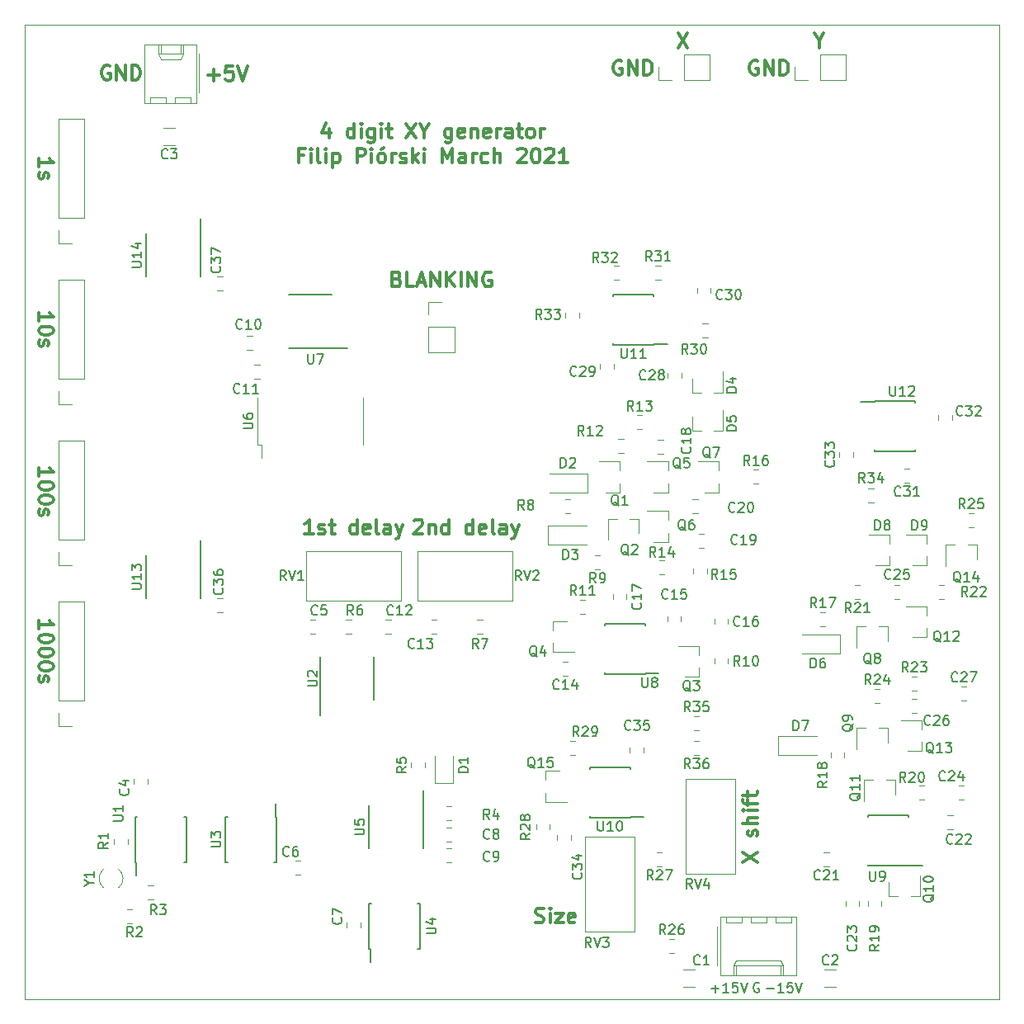
<source format=gbr>
%TF.GenerationSoftware,KiCad,Pcbnew,5.0.2+dfsg1-1*%
%TF.CreationDate,2021-03-05T16:55:40+01:00*%
%TF.ProjectId,XYgen,58596765-6e2e-46b6-9963-61645f706362,rev?*%
%TF.SameCoordinates,Original*%
%TF.FileFunction,Legend,Top*%
%TF.FilePolarity,Positive*%
%FSLAX46Y46*%
G04 Gerber Fmt 4.6, Leading zero omitted, Abs format (unit mm)*
G04 Created by KiCad (PCBNEW 5.0.2+dfsg1-1) date Fri 05 Mar 2021 04:55:40 PM CET*
%MOMM*%
%LPD*%
G01*
G04 APERTURE LIST*
%ADD10C,0.300000*%
%ADD11C,0.150000*%
%ADD12C,0.100000*%
%ADD13C,0.120000*%
G04 APERTURE END LIST*
D10*
X173676571Y-120919428D02*
X175176571Y-119919428D01*
X173676571Y-119919428D02*
X175176571Y-120919428D01*
X175105142Y-118276571D02*
X175176571Y-118133714D01*
X175176571Y-117848000D01*
X175105142Y-117705142D01*
X174962285Y-117633714D01*
X174890857Y-117633714D01*
X174748000Y-117705142D01*
X174676571Y-117848000D01*
X174676571Y-118062285D01*
X174605142Y-118205142D01*
X174462285Y-118276571D01*
X174390857Y-118276571D01*
X174248000Y-118205142D01*
X174176571Y-118062285D01*
X174176571Y-117848000D01*
X174248000Y-117705142D01*
X175176571Y-116990857D02*
X173676571Y-116990857D01*
X175176571Y-116348000D02*
X174390857Y-116348000D01*
X174248000Y-116419428D01*
X174176571Y-116562285D01*
X174176571Y-116776571D01*
X174248000Y-116919428D01*
X174319428Y-116990857D01*
X175176571Y-115633714D02*
X174176571Y-115633714D01*
X173676571Y-115633714D02*
X173748000Y-115705142D01*
X173819428Y-115633714D01*
X173748000Y-115562285D01*
X173676571Y-115633714D01*
X173819428Y-115633714D01*
X174176571Y-115133714D02*
X174176571Y-114562285D01*
X175176571Y-114919428D02*
X173890857Y-114919428D01*
X173748000Y-114848000D01*
X173676571Y-114705142D01*
X173676571Y-114562285D01*
X174176571Y-114276571D02*
X174176571Y-113705142D01*
X173676571Y-114062285D02*
X174962285Y-114062285D01*
X175105142Y-113990857D01*
X175176571Y-113848000D01*
X175176571Y-113705142D01*
X152396285Y-127099142D02*
X152610571Y-127170571D01*
X152967714Y-127170571D01*
X153110571Y-127099142D01*
X153182000Y-127027714D01*
X153253428Y-126884857D01*
X153253428Y-126742000D01*
X153182000Y-126599142D01*
X153110571Y-126527714D01*
X152967714Y-126456285D01*
X152682000Y-126384857D01*
X152539142Y-126313428D01*
X152467714Y-126242000D01*
X152396285Y-126099142D01*
X152396285Y-125956285D01*
X152467714Y-125813428D01*
X152539142Y-125742000D01*
X152682000Y-125670571D01*
X153039142Y-125670571D01*
X153253428Y-125742000D01*
X153896285Y-127170571D02*
X153896285Y-126170571D01*
X153896285Y-125670571D02*
X153824857Y-125742000D01*
X153896285Y-125813428D01*
X153967714Y-125742000D01*
X153896285Y-125670571D01*
X153896285Y-125813428D01*
X154467714Y-126170571D02*
X155253428Y-126170571D01*
X154467714Y-127170571D01*
X155253428Y-127170571D01*
X156396285Y-127099142D02*
X156253428Y-127170571D01*
X155967714Y-127170571D01*
X155824857Y-127099142D01*
X155753428Y-126956285D01*
X155753428Y-126384857D01*
X155824857Y-126242000D01*
X155967714Y-126170571D01*
X156253428Y-126170571D01*
X156396285Y-126242000D01*
X156467714Y-126384857D01*
X156467714Y-126527714D01*
X155753428Y-126670571D01*
X138176571Y-61106857D02*
X138390857Y-61178285D01*
X138462285Y-61249714D01*
X138533714Y-61392571D01*
X138533714Y-61606857D01*
X138462285Y-61749714D01*
X138390857Y-61821142D01*
X138248000Y-61892571D01*
X137676571Y-61892571D01*
X137676571Y-60392571D01*
X138176571Y-60392571D01*
X138319428Y-60464000D01*
X138390857Y-60535428D01*
X138462285Y-60678285D01*
X138462285Y-60821142D01*
X138390857Y-60964000D01*
X138319428Y-61035428D01*
X138176571Y-61106857D01*
X137676571Y-61106857D01*
X139890857Y-61892571D02*
X139176571Y-61892571D01*
X139176571Y-60392571D01*
X140319428Y-61464000D02*
X141033714Y-61464000D01*
X140176571Y-61892571D02*
X140676571Y-60392571D01*
X141176571Y-61892571D01*
X141676571Y-61892571D02*
X141676571Y-60392571D01*
X142533714Y-61892571D01*
X142533714Y-60392571D01*
X143248000Y-61892571D02*
X143248000Y-60392571D01*
X144105142Y-61892571D02*
X143462285Y-61035428D01*
X144105142Y-60392571D02*
X143248000Y-61249714D01*
X144748000Y-61892571D02*
X144748000Y-60392571D01*
X145462285Y-61892571D02*
X145462285Y-60392571D01*
X146319428Y-61892571D01*
X146319428Y-60392571D01*
X147819428Y-60464000D02*
X147676571Y-60392571D01*
X147462285Y-60392571D01*
X147248000Y-60464000D01*
X147105142Y-60606857D01*
X147033714Y-60749714D01*
X146962285Y-61035428D01*
X146962285Y-61249714D01*
X147033714Y-61535428D01*
X147105142Y-61678285D01*
X147248000Y-61821142D01*
X147462285Y-61892571D01*
X147605142Y-61892571D01*
X147819428Y-61821142D01*
X147890857Y-61749714D01*
X147890857Y-61249714D01*
X147605142Y-61249714D01*
X131216142Y-45647571D02*
X131216142Y-46647571D01*
X130859000Y-45076142D02*
X130501857Y-46147571D01*
X131430428Y-46147571D01*
X133787571Y-46647571D02*
X133787571Y-45147571D01*
X133787571Y-46576142D02*
X133644714Y-46647571D01*
X133359000Y-46647571D01*
X133216142Y-46576142D01*
X133144714Y-46504714D01*
X133073285Y-46361857D01*
X133073285Y-45933285D01*
X133144714Y-45790428D01*
X133216142Y-45719000D01*
X133359000Y-45647571D01*
X133644714Y-45647571D01*
X133787571Y-45719000D01*
X134501857Y-46647571D02*
X134501857Y-45647571D01*
X134501857Y-45147571D02*
X134430428Y-45219000D01*
X134501857Y-45290428D01*
X134573285Y-45219000D01*
X134501857Y-45147571D01*
X134501857Y-45290428D01*
X135859000Y-45647571D02*
X135859000Y-46861857D01*
X135787571Y-47004714D01*
X135716142Y-47076142D01*
X135573285Y-47147571D01*
X135359000Y-47147571D01*
X135216142Y-47076142D01*
X135859000Y-46576142D02*
X135716142Y-46647571D01*
X135430428Y-46647571D01*
X135287571Y-46576142D01*
X135216142Y-46504714D01*
X135144714Y-46361857D01*
X135144714Y-45933285D01*
X135216142Y-45790428D01*
X135287571Y-45719000D01*
X135430428Y-45647571D01*
X135716142Y-45647571D01*
X135859000Y-45719000D01*
X136573285Y-46647571D02*
X136573285Y-45647571D01*
X136573285Y-45147571D02*
X136501857Y-45219000D01*
X136573285Y-45290428D01*
X136644714Y-45219000D01*
X136573285Y-45147571D01*
X136573285Y-45290428D01*
X137073285Y-45647571D02*
X137644714Y-45647571D01*
X137287571Y-45147571D02*
X137287571Y-46433285D01*
X137359000Y-46576142D01*
X137501857Y-46647571D01*
X137644714Y-46647571D01*
X139144714Y-45147571D02*
X140144714Y-46647571D01*
X140144714Y-45147571D02*
X139144714Y-46647571D01*
X141001857Y-45933285D02*
X141001857Y-46647571D01*
X140501857Y-45147571D02*
X141001857Y-45933285D01*
X141501857Y-45147571D01*
X143787571Y-45647571D02*
X143787571Y-46861857D01*
X143716142Y-47004714D01*
X143644714Y-47076142D01*
X143501857Y-47147571D01*
X143287571Y-47147571D01*
X143144714Y-47076142D01*
X143787571Y-46576142D02*
X143644714Y-46647571D01*
X143359000Y-46647571D01*
X143216142Y-46576142D01*
X143144714Y-46504714D01*
X143073285Y-46361857D01*
X143073285Y-45933285D01*
X143144714Y-45790428D01*
X143216142Y-45719000D01*
X143359000Y-45647571D01*
X143644714Y-45647571D01*
X143787571Y-45719000D01*
X145073285Y-46576142D02*
X144930428Y-46647571D01*
X144644714Y-46647571D01*
X144501857Y-46576142D01*
X144430428Y-46433285D01*
X144430428Y-45861857D01*
X144501857Y-45719000D01*
X144644714Y-45647571D01*
X144930428Y-45647571D01*
X145073285Y-45719000D01*
X145144714Y-45861857D01*
X145144714Y-46004714D01*
X144430428Y-46147571D01*
X145787571Y-45647571D02*
X145787571Y-46647571D01*
X145787571Y-45790428D02*
X145859000Y-45719000D01*
X146001857Y-45647571D01*
X146216142Y-45647571D01*
X146359000Y-45719000D01*
X146430428Y-45861857D01*
X146430428Y-46647571D01*
X147716142Y-46576142D02*
X147573285Y-46647571D01*
X147287571Y-46647571D01*
X147144714Y-46576142D01*
X147073285Y-46433285D01*
X147073285Y-45861857D01*
X147144714Y-45719000D01*
X147287571Y-45647571D01*
X147573285Y-45647571D01*
X147716142Y-45719000D01*
X147787571Y-45861857D01*
X147787571Y-46004714D01*
X147073285Y-46147571D01*
X148430428Y-46647571D02*
X148430428Y-45647571D01*
X148430428Y-45933285D02*
X148501857Y-45790428D01*
X148573285Y-45719000D01*
X148716142Y-45647571D01*
X148859000Y-45647571D01*
X150001857Y-46647571D02*
X150001857Y-45861857D01*
X149930428Y-45719000D01*
X149787571Y-45647571D01*
X149501857Y-45647571D01*
X149359000Y-45719000D01*
X150001857Y-46576142D02*
X149859000Y-46647571D01*
X149501857Y-46647571D01*
X149359000Y-46576142D01*
X149287571Y-46433285D01*
X149287571Y-46290428D01*
X149359000Y-46147571D01*
X149501857Y-46076142D01*
X149859000Y-46076142D01*
X150001857Y-46004714D01*
X150501857Y-45647571D02*
X151073285Y-45647571D01*
X150716142Y-45147571D02*
X150716142Y-46433285D01*
X150787571Y-46576142D01*
X150930428Y-46647571D01*
X151073285Y-46647571D01*
X151787571Y-46647571D02*
X151644714Y-46576142D01*
X151573285Y-46504714D01*
X151501857Y-46361857D01*
X151501857Y-45933285D01*
X151573285Y-45790428D01*
X151644714Y-45719000D01*
X151787571Y-45647571D01*
X152001857Y-45647571D01*
X152144714Y-45719000D01*
X152216142Y-45790428D01*
X152287571Y-45933285D01*
X152287571Y-46361857D01*
X152216142Y-46504714D01*
X152144714Y-46576142D01*
X152001857Y-46647571D01*
X151787571Y-46647571D01*
X152930428Y-46647571D02*
X152930428Y-45647571D01*
X152930428Y-45933285D02*
X153001857Y-45790428D01*
X153073285Y-45719000D01*
X153216142Y-45647571D01*
X153359000Y-45647571D01*
X128573285Y-48411857D02*
X128073285Y-48411857D01*
X128073285Y-49197571D02*
X128073285Y-47697571D01*
X128787571Y-47697571D01*
X129359000Y-49197571D02*
X129359000Y-48197571D01*
X129359000Y-47697571D02*
X129287571Y-47769000D01*
X129359000Y-47840428D01*
X129430428Y-47769000D01*
X129359000Y-47697571D01*
X129359000Y-47840428D01*
X130287571Y-49197571D02*
X130144714Y-49126142D01*
X130073285Y-48983285D01*
X130073285Y-47697571D01*
X130859000Y-49197571D02*
X130859000Y-48197571D01*
X130859000Y-47697571D02*
X130787571Y-47769000D01*
X130859000Y-47840428D01*
X130930428Y-47769000D01*
X130859000Y-47697571D01*
X130859000Y-47840428D01*
X131573285Y-48197571D02*
X131573285Y-49697571D01*
X131573285Y-48269000D02*
X131716142Y-48197571D01*
X132001857Y-48197571D01*
X132144714Y-48269000D01*
X132216142Y-48340428D01*
X132287571Y-48483285D01*
X132287571Y-48911857D01*
X132216142Y-49054714D01*
X132144714Y-49126142D01*
X132001857Y-49197571D01*
X131716142Y-49197571D01*
X131573285Y-49126142D01*
X134073285Y-49197571D02*
X134073285Y-47697571D01*
X134644714Y-47697571D01*
X134787571Y-47769000D01*
X134859000Y-47840428D01*
X134930428Y-47983285D01*
X134930428Y-48197571D01*
X134859000Y-48340428D01*
X134787571Y-48411857D01*
X134644714Y-48483285D01*
X134073285Y-48483285D01*
X135573285Y-49197571D02*
X135573285Y-48197571D01*
X135573285Y-47697571D02*
X135501857Y-47769000D01*
X135573285Y-47840428D01*
X135644714Y-47769000D01*
X135573285Y-47697571D01*
X135573285Y-47840428D01*
X136501857Y-49197571D02*
X136359000Y-49126142D01*
X136287571Y-49054714D01*
X136216142Y-48911857D01*
X136216142Y-48483285D01*
X136287571Y-48340428D01*
X136359000Y-48269000D01*
X136501857Y-48197571D01*
X136716142Y-48197571D01*
X136859000Y-48269000D01*
X136930428Y-48340428D01*
X137001857Y-48483285D01*
X137001857Y-48911857D01*
X136930428Y-49054714D01*
X136859000Y-49126142D01*
X136716142Y-49197571D01*
X136501857Y-49197571D01*
X136787571Y-47626142D02*
X136573285Y-47840428D01*
X137644714Y-49197571D02*
X137644714Y-48197571D01*
X137644714Y-48483285D02*
X137716142Y-48340428D01*
X137787571Y-48269000D01*
X137930428Y-48197571D01*
X138073285Y-48197571D01*
X138501857Y-49126142D02*
X138644714Y-49197571D01*
X138930428Y-49197571D01*
X139073285Y-49126142D01*
X139144714Y-48983285D01*
X139144714Y-48911857D01*
X139073285Y-48769000D01*
X138930428Y-48697571D01*
X138716142Y-48697571D01*
X138573285Y-48626142D01*
X138501857Y-48483285D01*
X138501857Y-48411857D01*
X138573285Y-48269000D01*
X138716142Y-48197571D01*
X138930428Y-48197571D01*
X139073285Y-48269000D01*
X139787571Y-49197571D02*
X139787571Y-47697571D01*
X139930428Y-48626142D02*
X140359000Y-49197571D01*
X140359000Y-48197571D02*
X139787571Y-48769000D01*
X141001857Y-49197571D02*
X141001857Y-48197571D01*
X141001857Y-47697571D02*
X140930428Y-47769000D01*
X141001857Y-47840428D01*
X141073285Y-47769000D01*
X141001857Y-47697571D01*
X141001857Y-47840428D01*
X142859000Y-49197571D02*
X142859000Y-47697571D01*
X143359000Y-48769000D01*
X143859000Y-47697571D01*
X143859000Y-49197571D01*
X145216142Y-49197571D02*
X145216142Y-48411857D01*
X145144714Y-48269000D01*
X145001857Y-48197571D01*
X144716142Y-48197571D01*
X144573285Y-48269000D01*
X145216142Y-49126142D02*
X145073285Y-49197571D01*
X144716142Y-49197571D01*
X144573285Y-49126142D01*
X144501857Y-48983285D01*
X144501857Y-48840428D01*
X144573285Y-48697571D01*
X144716142Y-48626142D01*
X145073285Y-48626142D01*
X145216142Y-48554714D01*
X145930428Y-49197571D02*
X145930428Y-48197571D01*
X145930428Y-48483285D02*
X146001857Y-48340428D01*
X146073285Y-48269000D01*
X146216142Y-48197571D01*
X146359000Y-48197571D01*
X147501857Y-49126142D02*
X147359000Y-49197571D01*
X147073285Y-49197571D01*
X146930428Y-49126142D01*
X146859000Y-49054714D01*
X146787571Y-48911857D01*
X146787571Y-48483285D01*
X146859000Y-48340428D01*
X146930428Y-48269000D01*
X147073285Y-48197571D01*
X147359000Y-48197571D01*
X147501857Y-48269000D01*
X148144714Y-49197571D02*
X148144714Y-47697571D01*
X148787571Y-49197571D02*
X148787571Y-48411857D01*
X148716142Y-48269000D01*
X148573285Y-48197571D01*
X148359000Y-48197571D01*
X148216142Y-48269000D01*
X148144714Y-48340428D01*
X150573285Y-47840428D02*
X150644714Y-47769000D01*
X150787571Y-47697571D01*
X151144714Y-47697571D01*
X151287571Y-47769000D01*
X151359000Y-47840428D01*
X151430428Y-47983285D01*
X151430428Y-48126142D01*
X151359000Y-48340428D01*
X150501857Y-49197571D01*
X151430428Y-49197571D01*
X152359000Y-47697571D02*
X152501857Y-47697571D01*
X152644714Y-47769000D01*
X152716142Y-47840428D01*
X152787571Y-47983285D01*
X152859000Y-48269000D01*
X152859000Y-48626142D01*
X152787571Y-48911857D01*
X152716142Y-49054714D01*
X152644714Y-49126142D01*
X152501857Y-49197571D01*
X152359000Y-49197571D01*
X152216142Y-49126142D01*
X152144714Y-49054714D01*
X152073285Y-48911857D01*
X152001857Y-48626142D01*
X152001857Y-48269000D01*
X152073285Y-47983285D01*
X152144714Y-47840428D01*
X152216142Y-47769000D01*
X152359000Y-47697571D01*
X153430428Y-47840428D02*
X153501857Y-47769000D01*
X153644714Y-47697571D01*
X154001857Y-47697571D01*
X154144714Y-47769000D01*
X154216142Y-47840428D01*
X154287571Y-47983285D01*
X154287571Y-48126142D01*
X154216142Y-48340428D01*
X153359000Y-49197571D01*
X154287571Y-49197571D01*
X155716142Y-49197571D02*
X154859000Y-49197571D01*
X155287571Y-49197571D02*
X155287571Y-47697571D01*
X155144714Y-47911857D01*
X155001857Y-48054714D01*
X154859000Y-48126142D01*
D11*
X176101595Y-133929428D02*
X176863500Y-133929428D01*
X177863500Y-134310380D02*
X177292071Y-134310380D01*
X177577785Y-134310380D02*
X177577785Y-133310380D01*
X177482547Y-133453238D01*
X177387309Y-133548476D01*
X177292071Y-133596095D01*
X178768261Y-133310380D02*
X178292071Y-133310380D01*
X178244452Y-133786571D01*
X178292071Y-133738952D01*
X178387309Y-133691333D01*
X178625404Y-133691333D01*
X178720642Y-133738952D01*
X178768261Y-133786571D01*
X178815880Y-133881809D01*
X178815880Y-134119904D01*
X178768261Y-134215142D01*
X178720642Y-134262761D01*
X178625404Y-134310380D01*
X178387309Y-134310380D01*
X178292071Y-134262761D01*
X178244452Y-134215142D01*
X179101595Y-133310380D02*
X179434928Y-134310380D01*
X179768261Y-133310380D01*
X170450095Y-133929428D02*
X171212000Y-133929428D01*
X170831047Y-134310380D02*
X170831047Y-133548476D01*
X172212000Y-134310380D02*
X171640571Y-134310380D01*
X171926285Y-134310380D02*
X171926285Y-133310380D01*
X171831047Y-133453238D01*
X171735809Y-133548476D01*
X171640571Y-133596095D01*
X173116761Y-133310380D02*
X172640571Y-133310380D01*
X172592952Y-133786571D01*
X172640571Y-133738952D01*
X172735809Y-133691333D01*
X172973904Y-133691333D01*
X173069142Y-133738952D01*
X173116761Y-133786571D01*
X173164380Y-133881809D01*
X173164380Y-134119904D01*
X173116761Y-134215142D01*
X173069142Y-134262761D01*
X172973904Y-134310380D01*
X172735809Y-134310380D01*
X172640571Y-134262761D01*
X172592952Y-134215142D01*
X173450095Y-133310380D02*
X173783428Y-134310380D01*
X174116761Y-133310380D01*
X175331404Y-133358000D02*
X175236166Y-133310380D01*
X175093309Y-133310380D01*
X174950452Y-133358000D01*
X174855214Y-133453238D01*
X174807595Y-133548476D01*
X174759976Y-133738952D01*
X174759976Y-133881809D01*
X174807595Y-134072285D01*
X174855214Y-134167523D01*
X174950452Y-134262761D01*
X175093309Y-134310380D01*
X175188547Y-134310380D01*
X175331404Y-134262761D01*
X175379023Y-134215142D01*
X175379023Y-133881809D01*
X175188547Y-133881809D01*
D10*
X175196642Y-38747000D02*
X175053785Y-38675571D01*
X174839500Y-38675571D01*
X174625214Y-38747000D01*
X174482357Y-38889857D01*
X174410928Y-39032714D01*
X174339500Y-39318428D01*
X174339500Y-39532714D01*
X174410928Y-39818428D01*
X174482357Y-39961285D01*
X174625214Y-40104142D01*
X174839500Y-40175571D01*
X174982357Y-40175571D01*
X175196642Y-40104142D01*
X175268071Y-40032714D01*
X175268071Y-39532714D01*
X174982357Y-39532714D01*
X175910928Y-40175571D02*
X175910928Y-38675571D01*
X176768071Y-40175571D01*
X176768071Y-38675571D01*
X177482357Y-40175571D02*
X177482357Y-38675571D01*
X177839500Y-38675571D01*
X178053785Y-38747000D01*
X178196642Y-38889857D01*
X178268071Y-39032714D01*
X178339500Y-39318428D01*
X178339500Y-39532714D01*
X178268071Y-39818428D01*
X178196642Y-39961285D01*
X178053785Y-40104142D01*
X177839500Y-40175571D01*
X177482357Y-40175571D01*
X181483000Y-36667285D02*
X181483000Y-37381571D01*
X180983000Y-35881571D02*
X181483000Y-36667285D01*
X181983000Y-35881571D01*
X161226642Y-38747000D02*
X161083785Y-38675571D01*
X160869500Y-38675571D01*
X160655214Y-38747000D01*
X160512357Y-38889857D01*
X160440928Y-39032714D01*
X160369500Y-39318428D01*
X160369500Y-39532714D01*
X160440928Y-39818428D01*
X160512357Y-39961285D01*
X160655214Y-40104142D01*
X160869500Y-40175571D01*
X161012357Y-40175571D01*
X161226642Y-40104142D01*
X161298071Y-40032714D01*
X161298071Y-39532714D01*
X161012357Y-39532714D01*
X161940928Y-40175571D02*
X161940928Y-38675571D01*
X162798071Y-40175571D01*
X162798071Y-38675571D01*
X163512357Y-40175571D02*
X163512357Y-38675571D01*
X163869500Y-38675571D01*
X164083785Y-38747000D01*
X164226642Y-38889857D01*
X164298071Y-39032714D01*
X164369500Y-39318428D01*
X164369500Y-39532714D01*
X164298071Y-39818428D01*
X164226642Y-39961285D01*
X164083785Y-40104142D01*
X163869500Y-40175571D01*
X163512357Y-40175571D01*
X167013000Y-35881571D02*
X168013000Y-37381571D01*
X168013000Y-35881571D02*
X167013000Y-37381571D01*
X108712142Y-39255000D02*
X108569285Y-39183571D01*
X108355000Y-39183571D01*
X108140714Y-39255000D01*
X107997857Y-39397857D01*
X107926428Y-39540714D01*
X107855000Y-39826428D01*
X107855000Y-40040714D01*
X107926428Y-40326428D01*
X107997857Y-40469285D01*
X108140714Y-40612142D01*
X108355000Y-40683571D01*
X108497857Y-40683571D01*
X108712142Y-40612142D01*
X108783571Y-40540714D01*
X108783571Y-40040714D01*
X108497857Y-40040714D01*
X109426428Y-40683571D02*
X109426428Y-39183571D01*
X110283571Y-40683571D01*
X110283571Y-39183571D01*
X110997857Y-40683571D02*
X110997857Y-39183571D01*
X111355000Y-39183571D01*
X111569285Y-39255000D01*
X111712142Y-39397857D01*
X111783571Y-39540714D01*
X111855000Y-39826428D01*
X111855000Y-40040714D01*
X111783571Y-40326428D01*
X111712142Y-40469285D01*
X111569285Y-40612142D01*
X111355000Y-40683571D01*
X110997857Y-40683571D01*
X118784928Y-40175642D02*
X119927785Y-40175642D01*
X119356357Y-40747071D02*
X119356357Y-39604214D01*
X121356357Y-39247071D02*
X120642071Y-39247071D01*
X120570642Y-39961357D01*
X120642071Y-39889928D01*
X120784928Y-39818500D01*
X121142071Y-39818500D01*
X121284928Y-39889928D01*
X121356357Y-39961357D01*
X121427785Y-40104214D01*
X121427785Y-40461357D01*
X121356357Y-40604214D01*
X121284928Y-40675642D01*
X121142071Y-40747071D01*
X120784928Y-40747071D01*
X120642071Y-40675642D01*
X120570642Y-40604214D01*
X121856357Y-39247071D02*
X122356357Y-40747071D01*
X122856357Y-39247071D01*
X139966571Y-85935428D02*
X140038000Y-85864000D01*
X140180857Y-85792571D01*
X140538000Y-85792571D01*
X140680857Y-85864000D01*
X140752285Y-85935428D01*
X140823714Y-86078285D01*
X140823714Y-86221142D01*
X140752285Y-86435428D01*
X139895142Y-87292571D01*
X140823714Y-87292571D01*
X141466571Y-86292571D02*
X141466571Y-87292571D01*
X141466571Y-86435428D02*
X141538000Y-86364000D01*
X141680857Y-86292571D01*
X141895142Y-86292571D01*
X142038000Y-86364000D01*
X142109428Y-86506857D01*
X142109428Y-87292571D01*
X143466571Y-87292571D02*
X143466571Y-85792571D01*
X143466571Y-87221142D02*
X143323714Y-87292571D01*
X143038000Y-87292571D01*
X142895142Y-87221142D01*
X142823714Y-87149714D01*
X142752285Y-87006857D01*
X142752285Y-86578285D01*
X142823714Y-86435428D01*
X142895142Y-86364000D01*
X143038000Y-86292571D01*
X143323714Y-86292571D01*
X143466571Y-86364000D01*
X145966571Y-87292571D02*
X145966571Y-85792571D01*
X145966571Y-87221142D02*
X145823714Y-87292571D01*
X145538000Y-87292571D01*
X145395142Y-87221142D01*
X145323714Y-87149714D01*
X145252285Y-87006857D01*
X145252285Y-86578285D01*
X145323714Y-86435428D01*
X145395142Y-86364000D01*
X145538000Y-86292571D01*
X145823714Y-86292571D01*
X145966571Y-86364000D01*
X147252285Y-87221142D02*
X147109428Y-87292571D01*
X146823714Y-87292571D01*
X146680857Y-87221142D01*
X146609428Y-87078285D01*
X146609428Y-86506857D01*
X146680857Y-86364000D01*
X146823714Y-86292571D01*
X147109428Y-86292571D01*
X147252285Y-86364000D01*
X147323714Y-86506857D01*
X147323714Y-86649714D01*
X146609428Y-86792571D01*
X148180857Y-87292571D02*
X148038000Y-87221142D01*
X147966571Y-87078285D01*
X147966571Y-85792571D01*
X149395142Y-87292571D02*
X149395142Y-86506857D01*
X149323714Y-86364000D01*
X149180857Y-86292571D01*
X148895142Y-86292571D01*
X148752285Y-86364000D01*
X149395142Y-87221142D02*
X149252285Y-87292571D01*
X148895142Y-87292571D01*
X148752285Y-87221142D01*
X148680857Y-87078285D01*
X148680857Y-86935428D01*
X148752285Y-86792571D01*
X148895142Y-86721142D01*
X149252285Y-86721142D01*
X149395142Y-86649714D01*
X149966571Y-86292571D02*
X150323714Y-87292571D01*
X150680857Y-86292571D02*
X150323714Y-87292571D01*
X150180857Y-87649714D01*
X150109428Y-87721142D01*
X149966571Y-87792571D01*
X129588142Y-87292571D02*
X128731000Y-87292571D01*
X129159571Y-87292571D02*
X129159571Y-85792571D01*
X129016714Y-86006857D01*
X128873857Y-86149714D01*
X128731000Y-86221142D01*
X130159571Y-87221142D02*
X130302428Y-87292571D01*
X130588142Y-87292571D01*
X130731000Y-87221142D01*
X130802428Y-87078285D01*
X130802428Y-87006857D01*
X130731000Y-86864000D01*
X130588142Y-86792571D01*
X130373857Y-86792571D01*
X130231000Y-86721142D01*
X130159571Y-86578285D01*
X130159571Y-86506857D01*
X130231000Y-86364000D01*
X130373857Y-86292571D01*
X130588142Y-86292571D01*
X130731000Y-86364000D01*
X131231000Y-86292571D02*
X131802428Y-86292571D01*
X131445285Y-85792571D02*
X131445285Y-87078285D01*
X131516714Y-87221142D01*
X131659571Y-87292571D01*
X131802428Y-87292571D01*
X134088142Y-87292571D02*
X134088142Y-85792571D01*
X134088142Y-87221142D02*
X133945285Y-87292571D01*
X133659571Y-87292571D01*
X133516714Y-87221142D01*
X133445285Y-87149714D01*
X133373857Y-87006857D01*
X133373857Y-86578285D01*
X133445285Y-86435428D01*
X133516714Y-86364000D01*
X133659571Y-86292571D01*
X133945285Y-86292571D01*
X134088142Y-86364000D01*
X135373857Y-87221142D02*
X135231000Y-87292571D01*
X134945285Y-87292571D01*
X134802428Y-87221142D01*
X134731000Y-87078285D01*
X134731000Y-86506857D01*
X134802428Y-86364000D01*
X134945285Y-86292571D01*
X135231000Y-86292571D01*
X135373857Y-86364000D01*
X135445285Y-86506857D01*
X135445285Y-86649714D01*
X134731000Y-86792571D01*
X136302428Y-87292571D02*
X136159571Y-87221142D01*
X136088142Y-87078285D01*
X136088142Y-85792571D01*
X137516714Y-87292571D02*
X137516714Y-86506857D01*
X137445285Y-86364000D01*
X137302428Y-86292571D01*
X137016714Y-86292571D01*
X136873857Y-86364000D01*
X137516714Y-87221142D02*
X137373857Y-87292571D01*
X137016714Y-87292571D01*
X136873857Y-87221142D01*
X136802428Y-87078285D01*
X136802428Y-86935428D01*
X136873857Y-86792571D01*
X137016714Y-86721142D01*
X137373857Y-86721142D01*
X137516714Y-86649714D01*
X138088142Y-86292571D02*
X138445285Y-87292571D01*
X138802428Y-86292571D02*
X138445285Y-87292571D01*
X138302428Y-87649714D01*
X138231000Y-87721142D01*
X138088142Y-87792571D01*
X101429428Y-49605428D02*
X101429428Y-48748285D01*
X101429428Y-49176857D02*
X102929428Y-49176857D01*
X102715142Y-49034000D01*
X102572285Y-48891142D01*
X102500857Y-48748285D01*
X101500857Y-50176857D02*
X101429428Y-50319714D01*
X101429428Y-50605428D01*
X101500857Y-50748285D01*
X101643714Y-50819714D01*
X101715142Y-50819714D01*
X101858000Y-50748285D01*
X101929428Y-50605428D01*
X101929428Y-50391142D01*
X102000857Y-50248285D01*
X102143714Y-50176857D01*
X102215142Y-50176857D01*
X102358000Y-50248285D01*
X102429428Y-50391142D01*
X102429428Y-50605428D01*
X102358000Y-50748285D01*
X101429428Y-65401142D02*
X101429428Y-64544000D01*
X101429428Y-64972571D02*
X102929428Y-64972571D01*
X102715142Y-64829714D01*
X102572285Y-64686857D01*
X102500857Y-64544000D01*
X102929428Y-66329714D02*
X102929428Y-66472571D01*
X102858000Y-66615428D01*
X102786571Y-66686857D01*
X102643714Y-66758285D01*
X102358000Y-66829714D01*
X102000857Y-66829714D01*
X101715142Y-66758285D01*
X101572285Y-66686857D01*
X101500857Y-66615428D01*
X101429428Y-66472571D01*
X101429428Y-66329714D01*
X101500857Y-66186857D01*
X101572285Y-66115428D01*
X101715142Y-66044000D01*
X102000857Y-65972571D01*
X102358000Y-65972571D01*
X102643714Y-66044000D01*
X102786571Y-66115428D01*
X102858000Y-66186857D01*
X102929428Y-66329714D01*
X101500857Y-67401142D02*
X101429428Y-67544000D01*
X101429428Y-67829714D01*
X101500857Y-67972571D01*
X101643714Y-68044000D01*
X101715142Y-68044000D01*
X101858000Y-67972571D01*
X101929428Y-67829714D01*
X101929428Y-67615428D01*
X102000857Y-67472571D01*
X102143714Y-67401142D01*
X102215142Y-67401142D01*
X102358000Y-67472571D01*
X102429428Y-67615428D01*
X102429428Y-67829714D01*
X102358000Y-67972571D01*
X101429428Y-81323857D02*
X101429428Y-80466714D01*
X101429428Y-80895285D02*
X102929428Y-80895285D01*
X102715142Y-80752428D01*
X102572285Y-80609571D01*
X102500857Y-80466714D01*
X102929428Y-82252428D02*
X102929428Y-82395285D01*
X102858000Y-82538142D01*
X102786571Y-82609571D01*
X102643714Y-82681000D01*
X102358000Y-82752428D01*
X102000857Y-82752428D01*
X101715142Y-82681000D01*
X101572285Y-82609571D01*
X101500857Y-82538142D01*
X101429428Y-82395285D01*
X101429428Y-82252428D01*
X101500857Y-82109571D01*
X101572285Y-82038142D01*
X101715142Y-81966714D01*
X102000857Y-81895285D01*
X102358000Y-81895285D01*
X102643714Y-81966714D01*
X102786571Y-82038142D01*
X102858000Y-82109571D01*
X102929428Y-82252428D01*
X102929428Y-83681000D02*
X102929428Y-83823857D01*
X102858000Y-83966714D01*
X102786571Y-84038142D01*
X102643714Y-84109571D01*
X102358000Y-84181000D01*
X102000857Y-84181000D01*
X101715142Y-84109571D01*
X101572285Y-84038142D01*
X101500857Y-83966714D01*
X101429428Y-83823857D01*
X101429428Y-83681000D01*
X101500857Y-83538142D01*
X101572285Y-83466714D01*
X101715142Y-83395285D01*
X102000857Y-83323857D01*
X102358000Y-83323857D01*
X102643714Y-83395285D01*
X102786571Y-83466714D01*
X102858000Y-83538142D01*
X102929428Y-83681000D01*
X101500857Y-84752428D02*
X101429428Y-84895285D01*
X101429428Y-85181000D01*
X101500857Y-85323857D01*
X101643714Y-85395285D01*
X101715142Y-85395285D01*
X101858000Y-85323857D01*
X101929428Y-85181000D01*
X101929428Y-84966714D01*
X102000857Y-84823857D01*
X102143714Y-84752428D01*
X102215142Y-84752428D01*
X102358000Y-84823857D01*
X102429428Y-84966714D01*
X102429428Y-85181000D01*
X102358000Y-85323857D01*
X101429428Y-96992571D02*
X101429428Y-96135428D01*
X101429428Y-96564000D02*
X102929428Y-96564000D01*
X102715142Y-96421142D01*
X102572285Y-96278285D01*
X102500857Y-96135428D01*
X102929428Y-97921142D02*
X102929428Y-98064000D01*
X102858000Y-98206857D01*
X102786571Y-98278285D01*
X102643714Y-98349714D01*
X102358000Y-98421142D01*
X102000857Y-98421142D01*
X101715142Y-98349714D01*
X101572285Y-98278285D01*
X101500857Y-98206857D01*
X101429428Y-98064000D01*
X101429428Y-97921142D01*
X101500857Y-97778285D01*
X101572285Y-97706857D01*
X101715142Y-97635428D01*
X102000857Y-97564000D01*
X102358000Y-97564000D01*
X102643714Y-97635428D01*
X102786571Y-97706857D01*
X102858000Y-97778285D01*
X102929428Y-97921142D01*
X102929428Y-99349714D02*
X102929428Y-99492571D01*
X102858000Y-99635428D01*
X102786571Y-99706857D01*
X102643714Y-99778285D01*
X102358000Y-99849714D01*
X102000857Y-99849714D01*
X101715142Y-99778285D01*
X101572285Y-99706857D01*
X101500857Y-99635428D01*
X101429428Y-99492571D01*
X101429428Y-99349714D01*
X101500857Y-99206857D01*
X101572285Y-99135428D01*
X101715142Y-99064000D01*
X102000857Y-98992571D01*
X102358000Y-98992571D01*
X102643714Y-99064000D01*
X102786571Y-99135428D01*
X102858000Y-99206857D01*
X102929428Y-99349714D01*
X102929428Y-100778285D02*
X102929428Y-100921142D01*
X102858000Y-101064000D01*
X102786571Y-101135428D01*
X102643714Y-101206857D01*
X102358000Y-101278285D01*
X102000857Y-101278285D01*
X101715142Y-101206857D01*
X101572285Y-101135428D01*
X101500857Y-101064000D01*
X101429428Y-100921142D01*
X101429428Y-100778285D01*
X101500857Y-100635428D01*
X101572285Y-100564000D01*
X101715142Y-100492571D01*
X102000857Y-100421142D01*
X102358000Y-100421142D01*
X102643714Y-100492571D01*
X102786571Y-100564000D01*
X102858000Y-100635428D01*
X102929428Y-100778285D01*
X101500857Y-101849714D02*
X101429428Y-101992571D01*
X101429428Y-102278285D01*
X101500857Y-102421142D01*
X101643714Y-102492571D01*
X101715142Y-102492571D01*
X101858000Y-102421142D01*
X101929428Y-102278285D01*
X101929428Y-102064000D01*
X102000857Y-101921142D01*
X102143714Y-101849714D01*
X102215142Y-101849714D01*
X102358000Y-101921142D01*
X102429428Y-102064000D01*
X102429428Y-102278285D01*
X102358000Y-102421142D01*
D12*
X100000000Y-35000000D02*
X100000000Y-135000000D01*
X200000000Y-35000000D02*
X100000000Y-35000000D01*
X200000000Y-135000000D02*
X200000000Y-35000000D01*
X100000000Y-135000000D02*
X200000000Y-135000000D01*
D13*
X140276000Y-94097000D02*
X140276000Y-89027000D01*
X150046000Y-94097000D02*
X150046000Y-89027000D01*
X150046000Y-89027000D02*
X140276000Y-89027000D01*
X150046000Y-94097000D02*
X140276000Y-94097000D01*
X172900500Y-122169500D02*
X167830500Y-122169500D01*
X172900500Y-112399500D02*
X167830500Y-112399500D01*
X167830500Y-112399500D02*
X167830500Y-122169500D01*
X172900500Y-112399500D02*
X172900500Y-122169500D01*
X128846000Y-94097000D02*
X128846000Y-89027000D01*
X138616000Y-94097000D02*
X138616000Y-89027000D01*
X138616000Y-89027000D02*
X128846000Y-89027000D01*
X138616000Y-94097000D02*
X128846000Y-94097000D01*
X157490000Y-118305000D02*
X162560000Y-118305000D01*
X157490000Y-128075000D02*
X162560000Y-128075000D01*
X162560000Y-128075000D02*
X162560000Y-118305000D01*
X157490000Y-128075000D02*
X157490000Y-118305000D01*
X119753748Y-95325000D02*
X120276252Y-95325000D01*
X119753748Y-93905000D02*
X120276252Y-93905000D01*
X162040500Y-109671752D02*
X162040500Y-109149248D01*
X163460500Y-109671752D02*
X163460500Y-109149248D01*
X112597000Y-112910252D02*
X112597000Y-112387748D01*
X111177000Y-112910252D02*
X111177000Y-112387748D01*
X129801252Y-97484000D02*
X129278748Y-97484000D01*
X129801252Y-96064000D02*
X129278748Y-96064000D01*
X127754748Y-122249000D02*
X128277252Y-122249000D01*
X127754748Y-120829000D02*
X128277252Y-120829000D01*
X134441000Y-127128748D02*
X134441000Y-127651252D01*
X133021000Y-127128748D02*
X133021000Y-127651252D01*
X161746000Y-93987252D02*
X161746000Y-93464748D01*
X160326000Y-93987252D02*
X160326000Y-93464748D01*
X119753748Y-60885000D02*
X120276252Y-60885000D01*
X119753748Y-62305000D02*
X120276252Y-62305000D01*
X123315252Y-66981000D02*
X122792748Y-66981000D01*
X123315252Y-68401000D02*
X122792748Y-68401000D01*
X124086252Y-71322000D02*
X123563748Y-71322000D01*
X124086252Y-69902000D02*
X123563748Y-69902000D01*
X137025748Y-97484000D02*
X137548252Y-97484000D01*
X137025748Y-96064000D02*
X137548252Y-96064000D01*
X141724748Y-96064000D02*
X142247252Y-96064000D01*
X141724748Y-97484000D02*
X142247252Y-97484000D01*
X155709252Y-100382000D02*
X155186748Y-100382000D01*
X155709252Y-101802000D02*
X155186748Y-101802000D01*
X165914000Y-96273252D02*
X165914000Y-95750748D01*
X167334000Y-96273252D02*
X167334000Y-95750748D01*
X172160000Y-96527252D02*
X172160000Y-96004748D01*
X170740000Y-96527252D02*
X170740000Y-96004748D01*
X143248748Y-117400000D02*
X143771252Y-117400000D01*
X143248748Y-118820000D02*
X143771252Y-118820000D01*
X143248748Y-120979000D02*
X143771252Y-120979000D01*
X143248748Y-119559000D02*
X143771252Y-119559000D01*
X169165748Y-87301000D02*
X169688252Y-87301000D01*
X169165748Y-88721000D02*
X169688252Y-88721000D01*
X168521748Y-85165000D02*
X169044252Y-85165000D01*
X168521748Y-83745000D02*
X169044252Y-83745000D01*
X182506252Y-121360000D02*
X181983748Y-121360000D01*
X182506252Y-119940000D02*
X181983748Y-119940000D01*
X194683748Y-117550000D02*
X195206252Y-117550000D01*
X194683748Y-116130000D02*
X195206252Y-116130000D01*
X184202000Y-125483252D02*
X184202000Y-124960748D01*
X185622000Y-125483252D02*
X185622000Y-124960748D01*
X195826748Y-114502000D02*
X196349252Y-114502000D01*
X195826748Y-113082000D02*
X196349252Y-113082000D01*
X156031000Y-118166248D02*
X156031000Y-118688752D01*
X154611000Y-118166248D02*
X154611000Y-118688752D01*
X191000748Y-105612000D02*
X191523252Y-105612000D01*
X191000748Y-104192000D02*
X191523252Y-104192000D01*
X196080748Y-102922000D02*
X196603252Y-102922000D01*
X196080748Y-104342000D02*
X196603252Y-104342000D01*
X167397500Y-71254252D02*
X167397500Y-70731748D01*
X165977500Y-71254252D02*
X165977500Y-70731748D01*
X160412500Y-69842748D02*
X160412500Y-70365252D01*
X158992500Y-69842748D02*
X158992500Y-70365252D01*
X170382000Y-62563752D02*
X170382000Y-62041248D01*
X168962000Y-62563752D02*
X168962000Y-62041248D01*
X190761252Y-81990000D02*
X190238748Y-81990000D01*
X190761252Y-80570000D02*
X190238748Y-80570000D01*
X193727000Y-75049748D02*
X193727000Y-75572252D01*
X195147000Y-75049748D02*
X195147000Y-75572252D01*
X184987000Y-78859748D02*
X184987000Y-79382252D01*
X183567000Y-78859748D02*
X183567000Y-79382252D01*
X164965748Y-79069000D02*
X165488252Y-79069000D01*
X164965748Y-77649000D02*
X165488252Y-77649000D01*
X189745252Y-93928000D02*
X189222748Y-93928000D01*
X189745252Y-92508000D02*
X189222748Y-92508000D01*
X182023936Y-131932000D02*
X183228064Y-131932000D01*
X182023936Y-133752000D02*
X183228064Y-133752000D01*
X167545936Y-133752000D02*
X168750064Y-133752000D01*
X167545936Y-131932000D02*
X168750064Y-131932000D01*
X115410064Y-47392000D02*
X114205936Y-47392000D01*
X115410064Y-45572000D02*
X114205936Y-45572000D01*
X117585000Y-43035000D02*
X117585000Y-37015000D01*
X117585000Y-37015000D02*
X112285000Y-37015000D01*
X112285000Y-37015000D02*
X112285000Y-43035000D01*
X112285000Y-43035000D02*
X117585000Y-43035000D01*
X117875000Y-42005000D02*
X117875000Y-38005000D01*
X116205000Y-37015000D02*
X116205000Y-38015000D01*
X116205000Y-38015000D02*
X113665000Y-38015000D01*
X113665000Y-38015000D02*
X113665000Y-37015000D01*
X116205000Y-38015000D02*
X115955000Y-38545000D01*
X115955000Y-38545000D02*
X113915000Y-38545000D01*
X113915000Y-38545000D02*
X113665000Y-38015000D01*
X115955000Y-37015000D02*
X115955000Y-38015000D01*
X113915000Y-37015000D02*
X113915000Y-38015000D01*
X117005000Y-43035000D02*
X117005000Y-42435000D01*
X117005000Y-42435000D02*
X115405000Y-42435000D01*
X115405000Y-42435000D02*
X115405000Y-43035000D01*
X114465000Y-43035000D02*
X114465000Y-42435000D01*
X114465000Y-42435000D02*
X112865000Y-42435000D01*
X112865000Y-42435000D02*
X112865000Y-43035000D01*
X171340000Y-126510000D02*
X171340000Y-132530000D01*
X171340000Y-132530000D02*
X179180000Y-132530000D01*
X179180000Y-132530000D02*
X179180000Y-126510000D01*
X179180000Y-126510000D02*
X171340000Y-126510000D01*
X171050000Y-127540000D02*
X171050000Y-131540000D01*
X172720000Y-132530000D02*
X172720000Y-131530000D01*
X172720000Y-131530000D02*
X177800000Y-131530000D01*
X177800000Y-131530000D02*
X177800000Y-132530000D01*
X172720000Y-131530000D02*
X172970000Y-131000000D01*
X172970000Y-131000000D02*
X177550000Y-131000000D01*
X177550000Y-131000000D02*
X177800000Y-131530000D01*
X172970000Y-132530000D02*
X172970000Y-131530000D01*
X177550000Y-132530000D02*
X177550000Y-131530000D01*
X171920000Y-126510000D02*
X171920000Y-127110000D01*
X171920000Y-127110000D02*
X173520000Y-127110000D01*
X173520000Y-127110000D02*
X173520000Y-126510000D01*
X174460000Y-126510000D02*
X174460000Y-127110000D01*
X174460000Y-127110000D02*
X176060000Y-127110000D01*
X176060000Y-127110000D02*
X176060000Y-126510000D01*
X177000000Y-126510000D02*
X177000000Y-127110000D01*
X177000000Y-127110000D02*
X178600000Y-127110000D01*
X178600000Y-127110000D02*
X178600000Y-126510000D01*
X108057186Y-121671439D02*
G75*
G03X108057719Y-123571000I781814J-949561D01*
G01*
X109620814Y-121671439D02*
G75*
G02X109620281Y-123571000I-781814J-949561D01*
G01*
X177328000Y-107966000D02*
X181228000Y-107966000D01*
X177328000Y-109966000D02*
X181228000Y-109966000D01*
X177328000Y-107966000D02*
X177328000Y-109966000D01*
X153706000Y-86376000D02*
X153706000Y-88376000D01*
X153706000Y-88376000D02*
X157606000Y-88376000D01*
X153706000Y-86376000D02*
X157606000Y-86376000D01*
X157698000Y-83042000D02*
X153798000Y-83042000D01*
X157698000Y-81042000D02*
X153798000Y-81042000D01*
X157698000Y-83042000D02*
X157698000Y-81042000D01*
X183606000Y-99552000D02*
X183606000Y-97552000D01*
X183606000Y-97552000D02*
X179706000Y-97552000D01*
X183606000Y-99552000D02*
X179706000Y-99552000D01*
X142042000Y-109998000D02*
X142042000Y-112858000D01*
X142042000Y-112858000D02*
X143962000Y-112858000D01*
X143962000Y-112858000D02*
X143962000Y-109998000D01*
D11*
X164508000Y-67853000D02*
X164508000Y-67803000D01*
X160358000Y-67853000D02*
X160358000Y-67708000D01*
X160358000Y-62703000D02*
X160358000Y-62848000D01*
X164508000Y-62703000D02*
X164508000Y-62848000D01*
X164508000Y-67853000D02*
X160358000Y-67853000D01*
X164508000Y-62703000D02*
X160358000Y-62703000D01*
X164508000Y-67803000D02*
X165908000Y-67803000D01*
X163619000Y-101585000D02*
X165019000Y-101585000D01*
X163619000Y-96485000D02*
X159469000Y-96485000D01*
X163619000Y-101635000D02*
X159469000Y-101635000D01*
X163619000Y-96485000D02*
X163619000Y-96630000D01*
X159469000Y-96485000D02*
X159469000Y-96630000D01*
X159469000Y-101635000D02*
X159469000Y-101490000D01*
X163619000Y-101635000D02*
X163619000Y-101585000D01*
X190670000Y-121320000D02*
X190670000Y-121270000D01*
X186520000Y-121320000D02*
X186520000Y-121175000D01*
X186520000Y-116170000D02*
X186520000Y-116315000D01*
X190670000Y-116170000D02*
X190670000Y-116315000D01*
X190670000Y-121320000D02*
X186520000Y-121320000D01*
X190670000Y-116170000D02*
X186520000Y-116170000D01*
X190670000Y-121270000D02*
X192070000Y-121270000D01*
X162095000Y-116317000D02*
X163495000Y-116317000D01*
X162095000Y-111217000D02*
X157945000Y-111217000D01*
X162095000Y-116367000D02*
X157945000Y-116367000D01*
X162095000Y-111217000D02*
X162095000Y-111362000D01*
X157945000Y-111217000D02*
X157945000Y-111362000D01*
X157945000Y-116367000D02*
X157945000Y-116222000D01*
X162095000Y-116367000D02*
X162095000Y-116317000D01*
X187155000Y-73625000D02*
X187155000Y-73675000D01*
X191305000Y-73625000D02*
X191305000Y-73770000D01*
X191305000Y-78775000D02*
X191305000Y-78630000D01*
X187155000Y-78775000D02*
X187155000Y-78630000D01*
X187155000Y-73625000D02*
X191305000Y-73625000D01*
X187155000Y-78775000D02*
X191305000Y-78775000D01*
X187155000Y-73675000D02*
X185755000Y-73675000D01*
D13*
X123886000Y-78092000D02*
X124286000Y-78092000D01*
X124286000Y-78092000D02*
X124286000Y-79492000D01*
X123886000Y-78092000D02*
X123886000Y-73292000D01*
X134686000Y-78092000D02*
X134686000Y-73292000D01*
D11*
X135297000Y-129833000D02*
X135422000Y-129833000D01*
X135297000Y-125183000D02*
X135522000Y-125183000D01*
X140547000Y-125183000D02*
X140322000Y-125183000D01*
X140547000Y-129833000D02*
X140322000Y-129833000D01*
X135297000Y-129833000D02*
X135297000Y-125183000D01*
X140547000Y-129833000D02*
X140547000Y-125183000D01*
X135422000Y-129833000D02*
X135422000Y-131183000D01*
X125690000Y-116293000D02*
X125690000Y-114943000D01*
X120565000Y-116293000D02*
X120565000Y-120943000D01*
X125815000Y-116293000D02*
X125815000Y-120943000D01*
X120565000Y-116293000D02*
X120790000Y-116293000D01*
X120565000Y-120943000D02*
X120790000Y-120943000D01*
X125815000Y-120943000D02*
X125590000Y-120943000D01*
X125815000Y-116293000D02*
X125690000Y-116293000D01*
X111294000Y-120943000D02*
X111419000Y-120943000D01*
X111294000Y-116293000D02*
X111519000Y-116293000D01*
X116544000Y-116293000D02*
X116319000Y-116293000D01*
X116544000Y-120943000D02*
X116319000Y-120943000D01*
X111294000Y-120943000D02*
X111294000Y-116293000D01*
X116544000Y-120943000D02*
X116544000Y-116293000D01*
X111419000Y-120943000D02*
X111419000Y-122293000D01*
X131486000Y-62680000D02*
X127086000Y-62680000D01*
X133061000Y-68205000D02*
X127086000Y-68205000D01*
X140849000Y-113573000D02*
X140849000Y-119548000D01*
X135324000Y-115148000D02*
X135324000Y-119548000D01*
X135821000Y-104308000D02*
X135821000Y-99908000D01*
X130296000Y-105883000D02*
X130296000Y-99908000D01*
X117989000Y-87919000D02*
X117989000Y-93894000D01*
X112464000Y-89494000D02*
X112464000Y-93894000D01*
X112464000Y-56474000D02*
X112464000Y-60874000D01*
X117989000Y-54899000D02*
X117989000Y-60874000D01*
D13*
X165987000Y-88067000D02*
X165987000Y-87137000D01*
X165987000Y-84907000D02*
X165987000Y-85837000D01*
X165987000Y-84907000D02*
X163827000Y-84907000D01*
X165987000Y-88067000D02*
X164527000Y-88067000D01*
X188524000Y-107190000D02*
X188524000Y-108650000D01*
X185364000Y-107190000D02*
X185364000Y-109350000D01*
X185364000Y-107190000D02*
X186294000Y-107190000D01*
X188524000Y-107190000D02*
X187594000Y-107190000D01*
X188524000Y-96776000D02*
X187594000Y-96776000D01*
X185364000Y-96776000D02*
X186294000Y-96776000D01*
X185364000Y-96776000D02*
X185364000Y-98936000D01*
X188524000Y-96776000D02*
X188524000Y-98236000D01*
X171194000Y-82987000D02*
X169734000Y-82987000D01*
X171194000Y-79827000D02*
X169034000Y-79827000D01*
X171194000Y-79827000D02*
X171194000Y-80757000D01*
X171194000Y-82987000D02*
X171194000Y-82057000D01*
X192530000Y-97846000D02*
X192530000Y-96916000D01*
X192530000Y-94686000D02*
X192530000Y-95616000D01*
X192530000Y-94686000D02*
X190370000Y-94686000D01*
X192530000Y-97846000D02*
X191070000Y-97846000D01*
X165987000Y-82987000D02*
X164527000Y-82987000D01*
X165987000Y-79827000D02*
X163827000Y-79827000D01*
X165987000Y-79827000D02*
X165987000Y-80757000D01*
X165987000Y-82987000D02*
X165987000Y-82057000D01*
X154180000Y-96210000D02*
X154180000Y-97140000D01*
X154180000Y-99370000D02*
X154180000Y-98440000D01*
X154180000Y-99370000D02*
X156340000Y-99370000D01*
X154180000Y-96210000D02*
X155640000Y-96210000D01*
X169162000Y-101910000D02*
X167702000Y-101910000D01*
X169162000Y-98750000D02*
X167002000Y-98750000D01*
X169162000Y-98750000D02*
X169162000Y-99680000D01*
X169162000Y-101910000D02*
X169162000Y-100980000D01*
X189286000Y-112524000D02*
X188356000Y-112524000D01*
X186126000Y-112524000D02*
X187056000Y-112524000D01*
X186126000Y-112524000D02*
X186126000Y-114684000D01*
X189286000Y-112524000D02*
X189286000Y-113984000D01*
X188666000Y-124458000D02*
X188666000Y-122998000D01*
X191826000Y-124458000D02*
X191826000Y-122298000D01*
X191826000Y-124458000D02*
X190896000Y-124458000D01*
X188666000Y-124458000D02*
X189596000Y-124458000D01*
X153418000Y-111577000D02*
X153418000Y-112507000D01*
X153418000Y-114737000D02*
X153418000Y-113807000D01*
X153418000Y-114737000D02*
X155578000Y-114737000D01*
X153418000Y-111577000D02*
X154878000Y-111577000D01*
X168473000Y-72769000D02*
X168473000Y-71309000D01*
X171633000Y-72769000D02*
X171633000Y-70609000D01*
X171633000Y-72769000D02*
X170703000Y-72769000D01*
X168473000Y-72769000D02*
X169403000Y-72769000D01*
X168473000Y-76706000D02*
X169403000Y-76706000D01*
X171633000Y-76706000D02*
X170703000Y-76706000D01*
X171633000Y-76706000D02*
X171633000Y-74546000D01*
X168473000Y-76706000D02*
X168473000Y-75246000D01*
X197668000Y-88394000D02*
X197668000Y-89854000D01*
X194508000Y-88394000D02*
X194508000Y-90554000D01*
X194508000Y-88394000D02*
X195438000Y-88394000D01*
X197668000Y-88394000D02*
X196738000Y-88394000D01*
X192022000Y-109530000D02*
X192022000Y-108600000D01*
X192022000Y-106370000D02*
X192022000Y-107300000D01*
X192022000Y-106370000D02*
X189862000Y-106370000D01*
X192022000Y-109530000D02*
X190562000Y-109530000D01*
X188720000Y-90480000D02*
X187260000Y-90480000D01*
X188720000Y-87320000D02*
X186560000Y-87320000D01*
X188720000Y-87320000D02*
X188720000Y-88250000D01*
X188720000Y-90480000D02*
X188720000Y-89550000D01*
X192530000Y-90480000D02*
X192530000Y-89550000D01*
X192530000Y-87320000D02*
X192530000Y-88250000D01*
X192530000Y-87320000D02*
X190370000Y-87320000D01*
X192530000Y-90480000D02*
X191070000Y-90480000D01*
X161034000Y-82987000D02*
X159574000Y-82987000D01*
X161034000Y-79827000D02*
X158874000Y-79827000D01*
X161034000Y-79827000D02*
X161034000Y-80757000D01*
X161034000Y-82987000D02*
X161034000Y-82057000D01*
X162997000Y-85727000D02*
X162067000Y-85727000D01*
X159837000Y-85727000D02*
X160767000Y-85727000D01*
X159837000Y-85727000D02*
X159837000Y-87887000D01*
X162997000Y-85727000D02*
X162997000Y-87187000D01*
X141418000Y-68640000D02*
X144078000Y-68640000D01*
X141418000Y-66040000D02*
X141418000Y-68640000D01*
X144078000Y-66040000D02*
X144078000Y-68640000D01*
X141418000Y-66040000D02*
X144078000Y-66040000D01*
X141418000Y-64770000D02*
X141418000Y-63440000D01*
X141418000Y-63440000D02*
X142748000Y-63440000D01*
X165040000Y-40700000D02*
X165040000Y-39370000D01*
X166370000Y-40700000D02*
X165040000Y-40700000D01*
X167640000Y-40700000D02*
X167640000Y-38040000D01*
X167640000Y-38040000D02*
X170240000Y-38040000D01*
X167640000Y-40700000D02*
X170240000Y-40700000D01*
X170240000Y-40700000D02*
X170240000Y-38040000D01*
X184210000Y-40700000D02*
X184210000Y-38040000D01*
X181610000Y-40700000D02*
X184210000Y-40700000D01*
X181610000Y-38040000D02*
X184210000Y-38040000D01*
X181610000Y-40700000D02*
X181610000Y-38040000D01*
X180340000Y-40700000D02*
X179010000Y-40700000D01*
X179010000Y-40700000D02*
X179010000Y-39370000D01*
X104775000Y-106994000D02*
X103445000Y-106994000D01*
X103445000Y-106994000D02*
X103445000Y-105664000D01*
X103445000Y-104394000D02*
X103445000Y-94174000D01*
X106105000Y-94174000D02*
X103445000Y-94174000D01*
X106105000Y-104394000D02*
X106105000Y-94174000D01*
X106105000Y-104394000D02*
X103445000Y-104394000D01*
X106105000Y-71374000D02*
X103445000Y-71374000D01*
X106105000Y-71374000D02*
X106105000Y-61154000D01*
X106105000Y-61154000D02*
X103445000Y-61154000D01*
X103445000Y-71374000D02*
X103445000Y-61154000D01*
X103445000Y-73974000D02*
X103445000Y-72644000D01*
X104775000Y-73974000D02*
X103445000Y-73974000D01*
X104775000Y-57464000D02*
X103445000Y-57464000D01*
X103445000Y-57464000D02*
X103445000Y-56134000D01*
X103445000Y-54864000D02*
X103445000Y-44644000D01*
X106105000Y-44644000D02*
X103445000Y-44644000D01*
X106105000Y-54864000D02*
X106105000Y-44644000D01*
X106105000Y-54864000D02*
X103445000Y-54864000D01*
X106105000Y-87884000D02*
X103445000Y-87884000D01*
X106105000Y-87884000D02*
X106105000Y-77664000D01*
X106105000Y-77664000D02*
X103445000Y-77664000D01*
X103445000Y-87884000D02*
X103445000Y-77664000D01*
X103445000Y-90484000D02*
X103445000Y-89154000D01*
X104775000Y-90484000D02*
X103445000Y-90484000D01*
X111005252Y-125782000D02*
X110482748Y-125782000D01*
X111005252Y-127202000D02*
X110482748Y-127202000D01*
X187908000Y-124960748D02*
X187908000Y-125483252D01*
X186488000Y-124960748D02*
X186488000Y-125483252D01*
X191762748Y-114502000D02*
X192285252Y-114502000D01*
X191762748Y-113082000D02*
X192285252Y-113082000D01*
X185681252Y-92508000D02*
X185158748Y-92508000D01*
X185681252Y-93928000D02*
X185158748Y-93928000D01*
X194317252Y-92508000D02*
X193794748Y-92508000D01*
X194317252Y-93928000D02*
X193794748Y-93928000D01*
X191000748Y-101906000D02*
X191523252Y-101906000D01*
X191000748Y-103326000D02*
X191523252Y-103326000D01*
X175267252Y-80697000D02*
X174744748Y-80697000D01*
X175267252Y-82117000D02*
X174744748Y-82117000D01*
X196842748Y-85142000D02*
X197365252Y-85142000D01*
X196842748Y-86562000D02*
X197365252Y-86562000D01*
X165361252Y-119940000D02*
X164838748Y-119940000D01*
X165361252Y-121360000D02*
X164838748Y-121360000D01*
X153872000Y-117023248D02*
X153872000Y-117545752D01*
X152452000Y-117023248D02*
X152452000Y-117545752D01*
X155948748Y-109930000D02*
X156471252Y-109930000D01*
X155948748Y-108510000D02*
X156471252Y-108510000D01*
X169537748Y-65711000D02*
X170060252Y-65711000D01*
X169537748Y-67131000D02*
X170060252Y-67131000D01*
X164711748Y-61162000D02*
X165234252Y-61162000D01*
X164711748Y-59742000D02*
X165234252Y-59742000D01*
X160979752Y-61162000D02*
X160457248Y-61162000D01*
X160979752Y-59742000D02*
X160457248Y-59742000D01*
X156856500Y-65094752D02*
X156856500Y-64572248D01*
X155436500Y-65094752D02*
X155436500Y-64572248D01*
X110565000Y-118610748D02*
X110565000Y-119133252D01*
X109145000Y-118610748D02*
X109145000Y-119133252D01*
X166108748Y-130250000D02*
X166631252Y-130250000D01*
X166108748Y-128830000D02*
X166631252Y-128830000D01*
X187190748Y-103176000D02*
X187713252Y-103176000D01*
X187190748Y-104596000D02*
X187713252Y-104596000D01*
X141045000Y-111259252D02*
X141045000Y-110736748D01*
X139625000Y-111259252D02*
X139625000Y-110736748D01*
X143771252Y-116661000D02*
X143248748Y-116661000D01*
X143771252Y-115241000D02*
X143248748Y-115241000D01*
X113164252Y-123369000D02*
X112641748Y-123369000D01*
X113164252Y-124789000D02*
X112641748Y-124789000D01*
X146946252Y-97484000D02*
X146423748Y-97484000D01*
X146946252Y-96064000D02*
X146423748Y-96064000D01*
X133484252Y-96064000D02*
X132961748Y-96064000D01*
X133484252Y-97484000D02*
X132961748Y-97484000D01*
X155440748Y-83745000D02*
X155963252Y-83745000D01*
X155440748Y-85165000D02*
X155963252Y-85165000D01*
X159011252Y-89460000D02*
X158488748Y-89460000D01*
X159011252Y-90880000D02*
X158488748Y-90880000D01*
X187078252Y-84022000D02*
X186555748Y-84022000D01*
X187078252Y-82602000D02*
X186555748Y-82602000D01*
X156964748Y-95452000D02*
X157487252Y-95452000D01*
X156964748Y-94032000D02*
X157487252Y-94032000D01*
X161424252Y-78942000D02*
X160901748Y-78942000D01*
X161424252Y-77522000D02*
X160901748Y-77522000D01*
X162806748Y-76529000D02*
X163329252Y-76529000D01*
X162806748Y-75109000D02*
X163329252Y-75109000D01*
X165615252Y-91388000D02*
X165092748Y-91388000D01*
X165615252Y-89968000D02*
X165092748Y-89968000D01*
X168648748Y-107390000D02*
X169171252Y-107390000D01*
X168648748Y-105970000D02*
X169171252Y-105970000D01*
X168581000Y-91320252D02*
X168581000Y-90797748D01*
X170001000Y-91320252D02*
X170001000Y-90797748D01*
X169171252Y-108510000D02*
X168648748Y-108510000D01*
X169171252Y-109930000D02*
X168648748Y-109930000D01*
X181602748Y-95302000D02*
X182125252Y-95302000D01*
X181602748Y-96722000D02*
X182125252Y-96722000D01*
X184098000Y-110243252D02*
X184098000Y-109720748D01*
X182678000Y-110243252D02*
X182678000Y-109720748D01*
X170740000Y-100591252D02*
X170740000Y-100068748D01*
X172160000Y-100591252D02*
X172160000Y-100068748D01*
D11*
X150915761Y-92019380D02*
X150582428Y-91543190D01*
X150344333Y-92019380D02*
X150344333Y-91019380D01*
X150725285Y-91019380D01*
X150820523Y-91067000D01*
X150868142Y-91114619D01*
X150915761Y-91209857D01*
X150915761Y-91352714D01*
X150868142Y-91447952D01*
X150820523Y-91495571D01*
X150725285Y-91543190D01*
X150344333Y-91543190D01*
X151201476Y-91019380D02*
X151534809Y-92019380D01*
X151868142Y-91019380D01*
X152153857Y-91114619D02*
X152201476Y-91067000D01*
X152296714Y-91019380D01*
X152534809Y-91019380D01*
X152630047Y-91067000D01*
X152677666Y-91114619D01*
X152725285Y-91209857D01*
X152725285Y-91305095D01*
X152677666Y-91447952D01*
X152106238Y-92019380D01*
X152725285Y-92019380D01*
X168441761Y-123642380D02*
X168108428Y-123166190D01*
X167870333Y-123642380D02*
X167870333Y-122642380D01*
X168251285Y-122642380D01*
X168346523Y-122690000D01*
X168394142Y-122737619D01*
X168441761Y-122832857D01*
X168441761Y-122975714D01*
X168394142Y-123070952D01*
X168346523Y-123118571D01*
X168251285Y-123166190D01*
X167870333Y-123166190D01*
X168727476Y-122642380D02*
X169060809Y-123642380D01*
X169394142Y-122642380D01*
X170156047Y-122975714D02*
X170156047Y-123642380D01*
X169917952Y-122594761D02*
X169679857Y-123309047D01*
X170298904Y-123309047D01*
X126785761Y-92019380D02*
X126452428Y-91543190D01*
X126214333Y-92019380D02*
X126214333Y-91019380D01*
X126595285Y-91019380D01*
X126690523Y-91067000D01*
X126738142Y-91114619D01*
X126785761Y-91209857D01*
X126785761Y-91352714D01*
X126738142Y-91447952D01*
X126690523Y-91495571D01*
X126595285Y-91543190D01*
X126214333Y-91543190D01*
X127071476Y-91019380D02*
X127404809Y-92019380D01*
X127738142Y-91019380D01*
X128595285Y-92019380D02*
X128023857Y-92019380D01*
X128309571Y-92019380D02*
X128309571Y-91019380D01*
X128214333Y-91162238D01*
X128119095Y-91257476D01*
X128023857Y-91305095D01*
X158091261Y-129674880D02*
X157757928Y-129198690D01*
X157519833Y-129674880D02*
X157519833Y-128674880D01*
X157900785Y-128674880D01*
X157996023Y-128722500D01*
X158043642Y-128770119D01*
X158091261Y-128865357D01*
X158091261Y-129008214D01*
X158043642Y-129103452D01*
X157996023Y-129151071D01*
X157900785Y-129198690D01*
X157519833Y-129198690D01*
X158376976Y-128674880D02*
X158710309Y-129674880D01*
X159043642Y-128674880D01*
X159281738Y-128674880D02*
X159900785Y-128674880D01*
X159567452Y-129055833D01*
X159710309Y-129055833D01*
X159805547Y-129103452D01*
X159853166Y-129151071D01*
X159900785Y-129246309D01*
X159900785Y-129484404D01*
X159853166Y-129579642D01*
X159805547Y-129627261D01*
X159710309Y-129674880D01*
X159424595Y-129674880D01*
X159329357Y-129627261D01*
X159281738Y-129579642D01*
X120245142Y-92844857D02*
X120292761Y-92892476D01*
X120340380Y-93035333D01*
X120340380Y-93130571D01*
X120292761Y-93273428D01*
X120197523Y-93368666D01*
X120102285Y-93416285D01*
X119911809Y-93463904D01*
X119768952Y-93463904D01*
X119578476Y-93416285D01*
X119483238Y-93368666D01*
X119388000Y-93273428D01*
X119340380Y-93130571D01*
X119340380Y-93035333D01*
X119388000Y-92892476D01*
X119435619Y-92844857D01*
X119340380Y-92511523D02*
X119340380Y-91892476D01*
X119721333Y-92225809D01*
X119721333Y-92082952D01*
X119768952Y-91987714D01*
X119816571Y-91940095D01*
X119911809Y-91892476D01*
X120149904Y-91892476D01*
X120245142Y-91940095D01*
X120292761Y-91987714D01*
X120340380Y-92082952D01*
X120340380Y-92368666D01*
X120292761Y-92463904D01*
X120245142Y-92511523D01*
X119340380Y-91035333D02*
X119340380Y-91225809D01*
X119388000Y-91321047D01*
X119435619Y-91368666D01*
X119578476Y-91463904D01*
X119768952Y-91511523D01*
X120149904Y-91511523D01*
X120245142Y-91463904D01*
X120292761Y-91416285D01*
X120340380Y-91321047D01*
X120340380Y-91130571D01*
X120292761Y-91035333D01*
X120245142Y-90987714D01*
X120149904Y-90940095D01*
X119911809Y-90940095D01*
X119816571Y-90987714D01*
X119768952Y-91035333D01*
X119721333Y-91130571D01*
X119721333Y-91321047D01*
X119768952Y-91416285D01*
X119816571Y-91463904D01*
X119911809Y-91511523D01*
X162171142Y-107291142D02*
X162123523Y-107338761D01*
X161980666Y-107386380D01*
X161885428Y-107386380D01*
X161742571Y-107338761D01*
X161647333Y-107243523D01*
X161599714Y-107148285D01*
X161552095Y-106957809D01*
X161552095Y-106814952D01*
X161599714Y-106624476D01*
X161647333Y-106529238D01*
X161742571Y-106434000D01*
X161885428Y-106386380D01*
X161980666Y-106386380D01*
X162123523Y-106434000D01*
X162171142Y-106481619D01*
X162504476Y-106386380D02*
X163123523Y-106386380D01*
X162790190Y-106767333D01*
X162933047Y-106767333D01*
X163028285Y-106814952D01*
X163075904Y-106862571D01*
X163123523Y-106957809D01*
X163123523Y-107195904D01*
X163075904Y-107291142D01*
X163028285Y-107338761D01*
X162933047Y-107386380D01*
X162647333Y-107386380D01*
X162552095Y-107338761D01*
X162504476Y-107291142D01*
X164028285Y-106386380D02*
X163552095Y-106386380D01*
X163504476Y-106862571D01*
X163552095Y-106814952D01*
X163647333Y-106767333D01*
X163885428Y-106767333D01*
X163980666Y-106814952D01*
X164028285Y-106862571D01*
X164075904Y-106957809D01*
X164075904Y-107195904D01*
X164028285Y-107291142D01*
X163980666Y-107338761D01*
X163885428Y-107386380D01*
X163647333Y-107386380D01*
X163552095Y-107338761D01*
X163504476Y-107291142D01*
X110593142Y-113450666D02*
X110640761Y-113498285D01*
X110688380Y-113641142D01*
X110688380Y-113736380D01*
X110640761Y-113879238D01*
X110545523Y-113974476D01*
X110450285Y-114022095D01*
X110259809Y-114069714D01*
X110116952Y-114069714D01*
X109926476Y-114022095D01*
X109831238Y-113974476D01*
X109736000Y-113879238D01*
X109688380Y-113736380D01*
X109688380Y-113641142D01*
X109736000Y-113498285D01*
X109783619Y-113450666D01*
X110021714Y-112593523D02*
X110688380Y-112593523D01*
X109640761Y-112831619D02*
X110355047Y-113069714D01*
X110355047Y-112450666D01*
X130008333Y-95480142D02*
X129960714Y-95527761D01*
X129817857Y-95575380D01*
X129722619Y-95575380D01*
X129579761Y-95527761D01*
X129484523Y-95432523D01*
X129436904Y-95337285D01*
X129389285Y-95146809D01*
X129389285Y-95003952D01*
X129436904Y-94813476D01*
X129484523Y-94718238D01*
X129579761Y-94623000D01*
X129722619Y-94575380D01*
X129817857Y-94575380D01*
X129960714Y-94623000D01*
X130008333Y-94670619D01*
X130913095Y-94575380D02*
X130436904Y-94575380D01*
X130389285Y-95051571D01*
X130436904Y-95003952D01*
X130532142Y-94956333D01*
X130770238Y-94956333D01*
X130865476Y-95003952D01*
X130913095Y-95051571D01*
X130960714Y-95146809D01*
X130960714Y-95384904D01*
X130913095Y-95480142D01*
X130865476Y-95527761D01*
X130770238Y-95575380D01*
X130532142Y-95575380D01*
X130436904Y-95527761D01*
X130389285Y-95480142D01*
X127087333Y-120245142D02*
X127039714Y-120292761D01*
X126896857Y-120340380D01*
X126801619Y-120340380D01*
X126658761Y-120292761D01*
X126563523Y-120197523D01*
X126515904Y-120102285D01*
X126468285Y-119911809D01*
X126468285Y-119768952D01*
X126515904Y-119578476D01*
X126563523Y-119483238D01*
X126658761Y-119388000D01*
X126801619Y-119340380D01*
X126896857Y-119340380D01*
X127039714Y-119388000D01*
X127087333Y-119435619D01*
X127944476Y-119340380D02*
X127754000Y-119340380D01*
X127658761Y-119388000D01*
X127611142Y-119435619D01*
X127515904Y-119578476D01*
X127468285Y-119768952D01*
X127468285Y-120149904D01*
X127515904Y-120245142D01*
X127563523Y-120292761D01*
X127658761Y-120340380D01*
X127849238Y-120340380D01*
X127944476Y-120292761D01*
X127992095Y-120245142D01*
X128039714Y-120149904D01*
X128039714Y-119911809D01*
X127992095Y-119816571D01*
X127944476Y-119768952D01*
X127849238Y-119721333D01*
X127658761Y-119721333D01*
X127563523Y-119768952D01*
X127515904Y-119816571D01*
X127468285Y-119911809D01*
X132437142Y-126658666D02*
X132484761Y-126706285D01*
X132532380Y-126849142D01*
X132532380Y-126944380D01*
X132484761Y-127087238D01*
X132389523Y-127182476D01*
X132294285Y-127230095D01*
X132103809Y-127277714D01*
X131960952Y-127277714D01*
X131770476Y-127230095D01*
X131675238Y-127182476D01*
X131580000Y-127087238D01*
X131532380Y-126944380D01*
X131532380Y-126849142D01*
X131580000Y-126706285D01*
X131627619Y-126658666D01*
X131532380Y-126325333D02*
X131532380Y-125658666D01*
X132532380Y-126087238D01*
X163171142Y-94368857D02*
X163218761Y-94416476D01*
X163266380Y-94559333D01*
X163266380Y-94654571D01*
X163218761Y-94797428D01*
X163123523Y-94892666D01*
X163028285Y-94940285D01*
X162837809Y-94987904D01*
X162694952Y-94987904D01*
X162504476Y-94940285D01*
X162409238Y-94892666D01*
X162314000Y-94797428D01*
X162266380Y-94654571D01*
X162266380Y-94559333D01*
X162314000Y-94416476D01*
X162361619Y-94368857D01*
X163266380Y-93416476D02*
X163266380Y-93987904D01*
X163266380Y-93702190D02*
X162266380Y-93702190D01*
X162409238Y-93797428D01*
X162504476Y-93892666D01*
X162552095Y-93987904D01*
X162266380Y-93083142D02*
X162266380Y-92416476D01*
X163266380Y-92845047D01*
X119991142Y-59824857D02*
X120038761Y-59872476D01*
X120086380Y-60015333D01*
X120086380Y-60110571D01*
X120038761Y-60253428D01*
X119943523Y-60348666D01*
X119848285Y-60396285D01*
X119657809Y-60443904D01*
X119514952Y-60443904D01*
X119324476Y-60396285D01*
X119229238Y-60348666D01*
X119134000Y-60253428D01*
X119086380Y-60110571D01*
X119086380Y-60015333D01*
X119134000Y-59872476D01*
X119181619Y-59824857D01*
X119086380Y-59491523D02*
X119086380Y-58872476D01*
X119467333Y-59205809D01*
X119467333Y-59062952D01*
X119514952Y-58967714D01*
X119562571Y-58920095D01*
X119657809Y-58872476D01*
X119895904Y-58872476D01*
X119991142Y-58920095D01*
X120038761Y-58967714D01*
X120086380Y-59062952D01*
X120086380Y-59348666D01*
X120038761Y-59443904D01*
X119991142Y-59491523D01*
X119086380Y-58539142D02*
X119086380Y-57872476D01*
X120086380Y-58301047D01*
X122293142Y-66143142D02*
X122245523Y-66190761D01*
X122102666Y-66238380D01*
X122007428Y-66238380D01*
X121864571Y-66190761D01*
X121769333Y-66095523D01*
X121721714Y-66000285D01*
X121674095Y-65809809D01*
X121674095Y-65666952D01*
X121721714Y-65476476D01*
X121769333Y-65381238D01*
X121864571Y-65286000D01*
X122007428Y-65238380D01*
X122102666Y-65238380D01*
X122245523Y-65286000D01*
X122293142Y-65333619D01*
X123245523Y-66238380D02*
X122674095Y-66238380D01*
X122959809Y-66238380D02*
X122959809Y-65238380D01*
X122864571Y-65381238D01*
X122769333Y-65476476D01*
X122674095Y-65524095D01*
X123864571Y-65238380D02*
X123959809Y-65238380D01*
X124055047Y-65286000D01*
X124102666Y-65333619D01*
X124150285Y-65428857D01*
X124197904Y-65619333D01*
X124197904Y-65857428D01*
X124150285Y-66047904D01*
X124102666Y-66143142D01*
X124055047Y-66190761D01*
X123959809Y-66238380D01*
X123864571Y-66238380D01*
X123769333Y-66190761D01*
X123721714Y-66143142D01*
X123674095Y-66047904D01*
X123626476Y-65857428D01*
X123626476Y-65619333D01*
X123674095Y-65428857D01*
X123721714Y-65333619D01*
X123769333Y-65286000D01*
X123864571Y-65238380D01*
X122039142Y-72747142D02*
X121991523Y-72794761D01*
X121848666Y-72842380D01*
X121753428Y-72842380D01*
X121610571Y-72794761D01*
X121515333Y-72699523D01*
X121467714Y-72604285D01*
X121420095Y-72413809D01*
X121420095Y-72270952D01*
X121467714Y-72080476D01*
X121515333Y-71985238D01*
X121610571Y-71890000D01*
X121753428Y-71842380D01*
X121848666Y-71842380D01*
X121991523Y-71890000D01*
X122039142Y-71937619D01*
X122991523Y-72842380D02*
X122420095Y-72842380D01*
X122705809Y-72842380D02*
X122705809Y-71842380D01*
X122610571Y-71985238D01*
X122515333Y-72080476D01*
X122420095Y-72128095D01*
X123943904Y-72842380D02*
X123372476Y-72842380D01*
X123658190Y-72842380D02*
X123658190Y-71842380D01*
X123562952Y-71985238D01*
X123467714Y-72080476D01*
X123372476Y-72128095D01*
X137787142Y-95480142D02*
X137739523Y-95527761D01*
X137596666Y-95575380D01*
X137501428Y-95575380D01*
X137358571Y-95527761D01*
X137263333Y-95432523D01*
X137215714Y-95337285D01*
X137168095Y-95146809D01*
X137168095Y-95003952D01*
X137215714Y-94813476D01*
X137263333Y-94718238D01*
X137358571Y-94623000D01*
X137501428Y-94575380D01*
X137596666Y-94575380D01*
X137739523Y-94623000D01*
X137787142Y-94670619D01*
X138739523Y-95575380D02*
X138168095Y-95575380D01*
X138453809Y-95575380D02*
X138453809Y-94575380D01*
X138358571Y-94718238D01*
X138263333Y-94813476D01*
X138168095Y-94861095D01*
X139120476Y-94670619D02*
X139168095Y-94623000D01*
X139263333Y-94575380D01*
X139501428Y-94575380D01*
X139596666Y-94623000D01*
X139644285Y-94670619D01*
X139691904Y-94765857D01*
X139691904Y-94861095D01*
X139644285Y-95003952D01*
X139072857Y-95575380D01*
X139691904Y-95575380D01*
X139946142Y-98909142D02*
X139898523Y-98956761D01*
X139755666Y-99004380D01*
X139660428Y-99004380D01*
X139517571Y-98956761D01*
X139422333Y-98861523D01*
X139374714Y-98766285D01*
X139327095Y-98575809D01*
X139327095Y-98432952D01*
X139374714Y-98242476D01*
X139422333Y-98147238D01*
X139517571Y-98052000D01*
X139660428Y-98004380D01*
X139755666Y-98004380D01*
X139898523Y-98052000D01*
X139946142Y-98099619D01*
X140898523Y-99004380D02*
X140327095Y-99004380D01*
X140612809Y-99004380D02*
X140612809Y-98004380D01*
X140517571Y-98147238D01*
X140422333Y-98242476D01*
X140327095Y-98290095D01*
X141231857Y-98004380D02*
X141850904Y-98004380D01*
X141517571Y-98385333D01*
X141660428Y-98385333D01*
X141755666Y-98432952D01*
X141803285Y-98480571D01*
X141850904Y-98575809D01*
X141850904Y-98813904D01*
X141803285Y-98909142D01*
X141755666Y-98956761D01*
X141660428Y-99004380D01*
X141374714Y-99004380D01*
X141279476Y-98956761D01*
X141231857Y-98909142D01*
X154805142Y-103099142D02*
X154757523Y-103146761D01*
X154614666Y-103194380D01*
X154519428Y-103194380D01*
X154376571Y-103146761D01*
X154281333Y-103051523D01*
X154233714Y-102956285D01*
X154186095Y-102765809D01*
X154186095Y-102622952D01*
X154233714Y-102432476D01*
X154281333Y-102337238D01*
X154376571Y-102242000D01*
X154519428Y-102194380D01*
X154614666Y-102194380D01*
X154757523Y-102242000D01*
X154805142Y-102289619D01*
X155757523Y-103194380D02*
X155186095Y-103194380D01*
X155471809Y-103194380D02*
X155471809Y-102194380D01*
X155376571Y-102337238D01*
X155281333Y-102432476D01*
X155186095Y-102480095D01*
X156614666Y-102527714D02*
X156614666Y-103194380D01*
X156376571Y-102146761D02*
X156138476Y-102861047D01*
X156757523Y-102861047D01*
X165981142Y-93829142D02*
X165933523Y-93876761D01*
X165790666Y-93924380D01*
X165695428Y-93924380D01*
X165552571Y-93876761D01*
X165457333Y-93781523D01*
X165409714Y-93686285D01*
X165362095Y-93495809D01*
X165362095Y-93352952D01*
X165409714Y-93162476D01*
X165457333Y-93067238D01*
X165552571Y-92972000D01*
X165695428Y-92924380D01*
X165790666Y-92924380D01*
X165933523Y-92972000D01*
X165981142Y-93019619D01*
X166933523Y-93924380D02*
X166362095Y-93924380D01*
X166647809Y-93924380D02*
X166647809Y-92924380D01*
X166552571Y-93067238D01*
X166457333Y-93162476D01*
X166362095Y-93210095D01*
X167838285Y-92924380D02*
X167362095Y-92924380D01*
X167314476Y-93400571D01*
X167362095Y-93352952D01*
X167457333Y-93305333D01*
X167695428Y-93305333D01*
X167790666Y-93352952D01*
X167838285Y-93400571D01*
X167885904Y-93495809D01*
X167885904Y-93733904D01*
X167838285Y-93829142D01*
X167790666Y-93876761D01*
X167695428Y-93924380D01*
X167457333Y-93924380D01*
X167362095Y-93876761D01*
X167314476Y-93829142D01*
X173347142Y-96623142D02*
X173299523Y-96670761D01*
X173156666Y-96718380D01*
X173061428Y-96718380D01*
X172918571Y-96670761D01*
X172823333Y-96575523D01*
X172775714Y-96480285D01*
X172728095Y-96289809D01*
X172728095Y-96146952D01*
X172775714Y-95956476D01*
X172823333Y-95861238D01*
X172918571Y-95766000D01*
X173061428Y-95718380D01*
X173156666Y-95718380D01*
X173299523Y-95766000D01*
X173347142Y-95813619D01*
X174299523Y-96718380D02*
X173728095Y-96718380D01*
X174013809Y-96718380D02*
X174013809Y-95718380D01*
X173918571Y-95861238D01*
X173823333Y-95956476D01*
X173728095Y-96004095D01*
X175156666Y-95718380D02*
X174966190Y-95718380D01*
X174870952Y-95766000D01*
X174823333Y-95813619D01*
X174728095Y-95956476D01*
X174680476Y-96146952D01*
X174680476Y-96527904D01*
X174728095Y-96623142D01*
X174775714Y-96670761D01*
X174870952Y-96718380D01*
X175061428Y-96718380D01*
X175156666Y-96670761D01*
X175204285Y-96623142D01*
X175251904Y-96527904D01*
X175251904Y-96289809D01*
X175204285Y-96194571D01*
X175156666Y-96146952D01*
X175061428Y-96099333D01*
X174870952Y-96099333D01*
X174775714Y-96146952D01*
X174728095Y-96194571D01*
X174680476Y-96289809D01*
X147661333Y-118467142D02*
X147613714Y-118514761D01*
X147470857Y-118562380D01*
X147375619Y-118562380D01*
X147232761Y-118514761D01*
X147137523Y-118419523D01*
X147089904Y-118324285D01*
X147042285Y-118133809D01*
X147042285Y-117990952D01*
X147089904Y-117800476D01*
X147137523Y-117705238D01*
X147232761Y-117610000D01*
X147375619Y-117562380D01*
X147470857Y-117562380D01*
X147613714Y-117610000D01*
X147661333Y-117657619D01*
X148232761Y-117990952D02*
X148137523Y-117943333D01*
X148089904Y-117895714D01*
X148042285Y-117800476D01*
X148042285Y-117752857D01*
X148089904Y-117657619D01*
X148137523Y-117610000D01*
X148232761Y-117562380D01*
X148423238Y-117562380D01*
X148518476Y-117610000D01*
X148566095Y-117657619D01*
X148613714Y-117752857D01*
X148613714Y-117800476D01*
X148566095Y-117895714D01*
X148518476Y-117943333D01*
X148423238Y-117990952D01*
X148232761Y-117990952D01*
X148137523Y-118038571D01*
X148089904Y-118086190D01*
X148042285Y-118181428D01*
X148042285Y-118371904D01*
X148089904Y-118467142D01*
X148137523Y-118514761D01*
X148232761Y-118562380D01*
X148423238Y-118562380D01*
X148518476Y-118514761D01*
X148566095Y-118467142D01*
X148613714Y-118371904D01*
X148613714Y-118181428D01*
X148566095Y-118086190D01*
X148518476Y-118038571D01*
X148423238Y-117990952D01*
X147661333Y-120753142D02*
X147613714Y-120800761D01*
X147470857Y-120848380D01*
X147375619Y-120848380D01*
X147232761Y-120800761D01*
X147137523Y-120705523D01*
X147089904Y-120610285D01*
X147042285Y-120419809D01*
X147042285Y-120276952D01*
X147089904Y-120086476D01*
X147137523Y-119991238D01*
X147232761Y-119896000D01*
X147375619Y-119848380D01*
X147470857Y-119848380D01*
X147613714Y-119896000D01*
X147661333Y-119943619D01*
X148137523Y-120848380D02*
X148328000Y-120848380D01*
X148423238Y-120800761D01*
X148470857Y-120753142D01*
X148566095Y-120610285D01*
X148613714Y-120419809D01*
X148613714Y-120038857D01*
X148566095Y-119943619D01*
X148518476Y-119896000D01*
X148423238Y-119848380D01*
X148232761Y-119848380D01*
X148137523Y-119896000D01*
X148089904Y-119943619D01*
X148042285Y-120038857D01*
X148042285Y-120276952D01*
X148089904Y-120372190D01*
X148137523Y-120419809D01*
X148232761Y-120467428D01*
X148423238Y-120467428D01*
X148518476Y-120419809D01*
X148566095Y-120372190D01*
X148613714Y-120276952D01*
X173093142Y-88241142D02*
X173045523Y-88288761D01*
X172902666Y-88336380D01*
X172807428Y-88336380D01*
X172664571Y-88288761D01*
X172569333Y-88193523D01*
X172521714Y-88098285D01*
X172474095Y-87907809D01*
X172474095Y-87764952D01*
X172521714Y-87574476D01*
X172569333Y-87479238D01*
X172664571Y-87384000D01*
X172807428Y-87336380D01*
X172902666Y-87336380D01*
X173045523Y-87384000D01*
X173093142Y-87431619D01*
X174045523Y-88336380D02*
X173474095Y-88336380D01*
X173759809Y-88336380D02*
X173759809Y-87336380D01*
X173664571Y-87479238D01*
X173569333Y-87574476D01*
X173474095Y-87622095D01*
X174521714Y-88336380D02*
X174712190Y-88336380D01*
X174807428Y-88288761D01*
X174855047Y-88241142D01*
X174950285Y-88098285D01*
X174997904Y-87907809D01*
X174997904Y-87526857D01*
X174950285Y-87431619D01*
X174902666Y-87384000D01*
X174807428Y-87336380D01*
X174616952Y-87336380D01*
X174521714Y-87384000D01*
X174474095Y-87431619D01*
X174426476Y-87526857D01*
X174426476Y-87764952D01*
X174474095Y-87860190D01*
X174521714Y-87907809D01*
X174616952Y-87955428D01*
X174807428Y-87955428D01*
X174902666Y-87907809D01*
X174950285Y-87860190D01*
X174997904Y-87764952D01*
X172839142Y-84939142D02*
X172791523Y-84986761D01*
X172648666Y-85034380D01*
X172553428Y-85034380D01*
X172410571Y-84986761D01*
X172315333Y-84891523D01*
X172267714Y-84796285D01*
X172220095Y-84605809D01*
X172220095Y-84462952D01*
X172267714Y-84272476D01*
X172315333Y-84177238D01*
X172410571Y-84082000D01*
X172553428Y-84034380D01*
X172648666Y-84034380D01*
X172791523Y-84082000D01*
X172839142Y-84129619D01*
X173220095Y-84129619D02*
X173267714Y-84082000D01*
X173362952Y-84034380D01*
X173601047Y-84034380D01*
X173696285Y-84082000D01*
X173743904Y-84129619D01*
X173791523Y-84224857D01*
X173791523Y-84320095D01*
X173743904Y-84462952D01*
X173172476Y-85034380D01*
X173791523Y-85034380D01*
X174410571Y-84034380D02*
X174505809Y-84034380D01*
X174601047Y-84082000D01*
X174648666Y-84129619D01*
X174696285Y-84224857D01*
X174743904Y-84415333D01*
X174743904Y-84653428D01*
X174696285Y-84843904D01*
X174648666Y-84939142D01*
X174601047Y-84986761D01*
X174505809Y-85034380D01*
X174410571Y-85034380D01*
X174315333Y-84986761D01*
X174267714Y-84939142D01*
X174220095Y-84843904D01*
X174172476Y-84653428D01*
X174172476Y-84415333D01*
X174220095Y-84224857D01*
X174267714Y-84129619D01*
X174315333Y-84082000D01*
X174410571Y-84034380D01*
X181602142Y-122657142D02*
X181554523Y-122704761D01*
X181411666Y-122752380D01*
X181316428Y-122752380D01*
X181173571Y-122704761D01*
X181078333Y-122609523D01*
X181030714Y-122514285D01*
X180983095Y-122323809D01*
X180983095Y-122180952D01*
X181030714Y-121990476D01*
X181078333Y-121895238D01*
X181173571Y-121800000D01*
X181316428Y-121752380D01*
X181411666Y-121752380D01*
X181554523Y-121800000D01*
X181602142Y-121847619D01*
X181983095Y-121847619D02*
X182030714Y-121800000D01*
X182125952Y-121752380D01*
X182364047Y-121752380D01*
X182459285Y-121800000D01*
X182506904Y-121847619D01*
X182554523Y-121942857D01*
X182554523Y-122038095D01*
X182506904Y-122180952D01*
X181935476Y-122752380D01*
X182554523Y-122752380D01*
X183506904Y-122752380D02*
X182935476Y-122752380D01*
X183221190Y-122752380D02*
X183221190Y-121752380D01*
X183125952Y-121895238D01*
X183030714Y-121990476D01*
X182935476Y-122038095D01*
X195191142Y-118975142D02*
X195143523Y-119022761D01*
X195000666Y-119070380D01*
X194905428Y-119070380D01*
X194762571Y-119022761D01*
X194667333Y-118927523D01*
X194619714Y-118832285D01*
X194572095Y-118641809D01*
X194572095Y-118498952D01*
X194619714Y-118308476D01*
X194667333Y-118213238D01*
X194762571Y-118118000D01*
X194905428Y-118070380D01*
X195000666Y-118070380D01*
X195143523Y-118118000D01*
X195191142Y-118165619D01*
X195572095Y-118165619D02*
X195619714Y-118118000D01*
X195714952Y-118070380D01*
X195953047Y-118070380D01*
X196048285Y-118118000D01*
X196095904Y-118165619D01*
X196143523Y-118260857D01*
X196143523Y-118356095D01*
X196095904Y-118498952D01*
X195524476Y-119070380D01*
X196143523Y-119070380D01*
X196524476Y-118165619D02*
X196572095Y-118118000D01*
X196667333Y-118070380D01*
X196905428Y-118070380D01*
X197000666Y-118118000D01*
X197048285Y-118165619D01*
X197095904Y-118260857D01*
X197095904Y-118356095D01*
X197048285Y-118498952D01*
X196476857Y-119070380D01*
X197095904Y-119070380D01*
X185269142Y-129420857D02*
X185316761Y-129468476D01*
X185364380Y-129611333D01*
X185364380Y-129706571D01*
X185316761Y-129849428D01*
X185221523Y-129944666D01*
X185126285Y-129992285D01*
X184935809Y-130039904D01*
X184792952Y-130039904D01*
X184602476Y-129992285D01*
X184507238Y-129944666D01*
X184412000Y-129849428D01*
X184364380Y-129706571D01*
X184364380Y-129611333D01*
X184412000Y-129468476D01*
X184459619Y-129420857D01*
X184459619Y-129039904D02*
X184412000Y-128992285D01*
X184364380Y-128897047D01*
X184364380Y-128658952D01*
X184412000Y-128563714D01*
X184459619Y-128516095D01*
X184554857Y-128468476D01*
X184650095Y-128468476D01*
X184792952Y-128516095D01*
X185364380Y-129087523D01*
X185364380Y-128468476D01*
X184364380Y-128135142D02*
X184364380Y-127516095D01*
X184745333Y-127849428D01*
X184745333Y-127706571D01*
X184792952Y-127611333D01*
X184840571Y-127563714D01*
X184935809Y-127516095D01*
X185173904Y-127516095D01*
X185269142Y-127563714D01*
X185316761Y-127611333D01*
X185364380Y-127706571D01*
X185364380Y-127992285D01*
X185316761Y-128087523D01*
X185269142Y-128135142D01*
X194429142Y-112499142D02*
X194381523Y-112546761D01*
X194238666Y-112594380D01*
X194143428Y-112594380D01*
X194000571Y-112546761D01*
X193905333Y-112451523D01*
X193857714Y-112356285D01*
X193810095Y-112165809D01*
X193810095Y-112022952D01*
X193857714Y-111832476D01*
X193905333Y-111737238D01*
X194000571Y-111642000D01*
X194143428Y-111594380D01*
X194238666Y-111594380D01*
X194381523Y-111642000D01*
X194429142Y-111689619D01*
X194810095Y-111689619D02*
X194857714Y-111642000D01*
X194952952Y-111594380D01*
X195191047Y-111594380D01*
X195286285Y-111642000D01*
X195333904Y-111689619D01*
X195381523Y-111784857D01*
X195381523Y-111880095D01*
X195333904Y-112022952D01*
X194762476Y-112594380D01*
X195381523Y-112594380D01*
X196238666Y-111927714D02*
X196238666Y-112594380D01*
X196000571Y-111546761D02*
X195762476Y-112261047D01*
X196381523Y-112261047D01*
X157075142Y-122054857D02*
X157122761Y-122102476D01*
X157170380Y-122245333D01*
X157170380Y-122340571D01*
X157122761Y-122483428D01*
X157027523Y-122578666D01*
X156932285Y-122626285D01*
X156741809Y-122673904D01*
X156598952Y-122673904D01*
X156408476Y-122626285D01*
X156313238Y-122578666D01*
X156218000Y-122483428D01*
X156170380Y-122340571D01*
X156170380Y-122245333D01*
X156218000Y-122102476D01*
X156265619Y-122054857D01*
X156170380Y-121721523D02*
X156170380Y-121102476D01*
X156551333Y-121435809D01*
X156551333Y-121292952D01*
X156598952Y-121197714D01*
X156646571Y-121150095D01*
X156741809Y-121102476D01*
X156979904Y-121102476D01*
X157075142Y-121150095D01*
X157122761Y-121197714D01*
X157170380Y-121292952D01*
X157170380Y-121578666D01*
X157122761Y-121673904D01*
X157075142Y-121721523D01*
X156503714Y-120245333D02*
X157170380Y-120245333D01*
X156122761Y-120483428D02*
X156837047Y-120721523D01*
X156837047Y-120102476D01*
X192905142Y-106783142D02*
X192857523Y-106830761D01*
X192714666Y-106878380D01*
X192619428Y-106878380D01*
X192476571Y-106830761D01*
X192381333Y-106735523D01*
X192333714Y-106640285D01*
X192286095Y-106449809D01*
X192286095Y-106306952D01*
X192333714Y-106116476D01*
X192381333Y-106021238D01*
X192476571Y-105926000D01*
X192619428Y-105878380D01*
X192714666Y-105878380D01*
X192857523Y-105926000D01*
X192905142Y-105973619D01*
X193286095Y-105973619D02*
X193333714Y-105926000D01*
X193428952Y-105878380D01*
X193667047Y-105878380D01*
X193762285Y-105926000D01*
X193809904Y-105973619D01*
X193857523Y-106068857D01*
X193857523Y-106164095D01*
X193809904Y-106306952D01*
X193238476Y-106878380D01*
X193857523Y-106878380D01*
X194714666Y-105878380D02*
X194524190Y-105878380D01*
X194428952Y-105926000D01*
X194381333Y-105973619D01*
X194286095Y-106116476D01*
X194238476Y-106306952D01*
X194238476Y-106687904D01*
X194286095Y-106783142D01*
X194333714Y-106830761D01*
X194428952Y-106878380D01*
X194619428Y-106878380D01*
X194714666Y-106830761D01*
X194762285Y-106783142D01*
X194809904Y-106687904D01*
X194809904Y-106449809D01*
X194762285Y-106354571D01*
X194714666Y-106306952D01*
X194619428Y-106259333D01*
X194428952Y-106259333D01*
X194333714Y-106306952D01*
X194286095Y-106354571D01*
X194238476Y-106449809D01*
X195699142Y-102339142D02*
X195651523Y-102386761D01*
X195508666Y-102434380D01*
X195413428Y-102434380D01*
X195270571Y-102386761D01*
X195175333Y-102291523D01*
X195127714Y-102196285D01*
X195080095Y-102005809D01*
X195080095Y-101862952D01*
X195127714Y-101672476D01*
X195175333Y-101577238D01*
X195270571Y-101482000D01*
X195413428Y-101434380D01*
X195508666Y-101434380D01*
X195651523Y-101482000D01*
X195699142Y-101529619D01*
X196080095Y-101529619D02*
X196127714Y-101482000D01*
X196222952Y-101434380D01*
X196461047Y-101434380D01*
X196556285Y-101482000D01*
X196603904Y-101529619D01*
X196651523Y-101624857D01*
X196651523Y-101720095D01*
X196603904Y-101862952D01*
X196032476Y-102434380D01*
X196651523Y-102434380D01*
X196984857Y-101434380D02*
X197651523Y-101434380D01*
X197222952Y-102434380D01*
X163695142Y-71350142D02*
X163647523Y-71397761D01*
X163504666Y-71445380D01*
X163409428Y-71445380D01*
X163266571Y-71397761D01*
X163171333Y-71302523D01*
X163123714Y-71207285D01*
X163076095Y-71016809D01*
X163076095Y-70873952D01*
X163123714Y-70683476D01*
X163171333Y-70588238D01*
X163266571Y-70493000D01*
X163409428Y-70445380D01*
X163504666Y-70445380D01*
X163647523Y-70493000D01*
X163695142Y-70540619D01*
X164076095Y-70540619D02*
X164123714Y-70493000D01*
X164218952Y-70445380D01*
X164457047Y-70445380D01*
X164552285Y-70493000D01*
X164599904Y-70540619D01*
X164647523Y-70635857D01*
X164647523Y-70731095D01*
X164599904Y-70873952D01*
X164028476Y-71445380D01*
X164647523Y-71445380D01*
X165218952Y-70873952D02*
X165123714Y-70826333D01*
X165076095Y-70778714D01*
X165028476Y-70683476D01*
X165028476Y-70635857D01*
X165076095Y-70540619D01*
X165123714Y-70493000D01*
X165218952Y-70445380D01*
X165409428Y-70445380D01*
X165504666Y-70493000D01*
X165552285Y-70540619D01*
X165599904Y-70635857D01*
X165599904Y-70683476D01*
X165552285Y-70778714D01*
X165504666Y-70826333D01*
X165409428Y-70873952D01*
X165218952Y-70873952D01*
X165123714Y-70921571D01*
X165076095Y-70969190D01*
X165028476Y-71064428D01*
X165028476Y-71254904D01*
X165076095Y-71350142D01*
X165123714Y-71397761D01*
X165218952Y-71445380D01*
X165409428Y-71445380D01*
X165504666Y-71397761D01*
X165552285Y-71350142D01*
X165599904Y-71254904D01*
X165599904Y-71064428D01*
X165552285Y-70969190D01*
X165504666Y-70921571D01*
X165409428Y-70873952D01*
X156583142Y-70969142D02*
X156535523Y-71016761D01*
X156392666Y-71064380D01*
X156297428Y-71064380D01*
X156154571Y-71016761D01*
X156059333Y-70921523D01*
X156011714Y-70826285D01*
X155964095Y-70635809D01*
X155964095Y-70492952D01*
X156011714Y-70302476D01*
X156059333Y-70207238D01*
X156154571Y-70112000D01*
X156297428Y-70064380D01*
X156392666Y-70064380D01*
X156535523Y-70112000D01*
X156583142Y-70159619D01*
X156964095Y-70159619D02*
X157011714Y-70112000D01*
X157106952Y-70064380D01*
X157345047Y-70064380D01*
X157440285Y-70112000D01*
X157487904Y-70159619D01*
X157535523Y-70254857D01*
X157535523Y-70350095D01*
X157487904Y-70492952D01*
X156916476Y-71064380D01*
X157535523Y-71064380D01*
X158011714Y-71064380D02*
X158202190Y-71064380D01*
X158297428Y-71016761D01*
X158345047Y-70969142D01*
X158440285Y-70826285D01*
X158487904Y-70635809D01*
X158487904Y-70254857D01*
X158440285Y-70159619D01*
X158392666Y-70112000D01*
X158297428Y-70064380D01*
X158106952Y-70064380D01*
X158011714Y-70112000D01*
X157964095Y-70159619D01*
X157916476Y-70254857D01*
X157916476Y-70492952D01*
X157964095Y-70588190D01*
X158011714Y-70635809D01*
X158106952Y-70683428D01*
X158297428Y-70683428D01*
X158392666Y-70635809D01*
X158440285Y-70588190D01*
X158487904Y-70492952D01*
X171569142Y-63095142D02*
X171521523Y-63142761D01*
X171378666Y-63190380D01*
X171283428Y-63190380D01*
X171140571Y-63142761D01*
X171045333Y-63047523D01*
X170997714Y-62952285D01*
X170950095Y-62761809D01*
X170950095Y-62618952D01*
X170997714Y-62428476D01*
X171045333Y-62333238D01*
X171140571Y-62238000D01*
X171283428Y-62190380D01*
X171378666Y-62190380D01*
X171521523Y-62238000D01*
X171569142Y-62285619D01*
X171902476Y-62190380D02*
X172521523Y-62190380D01*
X172188190Y-62571333D01*
X172331047Y-62571333D01*
X172426285Y-62618952D01*
X172473904Y-62666571D01*
X172521523Y-62761809D01*
X172521523Y-62999904D01*
X172473904Y-63095142D01*
X172426285Y-63142761D01*
X172331047Y-63190380D01*
X172045333Y-63190380D01*
X171950095Y-63142761D01*
X171902476Y-63095142D01*
X173140571Y-62190380D02*
X173235809Y-62190380D01*
X173331047Y-62238000D01*
X173378666Y-62285619D01*
X173426285Y-62380857D01*
X173473904Y-62571333D01*
X173473904Y-62809428D01*
X173426285Y-62999904D01*
X173378666Y-63095142D01*
X173331047Y-63142761D01*
X173235809Y-63190380D01*
X173140571Y-63190380D01*
X173045333Y-63142761D01*
X172997714Y-63095142D01*
X172950095Y-62999904D01*
X172902476Y-62809428D01*
X172902476Y-62571333D01*
X172950095Y-62380857D01*
X172997714Y-62285619D01*
X173045333Y-62238000D01*
X173140571Y-62190380D01*
X189857142Y-83287142D02*
X189809523Y-83334761D01*
X189666666Y-83382380D01*
X189571428Y-83382380D01*
X189428571Y-83334761D01*
X189333333Y-83239523D01*
X189285714Y-83144285D01*
X189238095Y-82953809D01*
X189238095Y-82810952D01*
X189285714Y-82620476D01*
X189333333Y-82525238D01*
X189428571Y-82430000D01*
X189571428Y-82382380D01*
X189666666Y-82382380D01*
X189809523Y-82430000D01*
X189857142Y-82477619D01*
X190190476Y-82382380D02*
X190809523Y-82382380D01*
X190476190Y-82763333D01*
X190619047Y-82763333D01*
X190714285Y-82810952D01*
X190761904Y-82858571D01*
X190809523Y-82953809D01*
X190809523Y-83191904D01*
X190761904Y-83287142D01*
X190714285Y-83334761D01*
X190619047Y-83382380D01*
X190333333Y-83382380D01*
X190238095Y-83334761D01*
X190190476Y-83287142D01*
X191761904Y-83382380D02*
X191190476Y-83382380D01*
X191476190Y-83382380D02*
X191476190Y-82382380D01*
X191380952Y-82525238D01*
X191285714Y-82620476D01*
X191190476Y-82668095D01*
X196207142Y-75033142D02*
X196159523Y-75080761D01*
X196016666Y-75128380D01*
X195921428Y-75128380D01*
X195778571Y-75080761D01*
X195683333Y-74985523D01*
X195635714Y-74890285D01*
X195588095Y-74699809D01*
X195588095Y-74556952D01*
X195635714Y-74366476D01*
X195683333Y-74271238D01*
X195778571Y-74176000D01*
X195921428Y-74128380D01*
X196016666Y-74128380D01*
X196159523Y-74176000D01*
X196207142Y-74223619D01*
X196540476Y-74128380D02*
X197159523Y-74128380D01*
X196826190Y-74509333D01*
X196969047Y-74509333D01*
X197064285Y-74556952D01*
X197111904Y-74604571D01*
X197159523Y-74699809D01*
X197159523Y-74937904D01*
X197111904Y-75033142D01*
X197064285Y-75080761D01*
X196969047Y-75128380D01*
X196683333Y-75128380D01*
X196588095Y-75080761D01*
X196540476Y-75033142D01*
X197540476Y-74223619D02*
X197588095Y-74176000D01*
X197683333Y-74128380D01*
X197921428Y-74128380D01*
X198016666Y-74176000D01*
X198064285Y-74223619D01*
X198111904Y-74318857D01*
X198111904Y-74414095D01*
X198064285Y-74556952D01*
X197492857Y-75128380D01*
X198111904Y-75128380D01*
X182983142Y-79763857D02*
X183030761Y-79811476D01*
X183078380Y-79954333D01*
X183078380Y-80049571D01*
X183030761Y-80192428D01*
X182935523Y-80287666D01*
X182840285Y-80335285D01*
X182649809Y-80382904D01*
X182506952Y-80382904D01*
X182316476Y-80335285D01*
X182221238Y-80287666D01*
X182126000Y-80192428D01*
X182078380Y-80049571D01*
X182078380Y-79954333D01*
X182126000Y-79811476D01*
X182173619Y-79763857D01*
X182078380Y-79430523D02*
X182078380Y-78811476D01*
X182459333Y-79144809D01*
X182459333Y-79001952D01*
X182506952Y-78906714D01*
X182554571Y-78859095D01*
X182649809Y-78811476D01*
X182887904Y-78811476D01*
X182983142Y-78859095D01*
X183030761Y-78906714D01*
X183078380Y-79001952D01*
X183078380Y-79287666D01*
X183030761Y-79382904D01*
X182983142Y-79430523D01*
X182078380Y-78478142D02*
X182078380Y-77859095D01*
X182459333Y-78192428D01*
X182459333Y-78049571D01*
X182506952Y-77954333D01*
X182554571Y-77906714D01*
X182649809Y-77859095D01*
X182887904Y-77859095D01*
X182983142Y-77906714D01*
X183030761Y-77954333D01*
X183078380Y-78049571D01*
X183078380Y-78335285D01*
X183030761Y-78430523D01*
X182983142Y-78478142D01*
X168251142Y-78366857D02*
X168298761Y-78414476D01*
X168346380Y-78557333D01*
X168346380Y-78652571D01*
X168298761Y-78795428D01*
X168203523Y-78890666D01*
X168108285Y-78938285D01*
X167917809Y-78985904D01*
X167774952Y-78985904D01*
X167584476Y-78938285D01*
X167489238Y-78890666D01*
X167394000Y-78795428D01*
X167346380Y-78652571D01*
X167346380Y-78557333D01*
X167394000Y-78414476D01*
X167441619Y-78366857D01*
X168346380Y-77414476D02*
X168346380Y-77985904D01*
X168346380Y-77700190D02*
X167346380Y-77700190D01*
X167489238Y-77795428D01*
X167584476Y-77890666D01*
X167632095Y-77985904D01*
X167774952Y-76843047D02*
X167727333Y-76938285D01*
X167679714Y-76985904D01*
X167584476Y-77033523D01*
X167536857Y-77033523D01*
X167441619Y-76985904D01*
X167394000Y-76938285D01*
X167346380Y-76843047D01*
X167346380Y-76652571D01*
X167394000Y-76557333D01*
X167441619Y-76509714D01*
X167536857Y-76462095D01*
X167584476Y-76462095D01*
X167679714Y-76509714D01*
X167727333Y-76557333D01*
X167774952Y-76652571D01*
X167774952Y-76843047D01*
X167822571Y-76938285D01*
X167870190Y-76985904D01*
X167965428Y-77033523D01*
X168155904Y-77033523D01*
X168251142Y-76985904D01*
X168298761Y-76938285D01*
X168346380Y-76843047D01*
X168346380Y-76652571D01*
X168298761Y-76557333D01*
X168251142Y-76509714D01*
X168155904Y-76462095D01*
X167965428Y-76462095D01*
X167870190Y-76509714D01*
X167822571Y-76557333D01*
X167774952Y-76652571D01*
X188841142Y-91797142D02*
X188793523Y-91844761D01*
X188650666Y-91892380D01*
X188555428Y-91892380D01*
X188412571Y-91844761D01*
X188317333Y-91749523D01*
X188269714Y-91654285D01*
X188222095Y-91463809D01*
X188222095Y-91320952D01*
X188269714Y-91130476D01*
X188317333Y-91035238D01*
X188412571Y-90940000D01*
X188555428Y-90892380D01*
X188650666Y-90892380D01*
X188793523Y-90940000D01*
X188841142Y-90987619D01*
X189222095Y-90987619D02*
X189269714Y-90940000D01*
X189364952Y-90892380D01*
X189603047Y-90892380D01*
X189698285Y-90940000D01*
X189745904Y-90987619D01*
X189793523Y-91082857D01*
X189793523Y-91178095D01*
X189745904Y-91320952D01*
X189174476Y-91892380D01*
X189793523Y-91892380D01*
X190698285Y-90892380D02*
X190222095Y-90892380D01*
X190174476Y-91368571D01*
X190222095Y-91320952D01*
X190317333Y-91273333D01*
X190555428Y-91273333D01*
X190650666Y-91320952D01*
X190698285Y-91368571D01*
X190745904Y-91463809D01*
X190745904Y-91701904D01*
X190698285Y-91797142D01*
X190650666Y-91844761D01*
X190555428Y-91892380D01*
X190317333Y-91892380D01*
X190222095Y-91844761D01*
X190174476Y-91797142D01*
X182459333Y-131379142D02*
X182411714Y-131426761D01*
X182268857Y-131474380D01*
X182173619Y-131474380D01*
X182030761Y-131426761D01*
X181935523Y-131331523D01*
X181887904Y-131236285D01*
X181840285Y-131045809D01*
X181840285Y-130902952D01*
X181887904Y-130712476D01*
X181935523Y-130617238D01*
X182030761Y-130522000D01*
X182173619Y-130474380D01*
X182268857Y-130474380D01*
X182411714Y-130522000D01*
X182459333Y-130569619D01*
X182840285Y-130569619D02*
X182887904Y-130522000D01*
X182983142Y-130474380D01*
X183221238Y-130474380D01*
X183316476Y-130522000D01*
X183364095Y-130569619D01*
X183411714Y-130664857D01*
X183411714Y-130760095D01*
X183364095Y-130902952D01*
X182792666Y-131474380D01*
X183411714Y-131474380D01*
X169251333Y-131379142D02*
X169203714Y-131426761D01*
X169060857Y-131474380D01*
X168965619Y-131474380D01*
X168822761Y-131426761D01*
X168727523Y-131331523D01*
X168679904Y-131236285D01*
X168632285Y-131045809D01*
X168632285Y-130902952D01*
X168679904Y-130712476D01*
X168727523Y-130617238D01*
X168822761Y-130522000D01*
X168965619Y-130474380D01*
X169060857Y-130474380D01*
X169203714Y-130522000D01*
X169251333Y-130569619D01*
X170203714Y-131474380D02*
X169632285Y-131474380D01*
X169918000Y-131474380D02*
X169918000Y-130474380D01*
X169822761Y-130617238D01*
X169727523Y-130712476D01*
X169632285Y-130760095D01*
X114641333Y-48659142D02*
X114593714Y-48706761D01*
X114450857Y-48754380D01*
X114355619Y-48754380D01*
X114212761Y-48706761D01*
X114117523Y-48611523D01*
X114069904Y-48516285D01*
X114022285Y-48325809D01*
X114022285Y-48182952D01*
X114069904Y-47992476D01*
X114117523Y-47897238D01*
X114212761Y-47802000D01*
X114355619Y-47754380D01*
X114450857Y-47754380D01*
X114593714Y-47802000D01*
X114641333Y-47849619D01*
X114974666Y-47754380D02*
X115593714Y-47754380D01*
X115260380Y-48135333D01*
X115403238Y-48135333D01*
X115498476Y-48182952D01*
X115546095Y-48230571D01*
X115593714Y-48325809D01*
X115593714Y-48563904D01*
X115546095Y-48659142D01*
X115498476Y-48706761D01*
X115403238Y-48754380D01*
X115117523Y-48754380D01*
X115022285Y-48706761D01*
X114974666Y-48659142D01*
X106585190Y-123097190D02*
X107061380Y-123097190D01*
X106061380Y-123430523D02*
X106585190Y-123097190D01*
X106061380Y-122763857D01*
X107061380Y-121906714D02*
X107061380Y-122478142D01*
X107061380Y-122192428D02*
X106061380Y-122192428D01*
X106204238Y-122287666D01*
X106299476Y-122382904D01*
X106347095Y-122478142D01*
X178839904Y-107418380D02*
X178839904Y-106418380D01*
X179078000Y-106418380D01*
X179220857Y-106466000D01*
X179316095Y-106561238D01*
X179363714Y-106656476D01*
X179411333Y-106846952D01*
X179411333Y-106989809D01*
X179363714Y-107180285D01*
X179316095Y-107275523D01*
X179220857Y-107370761D01*
X179078000Y-107418380D01*
X178839904Y-107418380D01*
X179744666Y-106418380D02*
X180411333Y-106418380D01*
X179982761Y-107418380D01*
X155217904Y-89860380D02*
X155217904Y-88860380D01*
X155456000Y-88860380D01*
X155598857Y-88908000D01*
X155694095Y-89003238D01*
X155741714Y-89098476D01*
X155789333Y-89288952D01*
X155789333Y-89431809D01*
X155741714Y-89622285D01*
X155694095Y-89717523D01*
X155598857Y-89812761D01*
X155456000Y-89860380D01*
X155217904Y-89860380D01*
X156122666Y-88860380D02*
X156741714Y-88860380D01*
X156408380Y-89241333D01*
X156551238Y-89241333D01*
X156646476Y-89288952D01*
X156694095Y-89336571D01*
X156741714Y-89431809D01*
X156741714Y-89669904D01*
X156694095Y-89765142D01*
X156646476Y-89812761D01*
X156551238Y-89860380D01*
X156265523Y-89860380D01*
X156170285Y-89812761D01*
X156122666Y-89765142D01*
X154963904Y-80462380D02*
X154963904Y-79462380D01*
X155202000Y-79462380D01*
X155344857Y-79510000D01*
X155440095Y-79605238D01*
X155487714Y-79700476D01*
X155535333Y-79890952D01*
X155535333Y-80033809D01*
X155487714Y-80224285D01*
X155440095Y-80319523D01*
X155344857Y-80414761D01*
X155202000Y-80462380D01*
X154963904Y-80462380D01*
X155916285Y-79557619D02*
X155963904Y-79510000D01*
X156059142Y-79462380D01*
X156297238Y-79462380D01*
X156392476Y-79510000D01*
X156440095Y-79557619D01*
X156487714Y-79652857D01*
X156487714Y-79748095D01*
X156440095Y-79890952D01*
X155868666Y-80462380D01*
X156487714Y-80462380D01*
X180617904Y-101004380D02*
X180617904Y-100004380D01*
X180856000Y-100004380D01*
X180998857Y-100052000D01*
X181094095Y-100147238D01*
X181141714Y-100242476D01*
X181189333Y-100432952D01*
X181189333Y-100575809D01*
X181141714Y-100766285D01*
X181094095Y-100861523D01*
X180998857Y-100956761D01*
X180856000Y-101004380D01*
X180617904Y-101004380D01*
X182046476Y-100004380D02*
X181856000Y-100004380D01*
X181760761Y-100052000D01*
X181713142Y-100099619D01*
X181617904Y-100242476D01*
X181570285Y-100432952D01*
X181570285Y-100813904D01*
X181617904Y-100909142D01*
X181665523Y-100956761D01*
X181760761Y-101004380D01*
X181951238Y-101004380D01*
X182046476Y-100956761D01*
X182094095Y-100909142D01*
X182141714Y-100813904D01*
X182141714Y-100575809D01*
X182094095Y-100480571D01*
X182046476Y-100432952D01*
X181951238Y-100385333D01*
X181760761Y-100385333D01*
X181665523Y-100432952D01*
X181617904Y-100480571D01*
X181570285Y-100575809D01*
X145486380Y-111736095D02*
X144486380Y-111736095D01*
X144486380Y-111498000D01*
X144534000Y-111355142D01*
X144629238Y-111259904D01*
X144724476Y-111212285D01*
X144914952Y-111164666D01*
X145057809Y-111164666D01*
X145248285Y-111212285D01*
X145343523Y-111259904D01*
X145438761Y-111355142D01*
X145486380Y-111498000D01*
X145486380Y-111736095D01*
X145486380Y-110212285D02*
X145486380Y-110783714D01*
X145486380Y-110498000D02*
X144486380Y-110498000D01*
X144629238Y-110593238D01*
X144724476Y-110688476D01*
X144772095Y-110783714D01*
X161194904Y-68230380D02*
X161194904Y-69039904D01*
X161242523Y-69135142D01*
X161290142Y-69182761D01*
X161385380Y-69230380D01*
X161575857Y-69230380D01*
X161671095Y-69182761D01*
X161718714Y-69135142D01*
X161766333Y-69039904D01*
X161766333Y-68230380D01*
X162766333Y-69230380D02*
X162194904Y-69230380D01*
X162480619Y-69230380D02*
X162480619Y-68230380D01*
X162385380Y-68373238D01*
X162290142Y-68468476D01*
X162194904Y-68516095D01*
X163718714Y-69230380D02*
X163147285Y-69230380D01*
X163433000Y-69230380D02*
X163433000Y-68230380D01*
X163337761Y-68373238D01*
X163242523Y-68468476D01*
X163147285Y-68516095D01*
X163322095Y-102012380D02*
X163322095Y-102821904D01*
X163369714Y-102917142D01*
X163417333Y-102964761D01*
X163512571Y-103012380D01*
X163703047Y-103012380D01*
X163798285Y-102964761D01*
X163845904Y-102917142D01*
X163893523Y-102821904D01*
X163893523Y-102012380D01*
X164512571Y-102440952D02*
X164417333Y-102393333D01*
X164369714Y-102345714D01*
X164322095Y-102250476D01*
X164322095Y-102202857D01*
X164369714Y-102107619D01*
X164417333Y-102060000D01*
X164512571Y-102012380D01*
X164703047Y-102012380D01*
X164798285Y-102060000D01*
X164845904Y-102107619D01*
X164893523Y-102202857D01*
X164893523Y-102250476D01*
X164845904Y-102345714D01*
X164798285Y-102393333D01*
X164703047Y-102440952D01*
X164512571Y-102440952D01*
X164417333Y-102488571D01*
X164369714Y-102536190D01*
X164322095Y-102631428D01*
X164322095Y-102821904D01*
X164369714Y-102917142D01*
X164417333Y-102964761D01*
X164512571Y-103012380D01*
X164703047Y-103012380D01*
X164798285Y-102964761D01*
X164845904Y-102917142D01*
X164893523Y-102821904D01*
X164893523Y-102631428D01*
X164845904Y-102536190D01*
X164798285Y-102488571D01*
X164703047Y-102440952D01*
X186690095Y-121880380D02*
X186690095Y-122689904D01*
X186737714Y-122785142D01*
X186785333Y-122832761D01*
X186880571Y-122880380D01*
X187071047Y-122880380D01*
X187166285Y-122832761D01*
X187213904Y-122785142D01*
X187261523Y-122689904D01*
X187261523Y-121880380D01*
X187785333Y-122880380D02*
X187975809Y-122880380D01*
X188071047Y-122832761D01*
X188118666Y-122785142D01*
X188213904Y-122642285D01*
X188261523Y-122451809D01*
X188261523Y-122070857D01*
X188213904Y-121975619D01*
X188166285Y-121928000D01*
X188071047Y-121880380D01*
X187880571Y-121880380D01*
X187785333Y-121928000D01*
X187737714Y-121975619D01*
X187690095Y-122070857D01*
X187690095Y-122308952D01*
X187737714Y-122404190D01*
X187785333Y-122451809D01*
X187880571Y-122499428D01*
X188071047Y-122499428D01*
X188166285Y-122451809D01*
X188213904Y-122404190D01*
X188261523Y-122308952D01*
X158781904Y-116744380D02*
X158781904Y-117553904D01*
X158829523Y-117649142D01*
X158877142Y-117696761D01*
X158972380Y-117744380D01*
X159162857Y-117744380D01*
X159258095Y-117696761D01*
X159305714Y-117649142D01*
X159353333Y-117553904D01*
X159353333Y-116744380D01*
X160353333Y-117744380D02*
X159781904Y-117744380D01*
X160067619Y-117744380D02*
X160067619Y-116744380D01*
X159972380Y-116887238D01*
X159877142Y-116982476D01*
X159781904Y-117030095D01*
X160972380Y-116744380D02*
X161067619Y-116744380D01*
X161162857Y-116792000D01*
X161210476Y-116839619D01*
X161258095Y-116934857D01*
X161305714Y-117125333D01*
X161305714Y-117363428D01*
X161258095Y-117553904D01*
X161210476Y-117649142D01*
X161162857Y-117696761D01*
X161067619Y-117744380D01*
X160972380Y-117744380D01*
X160877142Y-117696761D01*
X160829523Y-117649142D01*
X160781904Y-117553904D01*
X160734285Y-117363428D01*
X160734285Y-117125333D01*
X160781904Y-116934857D01*
X160829523Y-116839619D01*
X160877142Y-116792000D01*
X160972380Y-116744380D01*
X188753904Y-72096380D02*
X188753904Y-72905904D01*
X188801523Y-73001142D01*
X188849142Y-73048761D01*
X188944380Y-73096380D01*
X189134857Y-73096380D01*
X189230095Y-73048761D01*
X189277714Y-73001142D01*
X189325333Y-72905904D01*
X189325333Y-72096380D01*
X190325333Y-73096380D02*
X189753904Y-73096380D01*
X190039619Y-73096380D02*
X190039619Y-72096380D01*
X189944380Y-72239238D01*
X189849142Y-72334476D01*
X189753904Y-72382095D01*
X190706285Y-72191619D02*
X190753904Y-72144000D01*
X190849142Y-72096380D01*
X191087238Y-72096380D01*
X191182476Y-72144000D01*
X191230095Y-72191619D01*
X191277714Y-72286857D01*
X191277714Y-72382095D01*
X191230095Y-72524952D01*
X190658666Y-73096380D01*
X191277714Y-73096380D01*
X122388380Y-76453904D02*
X123197904Y-76453904D01*
X123293142Y-76406285D01*
X123340761Y-76358666D01*
X123388380Y-76263428D01*
X123388380Y-76072952D01*
X123340761Y-75977714D01*
X123293142Y-75930095D01*
X123197904Y-75882476D01*
X122388380Y-75882476D01*
X122388380Y-74977714D02*
X122388380Y-75168190D01*
X122436000Y-75263428D01*
X122483619Y-75311047D01*
X122626476Y-75406285D01*
X122816952Y-75453904D01*
X123197904Y-75453904D01*
X123293142Y-75406285D01*
X123340761Y-75358666D01*
X123388380Y-75263428D01*
X123388380Y-75072952D01*
X123340761Y-74977714D01*
X123293142Y-74930095D01*
X123197904Y-74882476D01*
X122959809Y-74882476D01*
X122864571Y-74930095D01*
X122816952Y-74977714D01*
X122769333Y-75072952D01*
X122769333Y-75263428D01*
X122816952Y-75358666D01*
X122864571Y-75406285D01*
X122959809Y-75453904D01*
X141184380Y-128269904D02*
X141993904Y-128269904D01*
X142089142Y-128222285D01*
X142136761Y-128174666D01*
X142184380Y-128079428D01*
X142184380Y-127888952D01*
X142136761Y-127793714D01*
X142089142Y-127746095D01*
X141993904Y-127698476D01*
X141184380Y-127698476D01*
X141517714Y-126793714D02*
X142184380Y-126793714D01*
X141136761Y-127031809D02*
X141851047Y-127269904D01*
X141851047Y-126650857D01*
X119086380Y-119379904D02*
X119895904Y-119379904D01*
X119991142Y-119332285D01*
X120038761Y-119284666D01*
X120086380Y-119189428D01*
X120086380Y-118998952D01*
X120038761Y-118903714D01*
X119991142Y-118856095D01*
X119895904Y-118808476D01*
X119086380Y-118808476D01*
X119086380Y-118427523D02*
X119086380Y-117808476D01*
X119467333Y-118141809D01*
X119467333Y-117998952D01*
X119514952Y-117903714D01*
X119562571Y-117856095D01*
X119657809Y-117808476D01*
X119895904Y-117808476D01*
X119991142Y-117856095D01*
X120038761Y-117903714D01*
X120086380Y-117998952D01*
X120086380Y-118284666D01*
X120038761Y-118379904D01*
X119991142Y-118427523D01*
X109053380Y-116712904D02*
X109862904Y-116712904D01*
X109958142Y-116665285D01*
X110005761Y-116617666D01*
X110053380Y-116522428D01*
X110053380Y-116331952D01*
X110005761Y-116236714D01*
X109958142Y-116189095D01*
X109862904Y-116141476D01*
X109053380Y-116141476D01*
X110053380Y-115141476D02*
X110053380Y-115712904D01*
X110053380Y-115427190D02*
X109053380Y-115427190D01*
X109196238Y-115522428D01*
X109291476Y-115617666D01*
X109339095Y-115712904D01*
X129032095Y-68794380D02*
X129032095Y-69603904D01*
X129079714Y-69699142D01*
X129127333Y-69746761D01*
X129222571Y-69794380D01*
X129413047Y-69794380D01*
X129508285Y-69746761D01*
X129555904Y-69699142D01*
X129603523Y-69603904D01*
X129603523Y-68794380D01*
X129984476Y-68794380D02*
X130651142Y-68794380D01*
X130222571Y-69794380D01*
X133818380Y-118109904D02*
X134627904Y-118109904D01*
X134723142Y-118062285D01*
X134770761Y-118014666D01*
X134818380Y-117919428D01*
X134818380Y-117728952D01*
X134770761Y-117633714D01*
X134723142Y-117586095D01*
X134627904Y-117538476D01*
X133818380Y-117538476D01*
X133818380Y-116586095D02*
X133818380Y-117062285D01*
X134294571Y-117109904D01*
X134246952Y-117062285D01*
X134199333Y-116967047D01*
X134199333Y-116728952D01*
X134246952Y-116633714D01*
X134294571Y-116586095D01*
X134389809Y-116538476D01*
X134627904Y-116538476D01*
X134723142Y-116586095D01*
X134770761Y-116633714D01*
X134818380Y-116728952D01*
X134818380Y-116967047D01*
X134770761Y-117062285D01*
X134723142Y-117109904D01*
X128998380Y-102869904D02*
X129807904Y-102869904D01*
X129903142Y-102822285D01*
X129950761Y-102774666D01*
X129998380Y-102679428D01*
X129998380Y-102488952D01*
X129950761Y-102393714D01*
X129903142Y-102346095D01*
X129807904Y-102298476D01*
X128998380Y-102298476D01*
X129093619Y-101869904D02*
X129046000Y-101822285D01*
X128998380Y-101727047D01*
X128998380Y-101488952D01*
X129046000Y-101393714D01*
X129093619Y-101346095D01*
X129188857Y-101298476D01*
X129284095Y-101298476D01*
X129426952Y-101346095D01*
X129998380Y-101917523D01*
X129998380Y-101298476D01*
X110958380Y-92932095D02*
X111767904Y-92932095D01*
X111863142Y-92884476D01*
X111910761Y-92836857D01*
X111958380Y-92741619D01*
X111958380Y-92551142D01*
X111910761Y-92455904D01*
X111863142Y-92408285D01*
X111767904Y-92360666D01*
X110958380Y-92360666D01*
X111958380Y-91360666D02*
X111958380Y-91932095D01*
X111958380Y-91646380D02*
X110958380Y-91646380D01*
X111101238Y-91741619D01*
X111196476Y-91836857D01*
X111244095Y-91932095D01*
X110958380Y-91027333D02*
X110958380Y-90408285D01*
X111339333Y-90741619D01*
X111339333Y-90598761D01*
X111386952Y-90503523D01*
X111434571Y-90455904D01*
X111529809Y-90408285D01*
X111767904Y-90408285D01*
X111863142Y-90455904D01*
X111910761Y-90503523D01*
X111958380Y-90598761D01*
X111958380Y-90884476D01*
X111910761Y-90979714D01*
X111863142Y-91027333D01*
X110958380Y-59912095D02*
X111767904Y-59912095D01*
X111863142Y-59864476D01*
X111910761Y-59816857D01*
X111958380Y-59721619D01*
X111958380Y-59531142D01*
X111910761Y-59435904D01*
X111863142Y-59388285D01*
X111767904Y-59340666D01*
X110958380Y-59340666D01*
X111958380Y-58340666D02*
X111958380Y-58912095D01*
X111958380Y-58626380D02*
X110958380Y-58626380D01*
X111101238Y-58721619D01*
X111196476Y-58816857D01*
X111244095Y-58912095D01*
X111291714Y-57483523D02*
X111958380Y-57483523D01*
X110910761Y-57721619D02*
X111625047Y-57959714D01*
X111625047Y-57340666D01*
X167798761Y-86907619D02*
X167703523Y-86860000D01*
X167608285Y-86764761D01*
X167465428Y-86621904D01*
X167370190Y-86574285D01*
X167274952Y-86574285D01*
X167322571Y-86812380D02*
X167227333Y-86764761D01*
X167132095Y-86669523D01*
X167084476Y-86479047D01*
X167084476Y-86145714D01*
X167132095Y-85955238D01*
X167227333Y-85860000D01*
X167322571Y-85812380D01*
X167513047Y-85812380D01*
X167608285Y-85860000D01*
X167703523Y-85955238D01*
X167751142Y-86145714D01*
X167751142Y-86479047D01*
X167703523Y-86669523D01*
X167608285Y-86764761D01*
X167513047Y-86812380D01*
X167322571Y-86812380D01*
X168608285Y-85812380D02*
X168417809Y-85812380D01*
X168322571Y-85860000D01*
X168274952Y-85907619D01*
X168179714Y-86050476D01*
X168132095Y-86240952D01*
X168132095Y-86621904D01*
X168179714Y-86717142D01*
X168227333Y-86764761D01*
X168322571Y-86812380D01*
X168513047Y-86812380D01*
X168608285Y-86764761D01*
X168655904Y-86717142D01*
X168703523Y-86621904D01*
X168703523Y-86383809D01*
X168655904Y-86288571D01*
X168608285Y-86240952D01*
X168513047Y-86193333D01*
X168322571Y-86193333D01*
X168227333Y-86240952D01*
X168179714Y-86288571D01*
X168132095Y-86383809D01*
X184991619Y-106775238D02*
X184944000Y-106870476D01*
X184848761Y-106965714D01*
X184705904Y-107108571D01*
X184658285Y-107203809D01*
X184658285Y-107299047D01*
X184896380Y-107251428D02*
X184848761Y-107346666D01*
X184753523Y-107441904D01*
X184563047Y-107489523D01*
X184229714Y-107489523D01*
X184039238Y-107441904D01*
X183944000Y-107346666D01*
X183896380Y-107251428D01*
X183896380Y-107060952D01*
X183944000Y-106965714D01*
X184039238Y-106870476D01*
X184229714Y-106822857D01*
X184563047Y-106822857D01*
X184753523Y-106870476D01*
X184848761Y-106965714D01*
X184896380Y-107060952D01*
X184896380Y-107251428D01*
X184896380Y-106346666D02*
X184896380Y-106156190D01*
X184848761Y-106060952D01*
X184801142Y-106013333D01*
X184658285Y-105918095D01*
X184467809Y-105870476D01*
X184086857Y-105870476D01*
X183991619Y-105918095D01*
X183944000Y-105965714D01*
X183896380Y-106060952D01*
X183896380Y-106251428D01*
X183944000Y-106346666D01*
X183991619Y-106394285D01*
X184086857Y-106441904D01*
X184324952Y-106441904D01*
X184420190Y-106394285D01*
X184467809Y-106346666D01*
X184515428Y-106251428D01*
X184515428Y-106060952D01*
X184467809Y-105965714D01*
X184420190Y-105918095D01*
X184324952Y-105870476D01*
X186848761Y-100623619D02*
X186753523Y-100576000D01*
X186658285Y-100480761D01*
X186515428Y-100337904D01*
X186420190Y-100290285D01*
X186324952Y-100290285D01*
X186372571Y-100528380D02*
X186277333Y-100480761D01*
X186182095Y-100385523D01*
X186134476Y-100195047D01*
X186134476Y-99861714D01*
X186182095Y-99671238D01*
X186277333Y-99576000D01*
X186372571Y-99528380D01*
X186563047Y-99528380D01*
X186658285Y-99576000D01*
X186753523Y-99671238D01*
X186801142Y-99861714D01*
X186801142Y-100195047D01*
X186753523Y-100385523D01*
X186658285Y-100480761D01*
X186563047Y-100528380D01*
X186372571Y-100528380D01*
X187372571Y-99956952D02*
X187277333Y-99909333D01*
X187229714Y-99861714D01*
X187182095Y-99766476D01*
X187182095Y-99718857D01*
X187229714Y-99623619D01*
X187277333Y-99576000D01*
X187372571Y-99528380D01*
X187563047Y-99528380D01*
X187658285Y-99576000D01*
X187705904Y-99623619D01*
X187753523Y-99718857D01*
X187753523Y-99766476D01*
X187705904Y-99861714D01*
X187658285Y-99909333D01*
X187563047Y-99956952D01*
X187372571Y-99956952D01*
X187277333Y-100004571D01*
X187229714Y-100052190D01*
X187182095Y-100147428D01*
X187182095Y-100337904D01*
X187229714Y-100433142D01*
X187277333Y-100480761D01*
X187372571Y-100528380D01*
X187563047Y-100528380D01*
X187658285Y-100480761D01*
X187705904Y-100433142D01*
X187753523Y-100337904D01*
X187753523Y-100147428D01*
X187705904Y-100052190D01*
X187658285Y-100004571D01*
X187563047Y-99956952D01*
X170338761Y-79454619D02*
X170243523Y-79407000D01*
X170148285Y-79311761D01*
X170005428Y-79168904D01*
X169910190Y-79121285D01*
X169814952Y-79121285D01*
X169862571Y-79359380D02*
X169767333Y-79311761D01*
X169672095Y-79216523D01*
X169624476Y-79026047D01*
X169624476Y-78692714D01*
X169672095Y-78502238D01*
X169767333Y-78407000D01*
X169862571Y-78359380D01*
X170053047Y-78359380D01*
X170148285Y-78407000D01*
X170243523Y-78502238D01*
X170291142Y-78692714D01*
X170291142Y-79026047D01*
X170243523Y-79216523D01*
X170148285Y-79311761D01*
X170053047Y-79359380D01*
X169862571Y-79359380D01*
X170624476Y-78359380D02*
X171291142Y-78359380D01*
X170862571Y-79359380D01*
X193992571Y-98337619D02*
X193897333Y-98290000D01*
X193802095Y-98194761D01*
X193659238Y-98051904D01*
X193564000Y-98004285D01*
X193468761Y-98004285D01*
X193516380Y-98242380D02*
X193421142Y-98194761D01*
X193325904Y-98099523D01*
X193278285Y-97909047D01*
X193278285Y-97575714D01*
X193325904Y-97385238D01*
X193421142Y-97290000D01*
X193516380Y-97242380D01*
X193706857Y-97242380D01*
X193802095Y-97290000D01*
X193897333Y-97385238D01*
X193944952Y-97575714D01*
X193944952Y-97909047D01*
X193897333Y-98099523D01*
X193802095Y-98194761D01*
X193706857Y-98242380D01*
X193516380Y-98242380D01*
X194897333Y-98242380D02*
X194325904Y-98242380D01*
X194611619Y-98242380D02*
X194611619Y-97242380D01*
X194516380Y-97385238D01*
X194421142Y-97480476D01*
X194325904Y-97528095D01*
X195278285Y-97337619D02*
X195325904Y-97290000D01*
X195421142Y-97242380D01*
X195659238Y-97242380D01*
X195754476Y-97290000D01*
X195802095Y-97337619D01*
X195849714Y-97432857D01*
X195849714Y-97528095D01*
X195802095Y-97670952D01*
X195230666Y-98242380D01*
X195849714Y-98242380D01*
X167290761Y-80557619D02*
X167195523Y-80510000D01*
X167100285Y-80414761D01*
X166957428Y-80271904D01*
X166862190Y-80224285D01*
X166766952Y-80224285D01*
X166814571Y-80462380D02*
X166719333Y-80414761D01*
X166624095Y-80319523D01*
X166576476Y-80129047D01*
X166576476Y-79795714D01*
X166624095Y-79605238D01*
X166719333Y-79510000D01*
X166814571Y-79462380D01*
X167005047Y-79462380D01*
X167100285Y-79510000D01*
X167195523Y-79605238D01*
X167243142Y-79795714D01*
X167243142Y-80129047D01*
X167195523Y-80319523D01*
X167100285Y-80414761D01*
X167005047Y-80462380D01*
X166814571Y-80462380D01*
X168147904Y-79462380D02*
X167671714Y-79462380D01*
X167624095Y-79938571D01*
X167671714Y-79890952D01*
X167766952Y-79843333D01*
X168005047Y-79843333D01*
X168100285Y-79890952D01*
X168147904Y-79938571D01*
X168195523Y-80033809D01*
X168195523Y-80271904D01*
X168147904Y-80367142D01*
X168100285Y-80414761D01*
X168005047Y-80462380D01*
X167766952Y-80462380D01*
X167671714Y-80414761D01*
X167624095Y-80367142D01*
X152558761Y-99861619D02*
X152463523Y-99814000D01*
X152368285Y-99718761D01*
X152225428Y-99575904D01*
X152130190Y-99528285D01*
X152034952Y-99528285D01*
X152082571Y-99766380D02*
X151987333Y-99718761D01*
X151892095Y-99623523D01*
X151844476Y-99433047D01*
X151844476Y-99099714D01*
X151892095Y-98909238D01*
X151987333Y-98814000D01*
X152082571Y-98766380D01*
X152273047Y-98766380D01*
X152368285Y-98814000D01*
X152463523Y-98909238D01*
X152511142Y-99099714D01*
X152511142Y-99433047D01*
X152463523Y-99623523D01*
X152368285Y-99718761D01*
X152273047Y-99766380D01*
X152082571Y-99766380D01*
X153368285Y-99099714D02*
X153368285Y-99766380D01*
X153130190Y-98718761D02*
X152892095Y-99433047D01*
X153511142Y-99433047D01*
X168306761Y-103417619D02*
X168211523Y-103370000D01*
X168116285Y-103274761D01*
X167973428Y-103131904D01*
X167878190Y-103084285D01*
X167782952Y-103084285D01*
X167830571Y-103322380D02*
X167735333Y-103274761D01*
X167640095Y-103179523D01*
X167592476Y-102989047D01*
X167592476Y-102655714D01*
X167640095Y-102465238D01*
X167735333Y-102370000D01*
X167830571Y-102322380D01*
X168021047Y-102322380D01*
X168116285Y-102370000D01*
X168211523Y-102465238D01*
X168259142Y-102655714D01*
X168259142Y-102989047D01*
X168211523Y-103179523D01*
X168116285Y-103274761D01*
X168021047Y-103322380D01*
X167830571Y-103322380D01*
X168592476Y-102322380D02*
X169211523Y-102322380D01*
X168878190Y-102703333D01*
X169021047Y-102703333D01*
X169116285Y-102750952D01*
X169163904Y-102798571D01*
X169211523Y-102893809D01*
X169211523Y-103131904D01*
X169163904Y-103227142D01*
X169116285Y-103274761D01*
X169021047Y-103322380D01*
X168735333Y-103322380D01*
X168640095Y-103274761D01*
X168592476Y-103227142D01*
X185753619Y-113855428D02*
X185706000Y-113950666D01*
X185610761Y-114045904D01*
X185467904Y-114188761D01*
X185420285Y-114284000D01*
X185420285Y-114379238D01*
X185658380Y-114331619D02*
X185610761Y-114426857D01*
X185515523Y-114522095D01*
X185325047Y-114569714D01*
X184991714Y-114569714D01*
X184801238Y-114522095D01*
X184706000Y-114426857D01*
X184658380Y-114331619D01*
X184658380Y-114141142D01*
X184706000Y-114045904D01*
X184801238Y-113950666D01*
X184991714Y-113903047D01*
X185325047Y-113903047D01*
X185515523Y-113950666D01*
X185610761Y-114045904D01*
X185658380Y-114141142D01*
X185658380Y-114331619D01*
X185658380Y-112950666D02*
X185658380Y-113522095D01*
X185658380Y-113236380D02*
X184658380Y-113236380D01*
X184801238Y-113331619D01*
X184896476Y-113426857D01*
X184944095Y-113522095D01*
X185658380Y-111998285D02*
X185658380Y-112569714D01*
X185658380Y-112284000D02*
X184658380Y-112284000D01*
X184801238Y-112379238D01*
X184896476Y-112474476D01*
X184944095Y-112569714D01*
X193293619Y-124269428D02*
X193246000Y-124364666D01*
X193150761Y-124459904D01*
X193007904Y-124602761D01*
X192960285Y-124698000D01*
X192960285Y-124793238D01*
X193198380Y-124745619D02*
X193150761Y-124840857D01*
X193055523Y-124936095D01*
X192865047Y-124983714D01*
X192531714Y-124983714D01*
X192341238Y-124936095D01*
X192246000Y-124840857D01*
X192198380Y-124745619D01*
X192198380Y-124555142D01*
X192246000Y-124459904D01*
X192341238Y-124364666D01*
X192531714Y-124317047D01*
X192865047Y-124317047D01*
X193055523Y-124364666D01*
X193150761Y-124459904D01*
X193198380Y-124555142D01*
X193198380Y-124745619D01*
X193198380Y-123364666D02*
X193198380Y-123936095D01*
X193198380Y-123650380D02*
X192198380Y-123650380D01*
X192341238Y-123745619D01*
X192436476Y-123840857D01*
X192484095Y-123936095D01*
X192198380Y-122745619D02*
X192198380Y-122650380D01*
X192246000Y-122555142D01*
X192293619Y-122507523D01*
X192388857Y-122459904D01*
X192579333Y-122412285D01*
X192817428Y-122412285D01*
X193007904Y-122459904D01*
X193103142Y-122507523D01*
X193150761Y-122555142D01*
X193198380Y-122650380D01*
X193198380Y-122745619D01*
X193150761Y-122840857D01*
X193103142Y-122888476D01*
X193007904Y-122936095D01*
X192817428Y-122983714D01*
X192579333Y-122983714D01*
X192388857Y-122936095D01*
X192293619Y-122888476D01*
X192246000Y-122840857D01*
X192198380Y-122745619D01*
X152336571Y-111291619D02*
X152241333Y-111244000D01*
X152146095Y-111148761D01*
X152003238Y-111005904D01*
X151908000Y-110958285D01*
X151812761Y-110958285D01*
X151860380Y-111196380D02*
X151765142Y-111148761D01*
X151669904Y-111053523D01*
X151622285Y-110863047D01*
X151622285Y-110529714D01*
X151669904Y-110339238D01*
X151765142Y-110244000D01*
X151860380Y-110196380D01*
X152050857Y-110196380D01*
X152146095Y-110244000D01*
X152241333Y-110339238D01*
X152288952Y-110529714D01*
X152288952Y-110863047D01*
X152241333Y-111053523D01*
X152146095Y-111148761D01*
X152050857Y-111196380D01*
X151860380Y-111196380D01*
X153241333Y-111196380D02*
X152669904Y-111196380D01*
X152955619Y-111196380D02*
X152955619Y-110196380D01*
X152860380Y-110339238D01*
X152765142Y-110434476D01*
X152669904Y-110482095D01*
X154146095Y-110196380D02*
X153669904Y-110196380D01*
X153622285Y-110672571D01*
X153669904Y-110624952D01*
X153765142Y-110577333D01*
X154003238Y-110577333D01*
X154098476Y-110624952D01*
X154146095Y-110672571D01*
X154193714Y-110767809D01*
X154193714Y-111005904D01*
X154146095Y-111101142D01*
X154098476Y-111148761D01*
X154003238Y-111196380D01*
X153765142Y-111196380D01*
X153669904Y-111148761D01*
X153622285Y-111101142D01*
X173005380Y-72747095D02*
X172005380Y-72747095D01*
X172005380Y-72509000D01*
X172053000Y-72366142D01*
X172148238Y-72270904D01*
X172243476Y-72223285D01*
X172433952Y-72175666D01*
X172576809Y-72175666D01*
X172767285Y-72223285D01*
X172862523Y-72270904D01*
X172957761Y-72366142D01*
X173005380Y-72509000D01*
X173005380Y-72747095D01*
X172338714Y-71318523D02*
X173005380Y-71318523D01*
X171957761Y-71556619D02*
X172672047Y-71794714D01*
X172672047Y-71175666D01*
X173005380Y-76684095D02*
X172005380Y-76684095D01*
X172005380Y-76446000D01*
X172053000Y-76303142D01*
X172148238Y-76207904D01*
X172243476Y-76160285D01*
X172433952Y-76112666D01*
X172576809Y-76112666D01*
X172767285Y-76160285D01*
X172862523Y-76207904D01*
X172957761Y-76303142D01*
X173005380Y-76446000D01*
X173005380Y-76684095D01*
X172005380Y-75207904D02*
X172005380Y-75684095D01*
X172481571Y-75731714D01*
X172433952Y-75684095D01*
X172386333Y-75588857D01*
X172386333Y-75350761D01*
X172433952Y-75255523D01*
X172481571Y-75207904D01*
X172576809Y-75160285D01*
X172814904Y-75160285D01*
X172910142Y-75207904D01*
X172957761Y-75255523D01*
X173005380Y-75350761D01*
X173005380Y-75588857D01*
X172957761Y-75684095D01*
X172910142Y-75731714D01*
X196024571Y-92241619D02*
X195929333Y-92194000D01*
X195834095Y-92098761D01*
X195691238Y-91955904D01*
X195596000Y-91908285D01*
X195500761Y-91908285D01*
X195548380Y-92146380D02*
X195453142Y-92098761D01*
X195357904Y-92003523D01*
X195310285Y-91813047D01*
X195310285Y-91479714D01*
X195357904Y-91289238D01*
X195453142Y-91194000D01*
X195548380Y-91146380D01*
X195738857Y-91146380D01*
X195834095Y-91194000D01*
X195929333Y-91289238D01*
X195976952Y-91479714D01*
X195976952Y-91813047D01*
X195929333Y-92003523D01*
X195834095Y-92098761D01*
X195738857Y-92146380D01*
X195548380Y-92146380D01*
X196929333Y-92146380D02*
X196357904Y-92146380D01*
X196643619Y-92146380D02*
X196643619Y-91146380D01*
X196548380Y-91289238D01*
X196453142Y-91384476D01*
X196357904Y-91432095D01*
X197786476Y-91479714D02*
X197786476Y-92146380D01*
X197548380Y-91098761D02*
X197310285Y-91813047D01*
X197929333Y-91813047D01*
X193230571Y-109767619D02*
X193135333Y-109720000D01*
X193040095Y-109624761D01*
X192897238Y-109481904D01*
X192802000Y-109434285D01*
X192706761Y-109434285D01*
X192754380Y-109672380D02*
X192659142Y-109624761D01*
X192563904Y-109529523D01*
X192516285Y-109339047D01*
X192516285Y-109005714D01*
X192563904Y-108815238D01*
X192659142Y-108720000D01*
X192754380Y-108672380D01*
X192944857Y-108672380D01*
X193040095Y-108720000D01*
X193135333Y-108815238D01*
X193182952Y-109005714D01*
X193182952Y-109339047D01*
X193135333Y-109529523D01*
X193040095Y-109624761D01*
X192944857Y-109672380D01*
X192754380Y-109672380D01*
X194135333Y-109672380D02*
X193563904Y-109672380D01*
X193849619Y-109672380D02*
X193849619Y-108672380D01*
X193754380Y-108815238D01*
X193659142Y-108910476D01*
X193563904Y-108958095D01*
X194468666Y-108672380D02*
X195087714Y-108672380D01*
X194754380Y-109053333D01*
X194897238Y-109053333D01*
X194992476Y-109100952D01*
X195040095Y-109148571D01*
X195087714Y-109243809D01*
X195087714Y-109481904D01*
X195040095Y-109577142D01*
X194992476Y-109624761D01*
X194897238Y-109672380D01*
X194611523Y-109672380D01*
X194516285Y-109624761D01*
X194468666Y-109577142D01*
X187221904Y-86852380D02*
X187221904Y-85852380D01*
X187460000Y-85852380D01*
X187602857Y-85900000D01*
X187698095Y-85995238D01*
X187745714Y-86090476D01*
X187793333Y-86280952D01*
X187793333Y-86423809D01*
X187745714Y-86614285D01*
X187698095Y-86709523D01*
X187602857Y-86804761D01*
X187460000Y-86852380D01*
X187221904Y-86852380D01*
X188364761Y-86280952D02*
X188269523Y-86233333D01*
X188221904Y-86185714D01*
X188174285Y-86090476D01*
X188174285Y-86042857D01*
X188221904Y-85947619D01*
X188269523Y-85900000D01*
X188364761Y-85852380D01*
X188555238Y-85852380D01*
X188650476Y-85900000D01*
X188698095Y-85947619D01*
X188745714Y-86042857D01*
X188745714Y-86090476D01*
X188698095Y-86185714D01*
X188650476Y-86233333D01*
X188555238Y-86280952D01*
X188364761Y-86280952D01*
X188269523Y-86328571D01*
X188221904Y-86376190D01*
X188174285Y-86471428D01*
X188174285Y-86661904D01*
X188221904Y-86757142D01*
X188269523Y-86804761D01*
X188364761Y-86852380D01*
X188555238Y-86852380D01*
X188650476Y-86804761D01*
X188698095Y-86757142D01*
X188745714Y-86661904D01*
X188745714Y-86471428D01*
X188698095Y-86376190D01*
X188650476Y-86328571D01*
X188555238Y-86280952D01*
X191031904Y-86852380D02*
X191031904Y-85852380D01*
X191270000Y-85852380D01*
X191412857Y-85900000D01*
X191508095Y-85995238D01*
X191555714Y-86090476D01*
X191603333Y-86280952D01*
X191603333Y-86423809D01*
X191555714Y-86614285D01*
X191508095Y-86709523D01*
X191412857Y-86804761D01*
X191270000Y-86852380D01*
X191031904Y-86852380D01*
X192079523Y-86852380D02*
X192270000Y-86852380D01*
X192365238Y-86804761D01*
X192412857Y-86757142D01*
X192508095Y-86614285D01*
X192555714Y-86423809D01*
X192555714Y-86042857D01*
X192508095Y-85947619D01*
X192460476Y-85900000D01*
X192365238Y-85852380D01*
X192174761Y-85852380D01*
X192079523Y-85900000D01*
X192031904Y-85947619D01*
X191984285Y-86042857D01*
X191984285Y-86280952D01*
X192031904Y-86376190D01*
X192079523Y-86423809D01*
X192174761Y-86471428D01*
X192365238Y-86471428D01*
X192460476Y-86423809D01*
X192508095Y-86376190D01*
X192555714Y-86280952D01*
X160940761Y-84367619D02*
X160845523Y-84320000D01*
X160750285Y-84224761D01*
X160607428Y-84081904D01*
X160512190Y-84034285D01*
X160416952Y-84034285D01*
X160464571Y-84272380D02*
X160369333Y-84224761D01*
X160274095Y-84129523D01*
X160226476Y-83939047D01*
X160226476Y-83605714D01*
X160274095Y-83415238D01*
X160369333Y-83320000D01*
X160464571Y-83272380D01*
X160655047Y-83272380D01*
X160750285Y-83320000D01*
X160845523Y-83415238D01*
X160893142Y-83605714D01*
X160893142Y-83939047D01*
X160845523Y-84129523D01*
X160750285Y-84224761D01*
X160655047Y-84272380D01*
X160464571Y-84272380D01*
X161845523Y-84272380D02*
X161274095Y-84272380D01*
X161559809Y-84272380D02*
X161559809Y-83272380D01*
X161464571Y-83415238D01*
X161369333Y-83510476D01*
X161274095Y-83558095D01*
X161956761Y-89447619D02*
X161861523Y-89400000D01*
X161766285Y-89304761D01*
X161623428Y-89161904D01*
X161528190Y-89114285D01*
X161432952Y-89114285D01*
X161480571Y-89352380D02*
X161385333Y-89304761D01*
X161290095Y-89209523D01*
X161242476Y-89019047D01*
X161242476Y-88685714D01*
X161290095Y-88495238D01*
X161385333Y-88400000D01*
X161480571Y-88352380D01*
X161671047Y-88352380D01*
X161766285Y-88400000D01*
X161861523Y-88495238D01*
X161909142Y-88685714D01*
X161909142Y-89019047D01*
X161861523Y-89209523D01*
X161766285Y-89304761D01*
X161671047Y-89352380D01*
X161480571Y-89352380D01*
X162290095Y-88447619D02*
X162337714Y-88400000D01*
X162432952Y-88352380D01*
X162671047Y-88352380D01*
X162766285Y-88400000D01*
X162813904Y-88447619D01*
X162861523Y-88542857D01*
X162861523Y-88638095D01*
X162813904Y-88780952D01*
X162242476Y-89352380D01*
X162861523Y-89352380D01*
X111085333Y-128594380D02*
X110752000Y-128118190D01*
X110513904Y-128594380D02*
X110513904Y-127594380D01*
X110894857Y-127594380D01*
X110990095Y-127642000D01*
X111037714Y-127689619D01*
X111085333Y-127784857D01*
X111085333Y-127927714D01*
X111037714Y-128022952D01*
X110990095Y-128070571D01*
X110894857Y-128118190D01*
X110513904Y-128118190D01*
X111466285Y-127689619D02*
X111513904Y-127642000D01*
X111609142Y-127594380D01*
X111847238Y-127594380D01*
X111942476Y-127642000D01*
X111990095Y-127689619D01*
X112037714Y-127784857D01*
X112037714Y-127880095D01*
X111990095Y-128022952D01*
X111418666Y-128594380D01*
X112037714Y-128594380D01*
X187650380Y-129420857D02*
X187174190Y-129754190D01*
X187650380Y-129992285D02*
X186650380Y-129992285D01*
X186650380Y-129611333D01*
X186698000Y-129516095D01*
X186745619Y-129468476D01*
X186840857Y-129420857D01*
X186983714Y-129420857D01*
X187078952Y-129468476D01*
X187126571Y-129516095D01*
X187174190Y-129611333D01*
X187174190Y-129992285D01*
X187650380Y-128468476D02*
X187650380Y-129039904D01*
X187650380Y-128754190D02*
X186650380Y-128754190D01*
X186793238Y-128849428D01*
X186888476Y-128944666D01*
X186936095Y-129039904D01*
X187650380Y-127992285D02*
X187650380Y-127801809D01*
X187602761Y-127706571D01*
X187555142Y-127658952D01*
X187412285Y-127563714D01*
X187221809Y-127516095D01*
X186840857Y-127516095D01*
X186745619Y-127563714D01*
X186698000Y-127611333D01*
X186650380Y-127706571D01*
X186650380Y-127897047D01*
X186698000Y-127992285D01*
X186745619Y-128039904D01*
X186840857Y-128087523D01*
X187078952Y-128087523D01*
X187174190Y-128039904D01*
X187221809Y-127992285D01*
X187269428Y-127897047D01*
X187269428Y-127706571D01*
X187221809Y-127611333D01*
X187174190Y-127563714D01*
X187078952Y-127516095D01*
X190365142Y-112720380D02*
X190031809Y-112244190D01*
X189793714Y-112720380D02*
X189793714Y-111720380D01*
X190174666Y-111720380D01*
X190269904Y-111768000D01*
X190317523Y-111815619D01*
X190365142Y-111910857D01*
X190365142Y-112053714D01*
X190317523Y-112148952D01*
X190269904Y-112196571D01*
X190174666Y-112244190D01*
X189793714Y-112244190D01*
X190746095Y-111815619D02*
X190793714Y-111768000D01*
X190888952Y-111720380D01*
X191127047Y-111720380D01*
X191222285Y-111768000D01*
X191269904Y-111815619D01*
X191317523Y-111910857D01*
X191317523Y-112006095D01*
X191269904Y-112148952D01*
X190698476Y-112720380D01*
X191317523Y-112720380D01*
X191936571Y-111720380D02*
X192031809Y-111720380D01*
X192127047Y-111768000D01*
X192174666Y-111815619D01*
X192222285Y-111910857D01*
X192269904Y-112101333D01*
X192269904Y-112339428D01*
X192222285Y-112529904D01*
X192174666Y-112625142D01*
X192127047Y-112672761D01*
X192031809Y-112720380D01*
X191936571Y-112720380D01*
X191841333Y-112672761D01*
X191793714Y-112625142D01*
X191746095Y-112529904D01*
X191698476Y-112339428D01*
X191698476Y-112101333D01*
X191746095Y-111910857D01*
X191793714Y-111815619D01*
X191841333Y-111768000D01*
X191936571Y-111720380D01*
X184777142Y-95320380D02*
X184443809Y-94844190D01*
X184205714Y-95320380D02*
X184205714Y-94320380D01*
X184586666Y-94320380D01*
X184681904Y-94368000D01*
X184729523Y-94415619D01*
X184777142Y-94510857D01*
X184777142Y-94653714D01*
X184729523Y-94748952D01*
X184681904Y-94796571D01*
X184586666Y-94844190D01*
X184205714Y-94844190D01*
X185158095Y-94415619D02*
X185205714Y-94368000D01*
X185300952Y-94320380D01*
X185539047Y-94320380D01*
X185634285Y-94368000D01*
X185681904Y-94415619D01*
X185729523Y-94510857D01*
X185729523Y-94606095D01*
X185681904Y-94748952D01*
X185110476Y-95320380D01*
X185729523Y-95320380D01*
X186681904Y-95320380D02*
X186110476Y-95320380D01*
X186396190Y-95320380D02*
X186396190Y-94320380D01*
X186300952Y-94463238D01*
X186205714Y-94558476D01*
X186110476Y-94606095D01*
X196715142Y-93670380D02*
X196381809Y-93194190D01*
X196143714Y-93670380D02*
X196143714Y-92670380D01*
X196524666Y-92670380D01*
X196619904Y-92718000D01*
X196667523Y-92765619D01*
X196715142Y-92860857D01*
X196715142Y-93003714D01*
X196667523Y-93098952D01*
X196619904Y-93146571D01*
X196524666Y-93194190D01*
X196143714Y-93194190D01*
X197096095Y-92765619D02*
X197143714Y-92718000D01*
X197238952Y-92670380D01*
X197477047Y-92670380D01*
X197572285Y-92718000D01*
X197619904Y-92765619D01*
X197667523Y-92860857D01*
X197667523Y-92956095D01*
X197619904Y-93098952D01*
X197048476Y-93670380D01*
X197667523Y-93670380D01*
X198048476Y-92765619D02*
X198096095Y-92718000D01*
X198191333Y-92670380D01*
X198429428Y-92670380D01*
X198524666Y-92718000D01*
X198572285Y-92765619D01*
X198619904Y-92860857D01*
X198619904Y-92956095D01*
X198572285Y-93098952D01*
X198000857Y-93670380D01*
X198619904Y-93670380D01*
X190619142Y-101418380D02*
X190285809Y-100942190D01*
X190047714Y-101418380D02*
X190047714Y-100418380D01*
X190428666Y-100418380D01*
X190523904Y-100466000D01*
X190571523Y-100513619D01*
X190619142Y-100608857D01*
X190619142Y-100751714D01*
X190571523Y-100846952D01*
X190523904Y-100894571D01*
X190428666Y-100942190D01*
X190047714Y-100942190D01*
X191000095Y-100513619D02*
X191047714Y-100466000D01*
X191142952Y-100418380D01*
X191381047Y-100418380D01*
X191476285Y-100466000D01*
X191523904Y-100513619D01*
X191571523Y-100608857D01*
X191571523Y-100704095D01*
X191523904Y-100846952D01*
X190952476Y-101418380D01*
X191571523Y-101418380D01*
X191904857Y-100418380D02*
X192523904Y-100418380D01*
X192190571Y-100799333D01*
X192333428Y-100799333D01*
X192428666Y-100846952D01*
X192476285Y-100894571D01*
X192523904Y-100989809D01*
X192523904Y-101227904D01*
X192476285Y-101323142D01*
X192428666Y-101370761D01*
X192333428Y-101418380D01*
X192047714Y-101418380D01*
X191952476Y-101370761D01*
X191904857Y-101323142D01*
X174363142Y-80208380D02*
X174029809Y-79732190D01*
X173791714Y-80208380D02*
X173791714Y-79208380D01*
X174172666Y-79208380D01*
X174267904Y-79256000D01*
X174315523Y-79303619D01*
X174363142Y-79398857D01*
X174363142Y-79541714D01*
X174315523Y-79636952D01*
X174267904Y-79684571D01*
X174172666Y-79732190D01*
X173791714Y-79732190D01*
X175315523Y-80208380D02*
X174744095Y-80208380D01*
X175029809Y-80208380D02*
X175029809Y-79208380D01*
X174934571Y-79351238D01*
X174839333Y-79446476D01*
X174744095Y-79494095D01*
X176172666Y-79208380D02*
X175982190Y-79208380D01*
X175886952Y-79256000D01*
X175839333Y-79303619D01*
X175744095Y-79446476D01*
X175696476Y-79636952D01*
X175696476Y-80017904D01*
X175744095Y-80113142D01*
X175791714Y-80160761D01*
X175886952Y-80208380D01*
X176077428Y-80208380D01*
X176172666Y-80160761D01*
X176220285Y-80113142D01*
X176267904Y-80017904D01*
X176267904Y-79779809D01*
X176220285Y-79684571D01*
X176172666Y-79636952D01*
X176077428Y-79589333D01*
X175886952Y-79589333D01*
X175791714Y-79636952D01*
X175744095Y-79684571D01*
X175696476Y-79779809D01*
X196461142Y-84654380D02*
X196127809Y-84178190D01*
X195889714Y-84654380D02*
X195889714Y-83654380D01*
X196270666Y-83654380D01*
X196365904Y-83702000D01*
X196413523Y-83749619D01*
X196461142Y-83844857D01*
X196461142Y-83987714D01*
X196413523Y-84082952D01*
X196365904Y-84130571D01*
X196270666Y-84178190D01*
X195889714Y-84178190D01*
X196842095Y-83749619D02*
X196889714Y-83702000D01*
X196984952Y-83654380D01*
X197223047Y-83654380D01*
X197318285Y-83702000D01*
X197365904Y-83749619D01*
X197413523Y-83844857D01*
X197413523Y-83940095D01*
X197365904Y-84082952D01*
X196794476Y-84654380D01*
X197413523Y-84654380D01*
X198318285Y-83654380D02*
X197842095Y-83654380D01*
X197794476Y-84130571D01*
X197842095Y-84082952D01*
X197937333Y-84035333D01*
X198175428Y-84035333D01*
X198270666Y-84082952D01*
X198318285Y-84130571D01*
X198365904Y-84225809D01*
X198365904Y-84463904D01*
X198318285Y-84559142D01*
X198270666Y-84606761D01*
X198175428Y-84654380D01*
X197937333Y-84654380D01*
X197842095Y-84606761D01*
X197794476Y-84559142D01*
X164457142Y-122752380D02*
X164123809Y-122276190D01*
X163885714Y-122752380D02*
X163885714Y-121752380D01*
X164266666Y-121752380D01*
X164361904Y-121800000D01*
X164409523Y-121847619D01*
X164457142Y-121942857D01*
X164457142Y-122085714D01*
X164409523Y-122180952D01*
X164361904Y-122228571D01*
X164266666Y-122276190D01*
X163885714Y-122276190D01*
X164838095Y-121847619D02*
X164885714Y-121800000D01*
X164980952Y-121752380D01*
X165219047Y-121752380D01*
X165314285Y-121800000D01*
X165361904Y-121847619D01*
X165409523Y-121942857D01*
X165409523Y-122038095D01*
X165361904Y-122180952D01*
X164790476Y-122752380D01*
X165409523Y-122752380D01*
X165742857Y-121752380D02*
X166409523Y-121752380D01*
X165980952Y-122752380D01*
X151836380Y-117990857D02*
X151360190Y-118324190D01*
X151836380Y-118562285D02*
X150836380Y-118562285D01*
X150836380Y-118181333D01*
X150884000Y-118086095D01*
X150931619Y-118038476D01*
X151026857Y-117990857D01*
X151169714Y-117990857D01*
X151264952Y-118038476D01*
X151312571Y-118086095D01*
X151360190Y-118181333D01*
X151360190Y-118562285D01*
X150931619Y-117609904D02*
X150884000Y-117562285D01*
X150836380Y-117467047D01*
X150836380Y-117228952D01*
X150884000Y-117133714D01*
X150931619Y-117086095D01*
X151026857Y-117038476D01*
X151122095Y-117038476D01*
X151264952Y-117086095D01*
X151836380Y-117657523D01*
X151836380Y-117038476D01*
X151264952Y-116467047D02*
X151217333Y-116562285D01*
X151169714Y-116609904D01*
X151074476Y-116657523D01*
X151026857Y-116657523D01*
X150931619Y-116609904D01*
X150884000Y-116562285D01*
X150836380Y-116467047D01*
X150836380Y-116276571D01*
X150884000Y-116181333D01*
X150931619Y-116133714D01*
X151026857Y-116086095D01*
X151074476Y-116086095D01*
X151169714Y-116133714D01*
X151217333Y-116181333D01*
X151264952Y-116276571D01*
X151264952Y-116467047D01*
X151312571Y-116562285D01*
X151360190Y-116609904D01*
X151455428Y-116657523D01*
X151645904Y-116657523D01*
X151741142Y-116609904D01*
X151788761Y-116562285D01*
X151836380Y-116467047D01*
X151836380Y-116276571D01*
X151788761Y-116181333D01*
X151741142Y-116133714D01*
X151645904Y-116086095D01*
X151455428Y-116086095D01*
X151360190Y-116133714D01*
X151312571Y-116181333D01*
X151264952Y-116276571D01*
X156837142Y-108022380D02*
X156503809Y-107546190D01*
X156265714Y-108022380D02*
X156265714Y-107022380D01*
X156646666Y-107022380D01*
X156741904Y-107070000D01*
X156789523Y-107117619D01*
X156837142Y-107212857D01*
X156837142Y-107355714D01*
X156789523Y-107450952D01*
X156741904Y-107498571D01*
X156646666Y-107546190D01*
X156265714Y-107546190D01*
X157218095Y-107117619D02*
X157265714Y-107070000D01*
X157360952Y-107022380D01*
X157599047Y-107022380D01*
X157694285Y-107070000D01*
X157741904Y-107117619D01*
X157789523Y-107212857D01*
X157789523Y-107308095D01*
X157741904Y-107450952D01*
X157170476Y-108022380D01*
X157789523Y-108022380D01*
X158265714Y-108022380D02*
X158456190Y-108022380D01*
X158551428Y-107974761D01*
X158599047Y-107927142D01*
X158694285Y-107784285D01*
X158741904Y-107593809D01*
X158741904Y-107212857D01*
X158694285Y-107117619D01*
X158646666Y-107070000D01*
X158551428Y-107022380D01*
X158360952Y-107022380D01*
X158265714Y-107070000D01*
X158218095Y-107117619D01*
X158170476Y-107212857D01*
X158170476Y-107450952D01*
X158218095Y-107546190D01*
X158265714Y-107593809D01*
X158360952Y-107641428D01*
X158551428Y-107641428D01*
X158646666Y-107593809D01*
X158694285Y-107546190D01*
X158741904Y-107450952D01*
X168013142Y-68778380D02*
X167679809Y-68302190D01*
X167441714Y-68778380D02*
X167441714Y-67778380D01*
X167822666Y-67778380D01*
X167917904Y-67826000D01*
X167965523Y-67873619D01*
X168013142Y-67968857D01*
X168013142Y-68111714D01*
X167965523Y-68206952D01*
X167917904Y-68254571D01*
X167822666Y-68302190D01*
X167441714Y-68302190D01*
X168346476Y-67778380D02*
X168965523Y-67778380D01*
X168632190Y-68159333D01*
X168775047Y-68159333D01*
X168870285Y-68206952D01*
X168917904Y-68254571D01*
X168965523Y-68349809D01*
X168965523Y-68587904D01*
X168917904Y-68683142D01*
X168870285Y-68730761D01*
X168775047Y-68778380D01*
X168489333Y-68778380D01*
X168394095Y-68730761D01*
X168346476Y-68683142D01*
X169584571Y-67778380D02*
X169679809Y-67778380D01*
X169775047Y-67826000D01*
X169822666Y-67873619D01*
X169870285Y-67968857D01*
X169917904Y-68159333D01*
X169917904Y-68397428D01*
X169870285Y-68587904D01*
X169822666Y-68683142D01*
X169775047Y-68730761D01*
X169679809Y-68778380D01*
X169584571Y-68778380D01*
X169489333Y-68730761D01*
X169441714Y-68683142D01*
X169394095Y-68587904D01*
X169346476Y-68397428D01*
X169346476Y-68159333D01*
X169394095Y-67968857D01*
X169441714Y-67873619D01*
X169489333Y-67826000D01*
X169584571Y-67778380D01*
X164330142Y-59254380D02*
X163996809Y-58778190D01*
X163758714Y-59254380D02*
X163758714Y-58254380D01*
X164139666Y-58254380D01*
X164234904Y-58302000D01*
X164282523Y-58349619D01*
X164330142Y-58444857D01*
X164330142Y-58587714D01*
X164282523Y-58682952D01*
X164234904Y-58730571D01*
X164139666Y-58778190D01*
X163758714Y-58778190D01*
X164663476Y-58254380D02*
X165282523Y-58254380D01*
X164949190Y-58635333D01*
X165092047Y-58635333D01*
X165187285Y-58682952D01*
X165234904Y-58730571D01*
X165282523Y-58825809D01*
X165282523Y-59063904D01*
X165234904Y-59159142D01*
X165187285Y-59206761D01*
X165092047Y-59254380D01*
X164806333Y-59254380D01*
X164711095Y-59206761D01*
X164663476Y-59159142D01*
X166234904Y-59254380D02*
X165663476Y-59254380D01*
X165949190Y-59254380D02*
X165949190Y-58254380D01*
X165853952Y-58397238D01*
X165758714Y-58492476D01*
X165663476Y-58540095D01*
X158869142Y-59380380D02*
X158535809Y-58904190D01*
X158297714Y-59380380D02*
X158297714Y-58380380D01*
X158678666Y-58380380D01*
X158773904Y-58428000D01*
X158821523Y-58475619D01*
X158869142Y-58570857D01*
X158869142Y-58713714D01*
X158821523Y-58808952D01*
X158773904Y-58856571D01*
X158678666Y-58904190D01*
X158297714Y-58904190D01*
X159202476Y-58380380D02*
X159821523Y-58380380D01*
X159488190Y-58761333D01*
X159631047Y-58761333D01*
X159726285Y-58808952D01*
X159773904Y-58856571D01*
X159821523Y-58951809D01*
X159821523Y-59189904D01*
X159773904Y-59285142D01*
X159726285Y-59332761D01*
X159631047Y-59380380D01*
X159345333Y-59380380D01*
X159250095Y-59332761D01*
X159202476Y-59285142D01*
X160202476Y-58475619D02*
X160250095Y-58428000D01*
X160345333Y-58380380D01*
X160583428Y-58380380D01*
X160678666Y-58428000D01*
X160726285Y-58475619D01*
X160773904Y-58570857D01*
X160773904Y-58666095D01*
X160726285Y-58808952D01*
X160154857Y-59380380D01*
X160773904Y-59380380D01*
X153027142Y-65222380D02*
X152693809Y-64746190D01*
X152455714Y-65222380D02*
X152455714Y-64222380D01*
X152836666Y-64222380D01*
X152931904Y-64270000D01*
X152979523Y-64317619D01*
X153027142Y-64412857D01*
X153027142Y-64555714D01*
X152979523Y-64650952D01*
X152931904Y-64698571D01*
X152836666Y-64746190D01*
X152455714Y-64746190D01*
X153360476Y-64222380D02*
X153979523Y-64222380D01*
X153646190Y-64603333D01*
X153789047Y-64603333D01*
X153884285Y-64650952D01*
X153931904Y-64698571D01*
X153979523Y-64793809D01*
X153979523Y-65031904D01*
X153931904Y-65127142D01*
X153884285Y-65174761D01*
X153789047Y-65222380D01*
X153503333Y-65222380D01*
X153408095Y-65174761D01*
X153360476Y-65127142D01*
X154312857Y-64222380D02*
X154931904Y-64222380D01*
X154598571Y-64603333D01*
X154741428Y-64603333D01*
X154836666Y-64650952D01*
X154884285Y-64698571D01*
X154931904Y-64793809D01*
X154931904Y-65031904D01*
X154884285Y-65127142D01*
X154836666Y-65174761D01*
X154741428Y-65222380D01*
X154455714Y-65222380D01*
X154360476Y-65174761D01*
X154312857Y-65127142D01*
X108529380Y-118911666D02*
X108053190Y-119245000D01*
X108529380Y-119483095D02*
X107529380Y-119483095D01*
X107529380Y-119102142D01*
X107577000Y-119006904D01*
X107624619Y-118959285D01*
X107719857Y-118911666D01*
X107862714Y-118911666D01*
X107957952Y-118959285D01*
X108005571Y-119006904D01*
X108053190Y-119102142D01*
X108053190Y-119483095D01*
X108529380Y-117959285D02*
X108529380Y-118530714D01*
X108529380Y-118245000D02*
X107529380Y-118245000D01*
X107672238Y-118340238D01*
X107767476Y-118435476D01*
X107815095Y-118530714D01*
X165727142Y-128342380D02*
X165393809Y-127866190D01*
X165155714Y-128342380D02*
X165155714Y-127342380D01*
X165536666Y-127342380D01*
X165631904Y-127390000D01*
X165679523Y-127437619D01*
X165727142Y-127532857D01*
X165727142Y-127675714D01*
X165679523Y-127770952D01*
X165631904Y-127818571D01*
X165536666Y-127866190D01*
X165155714Y-127866190D01*
X166108095Y-127437619D02*
X166155714Y-127390000D01*
X166250952Y-127342380D01*
X166489047Y-127342380D01*
X166584285Y-127390000D01*
X166631904Y-127437619D01*
X166679523Y-127532857D01*
X166679523Y-127628095D01*
X166631904Y-127770952D01*
X166060476Y-128342380D01*
X166679523Y-128342380D01*
X167536666Y-127342380D02*
X167346190Y-127342380D01*
X167250952Y-127390000D01*
X167203333Y-127437619D01*
X167108095Y-127580476D01*
X167060476Y-127770952D01*
X167060476Y-128151904D01*
X167108095Y-128247142D01*
X167155714Y-128294761D01*
X167250952Y-128342380D01*
X167441428Y-128342380D01*
X167536666Y-128294761D01*
X167584285Y-128247142D01*
X167631904Y-128151904D01*
X167631904Y-127913809D01*
X167584285Y-127818571D01*
X167536666Y-127770952D01*
X167441428Y-127723333D01*
X167250952Y-127723333D01*
X167155714Y-127770952D01*
X167108095Y-127818571D01*
X167060476Y-127913809D01*
X186809142Y-102688380D02*
X186475809Y-102212190D01*
X186237714Y-102688380D02*
X186237714Y-101688380D01*
X186618666Y-101688380D01*
X186713904Y-101736000D01*
X186761523Y-101783619D01*
X186809142Y-101878857D01*
X186809142Y-102021714D01*
X186761523Y-102116952D01*
X186713904Y-102164571D01*
X186618666Y-102212190D01*
X186237714Y-102212190D01*
X187190095Y-101783619D02*
X187237714Y-101736000D01*
X187332952Y-101688380D01*
X187571047Y-101688380D01*
X187666285Y-101736000D01*
X187713904Y-101783619D01*
X187761523Y-101878857D01*
X187761523Y-101974095D01*
X187713904Y-102116952D01*
X187142476Y-102688380D01*
X187761523Y-102688380D01*
X188618666Y-102021714D02*
X188618666Y-102688380D01*
X188380571Y-101640761D02*
X188142476Y-102355047D01*
X188761523Y-102355047D01*
X139137380Y-111164666D02*
X138661190Y-111498000D01*
X139137380Y-111736095D02*
X138137380Y-111736095D01*
X138137380Y-111355142D01*
X138185000Y-111259904D01*
X138232619Y-111212285D01*
X138327857Y-111164666D01*
X138470714Y-111164666D01*
X138565952Y-111212285D01*
X138613571Y-111259904D01*
X138661190Y-111355142D01*
X138661190Y-111736095D01*
X138137380Y-110259904D02*
X138137380Y-110736095D01*
X138613571Y-110783714D01*
X138565952Y-110736095D01*
X138518333Y-110640857D01*
X138518333Y-110402761D01*
X138565952Y-110307523D01*
X138613571Y-110259904D01*
X138708809Y-110212285D01*
X138946904Y-110212285D01*
X139042142Y-110259904D01*
X139089761Y-110307523D01*
X139137380Y-110402761D01*
X139137380Y-110640857D01*
X139089761Y-110736095D01*
X139042142Y-110783714D01*
X147661333Y-116530380D02*
X147328000Y-116054190D01*
X147089904Y-116530380D02*
X147089904Y-115530380D01*
X147470857Y-115530380D01*
X147566095Y-115578000D01*
X147613714Y-115625619D01*
X147661333Y-115720857D01*
X147661333Y-115863714D01*
X147613714Y-115958952D01*
X147566095Y-116006571D01*
X147470857Y-116054190D01*
X147089904Y-116054190D01*
X148518476Y-115863714D02*
X148518476Y-116530380D01*
X148280380Y-115482761D02*
X148042285Y-116197047D01*
X148661333Y-116197047D01*
X113498333Y-126309380D02*
X113165000Y-125833190D01*
X112926904Y-126309380D02*
X112926904Y-125309380D01*
X113307857Y-125309380D01*
X113403095Y-125357000D01*
X113450714Y-125404619D01*
X113498333Y-125499857D01*
X113498333Y-125642714D01*
X113450714Y-125737952D01*
X113403095Y-125785571D01*
X113307857Y-125833190D01*
X112926904Y-125833190D01*
X113831666Y-125309380D02*
X114450714Y-125309380D01*
X114117380Y-125690333D01*
X114260238Y-125690333D01*
X114355476Y-125737952D01*
X114403095Y-125785571D01*
X114450714Y-125880809D01*
X114450714Y-126118904D01*
X114403095Y-126214142D01*
X114355476Y-126261761D01*
X114260238Y-126309380D01*
X113974523Y-126309380D01*
X113879285Y-126261761D01*
X113831666Y-126214142D01*
X146518333Y-99004380D02*
X146185000Y-98528190D01*
X145946904Y-99004380D02*
X145946904Y-98004380D01*
X146327857Y-98004380D01*
X146423095Y-98052000D01*
X146470714Y-98099619D01*
X146518333Y-98194857D01*
X146518333Y-98337714D01*
X146470714Y-98432952D01*
X146423095Y-98480571D01*
X146327857Y-98528190D01*
X145946904Y-98528190D01*
X146851666Y-98004380D02*
X147518333Y-98004380D01*
X147089761Y-99004380D01*
X133691333Y-95575380D02*
X133358000Y-95099190D01*
X133119904Y-95575380D02*
X133119904Y-94575380D01*
X133500857Y-94575380D01*
X133596095Y-94623000D01*
X133643714Y-94670619D01*
X133691333Y-94765857D01*
X133691333Y-94908714D01*
X133643714Y-95003952D01*
X133596095Y-95051571D01*
X133500857Y-95099190D01*
X133119904Y-95099190D01*
X134548476Y-94575380D02*
X134358000Y-94575380D01*
X134262761Y-94623000D01*
X134215142Y-94670619D01*
X134119904Y-94813476D01*
X134072285Y-95003952D01*
X134072285Y-95384904D01*
X134119904Y-95480142D01*
X134167523Y-95527761D01*
X134262761Y-95575380D01*
X134453238Y-95575380D01*
X134548476Y-95527761D01*
X134596095Y-95480142D01*
X134643714Y-95384904D01*
X134643714Y-95146809D01*
X134596095Y-95051571D01*
X134548476Y-95003952D01*
X134453238Y-94956333D01*
X134262761Y-94956333D01*
X134167523Y-95003952D01*
X134119904Y-95051571D01*
X134072285Y-95146809D01*
X151217333Y-84780380D02*
X150884000Y-84304190D01*
X150645904Y-84780380D02*
X150645904Y-83780380D01*
X151026857Y-83780380D01*
X151122095Y-83828000D01*
X151169714Y-83875619D01*
X151217333Y-83970857D01*
X151217333Y-84113714D01*
X151169714Y-84208952D01*
X151122095Y-84256571D01*
X151026857Y-84304190D01*
X150645904Y-84304190D01*
X151788761Y-84208952D02*
X151693523Y-84161333D01*
X151645904Y-84113714D01*
X151598285Y-84018476D01*
X151598285Y-83970857D01*
X151645904Y-83875619D01*
X151693523Y-83828000D01*
X151788761Y-83780380D01*
X151979238Y-83780380D01*
X152074476Y-83828000D01*
X152122095Y-83875619D01*
X152169714Y-83970857D01*
X152169714Y-84018476D01*
X152122095Y-84113714D01*
X152074476Y-84161333D01*
X151979238Y-84208952D01*
X151788761Y-84208952D01*
X151693523Y-84256571D01*
X151645904Y-84304190D01*
X151598285Y-84399428D01*
X151598285Y-84589904D01*
X151645904Y-84685142D01*
X151693523Y-84732761D01*
X151788761Y-84780380D01*
X151979238Y-84780380D01*
X152074476Y-84732761D01*
X152122095Y-84685142D01*
X152169714Y-84589904D01*
X152169714Y-84399428D01*
X152122095Y-84304190D01*
X152074476Y-84256571D01*
X151979238Y-84208952D01*
X158583333Y-92272380D02*
X158250000Y-91796190D01*
X158011904Y-92272380D02*
X158011904Y-91272380D01*
X158392857Y-91272380D01*
X158488095Y-91320000D01*
X158535714Y-91367619D01*
X158583333Y-91462857D01*
X158583333Y-91605714D01*
X158535714Y-91700952D01*
X158488095Y-91748571D01*
X158392857Y-91796190D01*
X158011904Y-91796190D01*
X159059523Y-92272380D02*
X159250000Y-92272380D01*
X159345238Y-92224761D01*
X159392857Y-92177142D01*
X159488095Y-92034285D01*
X159535714Y-91843809D01*
X159535714Y-91462857D01*
X159488095Y-91367619D01*
X159440476Y-91320000D01*
X159345238Y-91272380D01*
X159154761Y-91272380D01*
X159059523Y-91320000D01*
X159011904Y-91367619D01*
X158964285Y-91462857D01*
X158964285Y-91700952D01*
X159011904Y-91796190D01*
X159059523Y-91843809D01*
X159154761Y-91891428D01*
X159345238Y-91891428D01*
X159440476Y-91843809D01*
X159488095Y-91796190D01*
X159535714Y-91700952D01*
X186174142Y-81986380D02*
X185840809Y-81510190D01*
X185602714Y-81986380D02*
X185602714Y-80986380D01*
X185983666Y-80986380D01*
X186078904Y-81034000D01*
X186126523Y-81081619D01*
X186174142Y-81176857D01*
X186174142Y-81319714D01*
X186126523Y-81414952D01*
X186078904Y-81462571D01*
X185983666Y-81510190D01*
X185602714Y-81510190D01*
X186507476Y-80986380D02*
X187126523Y-80986380D01*
X186793190Y-81367333D01*
X186936047Y-81367333D01*
X187031285Y-81414952D01*
X187078904Y-81462571D01*
X187126523Y-81557809D01*
X187126523Y-81795904D01*
X187078904Y-81891142D01*
X187031285Y-81938761D01*
X186936047Y-81986380D01*
X186650333Y-81986380D01*
X186555095Y-81938761D01*
X186507476Y-81891142D01*
X187983666Y-81319714D02*
X187983666Y-81986380D01*
X187745571Y-80938761D02*
X187507476Y-81653047D01*
X188126523Y-81653047D01*
X156583142Y-93544380D02*
X156249809Y-93068190D01*
X156011714Y-93544380D02*
X156011714Y-92544380D01*
X156392666Y-92544380D01*
X156487904Y-92592000D01*
X156535523Y-92639619D01*
X156583142Y-92734857D01*
X156583142Y-92877714D01*
X156535523Y-92972952D01*
X156487904Y-93020571D01*
X156392666Y-93068190D01*
X156011714Y-93068190D01*
X157535523Y-93544380D02*
X156964095Y-93544380D01*
X157249809Y-93544380D02*
X157249809Y-92544380D01*
X157154571Y-92687238D01*
X157059333Y-92782476D01*
X156964095Y-92830095D01*
X158487904Y-93544380D02*
X157916476Y-93544380D01*
X158202190Y-93544380D02*
X158202190Y-92544380D01*
X158106952Y-92687238D01*
X158011714Y-92782476D01*
X157916476Y-92830095D01*
X157345142Y-77160380D02*
X157011809Y-76684190D01*
X156773714Y-77160380D02*
X156773714Y-76160380D01*
X157154666Y-76160380D01*
X157249904Y-76208000D01*
X157297523Y-76255619D01*
X157345142Y-76350857D01*
X157345142Y-76493714D01*
X157297523Y-76588952D01*
X157249904Y-76636571D01*
X157154666Y-76684190D01*
X156773714Y-76684190D01*
X158297523Y-77160380D02*
X157726095Y-77160380D01*
X158011809Y-77160380D02*
X158011809Y-76160380D01*
X157916571Y-76303238D01*
X157821333Y-76398476D01*
X157726095Y-76446095D01*
X158678476Y-76255619D02*
X158726095Y-76208000D01*
X158821333Y-76160380D01*
X159059428Y-76160380D01*
X159154666Y-76208000D01*
X159202285Y-76255619D01*
X159249904Y-76350857D01*
X159249904Y-76446095D01*
X159202285Y-76588952D01*
X158630857Y-77160380D01*
X159249904Y-77160380D01*
X162425142Y-74621380D02*
X162091809Y-74145190D01*
X161853714Y-74621380D02*
X161853714Y-73621380D01*
X162234666Y-73621380D01*
X162329904Y-73669000D01*
X162377523Y-73716619D01*
X162425142Y-73811857D01*
X162425142Y-73954714D01*
X162377523Y-74049952D01*
X162329904Y-74097571D01*
X162234666Y-74145190D01*
X161853714Y-74145190D01*
X163377523Y-74621380D02*
X162806095Y-74621380D01*
X163091809Y-74621380D02*
X163091809Y-73621380D01*
X162996571Y-73764238D01*
X162901333Y-73859476D01*
X162806095Y-73907095D01*
X163710857Y-73621380D02*
X164329904Y-73621380D01*
X163996571Y-74002333D01*
X164139428Y-74002333D01*
X164234666Y-74049952D01*
X164282285Y-74097571D01*
X164329904Y-74192809D01*
X164329904Y-74430904D01*
X164282285Y-74526142D01*
X164234666Y-74573761D01*
X164139428Y-74621380D01*
X163853714Y-74621380D01*
X163758476Y-74573761D01*
X163710857Y-74526142D01*
X164711142Y-89606380D02*
X164377809Y-89130190D01*
X164139714Y-89606380D02*
X164139714Y-88606380D01*
X164520666Y-88606380D01*
X164615904Y-88654000D01*
X164663523Y-88701619D01*
X164711142Y-88796857D01*
X164711142Y-88939714D01*
X164663523Y-89034952D01*
X164615904Y-89082571D01*
X164520666Y-89130190D01*
X164139714Y-89130190D01*
X165663523Y-89606380D02*
X165092095Y-89606380D01*
X165377809Y-89606380D02*
X165377809Y-88606380D01*
X165282571Y-88749238D01*
X165187333Y-88844476D01*
X165092095Y-88892095D01*
X166520666Y-88939714D02*
X166520666Y-89606380D01*
X166282571Y-88558761D02*
X166044476Y-89273047D01*
X166663523Y-89273047D01*
X168267142Y-105482380D02*
X167933809Y-105006190D01*
X167695714Y-105482380D02*
X167695714Y-104482380D01*
X168076666Y-104482380D01*
X168171904Y-104530000D01*
X168219523Y-104577619D01*
X168267142Y-104672857D01*
X168267142Y-104815714D01*
X168219523Y-104910952D01*
X168171904Y-104958571D01*
X168076666Y-105006190D01*
X167695714Y-105006190D01*
X168600476Y-104482380D02*
X169219523Y-104482380D01*
X168886190Y-104863333D01*
X169029047Y-104863333D01*
X169124285Y-104910952D01*
X169171904Y-104958571D01*
X169219523Y-105053809D01*
X169219523Y-105291904D01*
X169171904Y-105387142D01*
X169124285Y-105434761D01*
X169029047Y-105482380D01*
X168743333Y-105482380D01*
X168648095Y-105434761D01*
X168600476Y-105387142D01*
X170124285Y-104482380D02*
X169648095Y-104482380D01*
X169600476Y-104958571D01*
X169648095Y-104910952D01*
X169743333Y-104863333D01*
X169981428Y-104863333D01*
X170076666Y-104910952D01*
X170124285Y-104958571D01*
X170171904Y-105053809D01*
X170171904Y-105291904D01*
X170124285Y-105387142D01*
X170076666Y-105434761D01*
X169981428Y-105482380D01*
X169743333Y-105482380D01*
X169648095Y-105434761D01*
X169600476Y-105387142D01*
X171061142Y-91892380D02*
X170727809Y-91416190D01*
X170489714Y-91892380D02*
X170489714Y-90892380D01*
X170870666Y-90892380D01*
X170965904Y-90940000D01*
X171013523Y-90987619D01*
X171061142Y-91082857D01*
X171061142Y-91225714D01*
X171013523Y-91320952D01*
X170965904Y-91368571D01*
X170870666Y-91416190D01*
X170489714Y-91416190D01*
X172013523Y-91892380D02*
X171442095Y-91892380D01*
X171727809Y-91892380D02*
X171727809Y-90892380D01*
X171632571Y-91035238D01*
X171537333Y-91130476D01*
X171442095Y-91178095D01*
X172918285Y-90892380D02*
X172442095Y-90892380D01*
X172394476Y-91368571D01*
X172442095Y-91320952D01*
X172537333Y-91273333D01*
X172775428Y-91273333D01*
X172870666Y-91320952D01*
X172918285Y-91368571D01*
X172965904Y-91463809D01*
X172965904Y-91701904D01*
X172918285Y-91797142D01*
X172870666Y-91844761D01*
X172775428Y-91892380D01*
X172537333Y-91892380D01*
X172442095Y-91844761D01*
X172394476Y-91797142D01*
X168267142Y-111322380D02*
X167933809Y-110846190D01*
X167695714Y-111322380D02*
X167695714Y-110322380D01*
X168076666Y-110322380D01*
X168171904Y-110370000D01*
X168219523Y-110417619D01*
X168267142Y-110512857D01*
X168267142Y-110655714D01*
X168219523Y-110750952D01*
X168171904Y-110798571D01*
X168076666Y-110846190D01*
X167695714Y-110846190D01*
X168600476Y-110322380D02*
X169219523Y-110322380D01*
X168886190Y-110703333D01*
X169029047Y-110703333D01*
X169124285Y-110750952D01*
X169171904Y-110798571D01*
X169219523Y-110893809D01*
X169219523Y-111131904D01*
X169171904Y-111227142D01*
X169124285Y-111274761D01*
X169029047Y-111322380D01*
X168743333Y-111322380D01*
X168648095Y-111274761D01*
X168600476Y-111227142D01*
X170076666Y-110322380D02*
X169886190Y-110322380D01*
X169790952Y-110370000D01*
X169743333Y-110417619D01*
X169648095Y-110560476D01*
X169600476Y-110750952D01*
X169600476Y-111131904D01*
X169648095Y-111227142D01*
X169695714Y-111274761D01*
X169790952Y-111322380D01*
X169981428Y-111322380D01*
X170076666Y-111274761D01*
X170124285Y-111227142D01*
X170171904Y-111131904D01*
X170171904Y-110893809D01*
X170124285Y-110798571D01*
X170076666Y-110750952D01*
X169981428Y-110703333D01*
X169790952Y-110703333D01*
X169695714Y-110750952D01*
X169648095Y-110798571D01*
X169600476Y-110893809D01*
X181221142Y-94814380D02*
X180887809Y-94338190D01*
X180649714Y-94814380D02*
X180649714Y-93814380D01*
X181030666Y-93814380D01*
X181125904Y-93862000D01*
X181173523Y-93909619D01*
X181221142Y-94004857D01*
X181221142Y-94147714D01*
X181173523Y-94242952D01*
X181125904Y-94290571D01*
X181030666Y-94338190D01*
X180649714Y-94338190D01*
X182173523Y-94814380D02*
X181602095Y-94814380D01*
X181887809Y-94814380D02*
X181887809Y-93814380D01*
X181792571Y-93957238D01*
X181697333Y-94052476D01*
X181602095Y-94100095D01*
X182506857Y-93814380D02*
X183173523Y-93814380D01*
X182744952Y-94814380D01*
X182316380Y-112656857D02*
X181840190Y-112990190D01*
X182316380Y-113228285D02*
X181316380Y-113228285D01*
X181316380Y-112847333D01*
X181364000Y-112752095D01*
X181411619Y-112704476D01*
X181506857Y-112656857D01*
X181649714Y-112656857D01*
X181744952Y-112704476D01*
X181792571Y-112752095D01*
X181840190Y-112847333D01*
X181840190Y-113228285D01*
X182316380Y-111704476D02*
X182316380Y-112275904D01*
X182316380Y-111990190D02*
X181316380Y-111990190D01*
X181459238Y-112085428D01*
X181554476Y-112180666D01*
X181602095Y-112275904D01*
X181744952Y-111133047D02*
X181697333Y-111228285D01*
X181649714Y-111275904D01*
X181554476Y-111323523D01*
X181506857Y-111323523D01*
X181411619Y-111275904D01*
X181364000Y-111228285D01*
X181316380Y-111133047D01*
X181316380Y-110942571D01*
X181364000Y-110847333D01*
X181411619Y-110799714D01*
X181506857Y-110752095D01*
X181554476Y-110752095D01*
X181649714Y-110799714D01*
X181697333Y-110847333D01*
X181744952Y-110942571D01*
X181744952Y-111133047D01*
X181792571Y-111228285D01*
X181840190Y-111275904D01*
X181935428Y-111323523D01*
X182125904Y-111323523D01*
X182221142Y-111275904D01*
X182268761Y-111228285D01*
X182316380Y-111133047D01*
X182316380Y-110942571D01*
X182268761Y-110847333D01*
X182221142Y-110799714D01*
X182125904Y-110752095D01*
X181935428Y-110752095D01*
X181840190Y-110799714D01*
X181792571Y-110847333D01*
X181744952Y-110942571D01*
X173347142Y-100782380D02*
X173013809Y-100306190D01*
X172775714Y-100782380D02*
X172775714Y-99782380D01*
X173156666Y-99782380D01*
X173251904Y-99830000D01*
X173299523Y-99877619D01*
X173347142Y-99972857D01*
X173347142Y-100115714D01*
X173299523Y-100210952D01*
X173251904Y-100258571D01*
X173156666Y-100306190D01*
X172775714Y-100306190D01*
X174299523Y-100782380D02*
X173728095Y-100782380D01*
X174013809Y-100782380D02*
X174013809Y-99782380D01*
X173918571Y-99925238D01*
X173823333Y-100020476D01*
X173728095Y-100068095D01*
X174918571Y-99782380D02*
X175013809Y-99782380D01*
X175109047Y-99830000D01*
X175156666Y-99877619D01*
X175204285Y-99972857D01*
X175251904Y-100163333D01*
X175251904Y-100401428D01*
X175204285Y-100591904D01*
X175156666Y-100687142D01*
X175109047Y-100734761D01*
X175013809Y-100782380D01*
X174918571Y-100782380D01*
X174823333Y-100734761D01*
X174775714Y-100687142D01*
X174728095Y-100591904D01*
X174680476Y-100401428D01*
X174680476Y-100163333D01*
X174728095Y-99972857D01*
X174775714Y-99877619D01*
X174823333Y-99830000D01*
X174918571Y-99782380D01*
M02*

</source>
